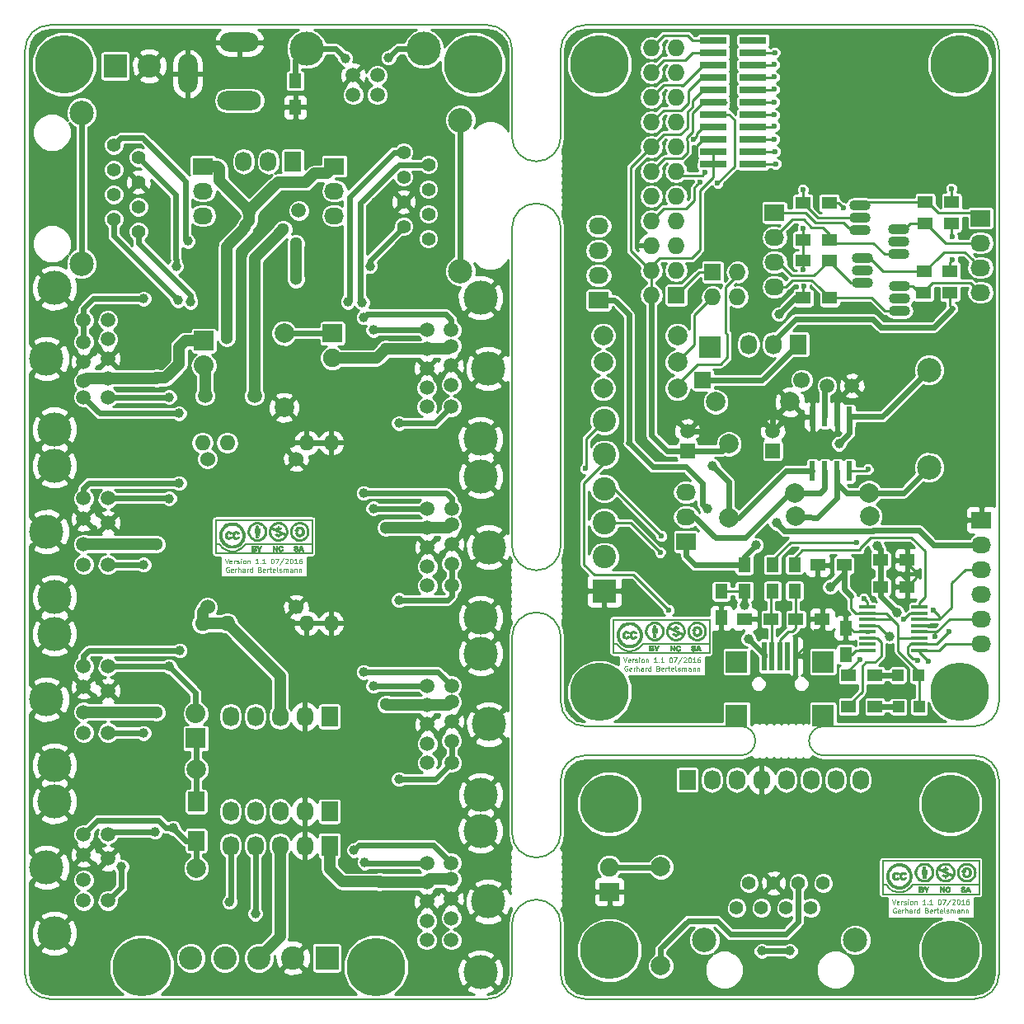
<source format=gtl>
G04 #@! TF.FileFunction,Copper,L1,Top,Signal*
%FSLAX46Y46*%
G04 Gerber Fmt 4.6, Leading zero omitted, Abs format (unit mm)*
G04 Created by KiCad (PCBNEW 4.0.7-e2-6376~58~ubuntu16.04.1) date Sun Nov 19 12:47:47 2017*
%MOMM*%
%LPD*%
G01*
G04 APERTURE LIST*
%ADD10C,0.100000*%
%ADD11C,0.150000*%
%ADD12C,0.125000*%
%ADD13C,0.002540*%
%ADD14R,1.727200X1.727200*%
%ADD15O,1.727200X1.727200*%
%ADD16C,6.000000*%
%ADD17C,1.500000*%
%ADD18C,3.500000*%
%ADD19C,1.400000*%
%ADD20C,2.500000*%
%ADD21R,2.032000X1.727200*%
%ADD22O,2.032000X1.727200*%
%ADD23R,1.727200X2.032000*%
%ADD24O,1.727200X2.032000*%
%ADD25C,2.400000*%
%ADD26R,2.400000X2.400000*%
%ADD27O,1.998980X4.000500*%
%ADD28O,4.000500X1.998980*%
%ADD29O,4.500880X1.998980*%
%ADD30R,1.300000X1.500000*%
%ADD31R,0.599440X1.998980*%
%ADD32C,1.501140*%
%ADD33R,2.790000X0.740000*%
%ADD34R,1.500000X1.500000*%
%ADD35C,1.699260*%
%ADD36R,1.699260X1.699260*%
%ADD37C,2.499360*%
%ADD38R,1.500000X1.300000*%
%ADD39R,1.198880X1.198880*%
%ADD40R,2.197100X2.197100*%
%ADD41R,0.497840X3.000000*%
%ADD42R,1.651000X0.406400*%
%ADD43R,2.032000X2.032000*%
%ADD44O,2.032000X2.032000*%
%ADD45R,1.700000X2.000000*%
%ADD46C,1.998980*%
%ADD47C,3.500120*%
%ADD48R,2.000000X1.900000*%
%ADD49C,1.900000*%
%ADD50O,2.200000X1.100000*%
%ADD51R,2.235200X2.235200*%
%ADD52O,1.600000X1.600000*%
%ADD53C,1.524000*%
%ADD54C,1.000000*%
%ADD55C,1.300000*%
%ADD56C,0.600000*%
%ADD57C,0.600000*%
%ADD58C,1.200000*%
%ADD59C,0.250000*%
%ADD60C,0.254000*%
G04 APERTURE END LIST*
D10*
D11*
X167000000Y-126500000D02*
X167000000Y-146500000D01*
X167000000Y-118500000D02*
X167000000Y-51500000D01*
X122000000Y-112500000D02*
X122000000Y-118500000D01*
X122000000Y-126500000D02*
X122000000Y-132000000D01*
D12*
X87523812Y-103788690D02*
X87690479Y-104288690D01*
X87857145Y-103788690D01*
X88214288Y-104264881D02*
X88166669Y-104288690D01*
X88071431Y-104288690D01*
X88023812Y-104264881D01*
X88000002Y-104217262D01*
X88000002Y-104026786D01*
X88023812Y-103979167D01*
X88071431Y-103955357D01*
X88166669Y-103955357D01*
X88214288Y-103979167D01*
X88238097Y-104026786D01*
X88238097Y-104074405D01*
X88000002Y-104122024D01*
X88452383Y-104288690D02*
X88452383Y-103955357D01*
X88452383Y-104050595D02*
X88476192Y-104002976D01*
X88500002Y-103979167D01*
X88547621Y-103955357D01*
X88595240Y-103955357D01*
X88738097Y-104264881D02*
X88785716Y-104288690D01*
X88880954Y-104288690D01*
X88928573Y-104264881D01*
X88952383Y-104217262D01*
X88952383Y-104193452D01*
X88928573Y-104145833D01*
X88880954Y-104122024D01*
X88809526Y-104122024D01*
X88761907Y-104098214D01*
X88738097Y-104050595D01*
X88738097Y-104026786D01*
X88761907Y-103979167D01*
X88809526Y-103955357D01*
X88880954Y-103955357D01*
X88928573Y-103979167D01*
X89166669Y-104288690D02*
X89166669Y-103955357D01*
X89166669Y-103788690D02*
X89142859Y-103812500D01*
X89166669Y-103836310D01*
X89190478Y-103812500D01*
X89166669Y-103788690D01*
X89166669Y-103836310D01*
X89476192Y-104288690D02*
X89428573Y-104264881D01*
X89404764Y-104241071D01*
X89380954Y-104193452D01*
X89380954Y-104050595D01*
X89404764Y-104002976D01*
X89428573Y-103979167D01*
X89476192Y-103955357D01*
X89547621Y-103955357D01*
X89595240Y-103979167D01*
X89619049Y-104002976D01*
X89642859Y-104050595D01*
X89642859Y-104193452D01*
X89619049Y-104241071D01*
X89595240Y-104264881D01*
X89547621Y-104288690D01*
X89476192Y-104288690D01*
X89857145Y-103955357D02*
X89857145Y-104288690D01*
X89857145Y-104002976D02*
X89880954Y-103979167D01*
X89928573Y-103955357D01*
X90000002Y-103955357D01*
X90047621Y-103979167D01*
X90071430Y-104026786D01*
X90071430Y-104288690D01*
X90952382Y-104288690D02*
X90666668Y-104288690D01*
X90809525Y-104288690D02*
X90809525Y-103788690D01*
X90761906Y-103860119D01*
X90714287Y-103907738D01*
X90666668Y-103931548D01*
X91166668Y-104241071D02*
X91190477Y-104264881D01*
X91166668Y-104288690D01*
X91142858Y-104264881D01*
X91166668Y-104241071D01*
X91166668Y-104288690D01*
X91666667Y-104288690D02*
X91380953Y-104288690D01*
X91523810Y-104288690D02*
X91523810Y-103788690D01*
X91476191Y-103860119D01*
X91428572Y-103907738D01*
X91380953Y-103931548D01*
X92357143Y-103788690D02*
X92404762Y-103788690D01*
X92452381Y-103812500D01*
X92476190Y-103836310D01*
X92500000Y-103883929D01*
X92523809Y-103979167D01*
X92523809Y-104098214D01*
X92500000Y-104193452D01*
X92476190Y-104241071D01*
X92452381Y-104264881D01*
X92404762Y-104288690D01*
X92357143Y-104288690D01*
X92309524Y-104264881D01*
X92285714Y-104241071D01*
X92261905Y-104193452D01*
X92238095Y-104098214D01*
X92238095Y-103979167D01*
X92261905Y-103883929D01*
X92285714Y-103836310D01*
X92309524Y-103812500D01*
X92357143Y-103788690D01*
X92690476Y-103788690D02*
X93023809Y-103788690D01*
X92809523Y-104288690D01*
X93571427Y-103764881D02*
X93142856Y-104407738D01*
X93714285Y-103836310D02*
X93738095Y-103812500D01*
X93785714Y-103788690D01*
X93904761Y-103788690D01*
X93952380Y-103812500D01*
X93976190Y-103836310D01*
X93999999Y-103883929D01*
X93999999Y-103931548D01*
X93976190Y-104002976D01*
X93690476Y-104288690D01*
X93999999Y-104288690D01*
X94309523Y-103788690D02*
X94357142Y-103788690D01*
X94404761Y-103812500D01*
X94428570Y-103836310D01*
X94452380Y-103883929D01*
X94476189Y-103979167D01*
X94476189Y-104098214D01*
X94452380Y-104193452D01*
X94428570Y-104241071D01*
X94404761Y-104264881D01*
X94357142Y-104288690D01*
X94309523Y-104288690D01*
X94261904Y-104264881D01*
X94238094Y-104241071D01*
X94214285Y-104193452D01*
X94190475Y-104098214D01*
X94190475Y-103979167D01*
X94214285Y-103883929D01*
X94238094Y-103836310D01*
X94261904Y-103812500D01*
X94309523Y-103788690D01*
X94952379Y-104288690D02*
X94666665Y-104288690D01*
X94809522Y-104288690D02*
X94809522Y-103788690D01*
X94761903Y-103860119D01*
X94714284Y-103907738D01*
X94666665Y-103931548D01*
X95380950Y-103788690D02*
X95285712Y-103788690D01*
X95238093Y-103812500D01*
X95214284Y-103836310D01*
X95166665Y-103907738D01*
X95142855Y-104002976D01*
X95142855Y-104193452D01*
X95166665Y-104241071D01*
X95190474Y-104264881D01*
X95238093Y-104288690D01*
X95333331Y-104288690D01*
X95380950Y-104264881D01*
X95404760Y-104241071D01*
X95428569Y-104193452D01*
X95428569Y-104074405D01*
X95404760Y-104026786D01*
X95380950Y-104002976D01*
X95333331Y-103979167D01*
X95238093Y-103979167D01*
X95190474Y-104002976D01*
X95166665Y-104026786D01*
X95142855Y-104074405D01*
X87916667Y-104687500D02*
X87869048Y-104663690D01*
X87797620Y-104663690D01*
X87726191Y-104687500D01*
X87678572Y-104735119D01*
X87654763Y-104782738D01*
X87630953Y-104877976D01*
X87630953Y-104949405D01*
X87654763Y-105044643D01*
X87678572Y-105092262D01*
X87726191Y-105139881D01*
X87797620Y-105163690D01*
X87845239Y-105163690D01*
X87916667Y-105139881D01*
X87940477Y-105116071D01*
X87940477Y-104949405D01*
X87845239Y-104949405D01*
X88345239Y-105139881D02*
X88297620Y-105163690D01*
X88202382Y-105163690D01*
X88154763Y-105139881D01*
X88130953Y-105092262D01*
X88130953Y-104901786D01*
X88154763Y-104854167D01*
X88202382Y-104830357D01*
X88297620Y-104830357D01*
X88345239Y-104854167D01*
X88369048Y-104901786D01*
X88369048Y-104949405D01*
X88130953Y-104997024D01*
X88583334Y-105163690D02*
X88583334Y-104830357D01*
X88583334Y-104925595D02*
X88607143Y-104877976D01*
X88630953Y-104854167D01*
X88678572Y-104830357D01*
X88726191Y-104830357D01*
X88892858Y-105163690D02*
X88892858Y-104663690D01*
X89107143Y-105163690D02*
X89107143Y-104901786D01*
X89083334Y-104854167D01*
X89035715Y-104830357D01*
X88964286Y-104830357D01*
X88916667Y-104854167D01*
X88892858Y-104877976D01*
X89559524Y-105163690D02*
X89559524Y-104901786D01*
X89535715Y-104854167D01*
X89488096Y-104830357D01*
X89392858Y-104830357D01*
X89345239Y-104854167D01*
X89559524Y-105139881D02*
X89511905Y-105163690D01*
X89392858Y-105163690D01*
X89345239Y-105139881D01*
X89321429Y-105092262D01*
X89321429Y-105044643D01*
X89345239Y-104997024D01*
X89392858Y-104973214D01*
X89511905Y-104973214D01*
X89559524Y-104949405D01*
X89797620Y-105163690D02*
X89797620Y-104830357D01*
X89797620Y-104925595D02*
X89821429Y-104877976D01*
X89845239Y-104854167D01*
X89892858Y-104830357D01*
X89940477Y-104830357D01*
X90321429Y-105163690D02*
X90321429Y-104663690D01*
X90321429Y-105139881D02*
X90273810Y-105163690D01*
X90178572Y-105163690D01*
X90130953Y-105139881D01*
X90107144Y-105116071D01*
X90083334Y-105068452D01*
X90083334Y-104925595D01*
X90107144Y-104877976D01*
X90130953Y-104854167D01*
X90178572Y-104830357D01*
X90273810Y-104830357D01*
X90321429Y-104854167D01*
X91107143Y-104901786D02*
X91178572Y-104925595D01*
X91202381Y-104949405D01*
X91226191Y-104997024D01*
X91226191Y-105068452D01*
X91202381Y-105116071D01*
X91178572Y-105139881D01*
X91130953Y-105163690D01*
X90940477Y-105163690D01*
X90940477Y-104663690D01*
X91107143Y-104663690D01*
X91154762Y-104687500D01*
X91178572Y-104711310D01*
X91202381Y-104758929D01*
X91202381Y-104806548D01*
X91178572Y-104854167D01*
X91154762Y-104877976D01*
X91107143Y-104901786D01*
X90940477Y-104901786D01*
X91630953Y-105139881D02*
X91583334Y-105163690D01*
X91488096Y-105163690D01*
X91440477Y-105139881D01*
X91416667Y-105092262D01*
X91416667Y-104901786D01*
X91440477Y-104854167D01*
X91488096Y-104830357D01*
X91583334Y-104830357D01*
X91630953Y-104854167D01*
X91654762Y-104901786D01*
X91654762Y-104949405D01*
X91416667Y-104997024D01*
X91869048Y-105163690D02*
X91869048Y-104830357D01*
X91869048Y-104925595D02*
X91892857Y-104877976D01*
X91916667Y-104854167D01*
X91964286Y-104830357D01*
X92011905Y-104830357D01*
X92107143Y-104830357D02*
X92297619Y-104830357D01*
X92178572Y-104663690D02*
X92178572Y-105092262D01*
X92202381Y-105139881D01*
X92250000Y-105163690D01*
X92297619Y-105163690D01*
X92654762Y-105139881D02*
X92607143Y-105163690D01*
X92511905Y-105163690D01*
X92464286Y-105139881D01*
X92440476Y-105092262D01*
X92440476Y-104901786D01*
X92464286Y-104854167D01*
X92511905Y-104830357D01*
X92607143Y-104830357D01*
X92654762Y-104854167D01*
X92678571Y-104901786D01*
X92678571Y-104949405D01*
X92440476Y-104997024D01*
X92964285Y-105163690D02*
X92916666Y-105139881D01*
X92892857Y-105092262D01*
X92892857Y-104663690D01*
X93130952Y-105139881D02*
X93178571Y-105163690D01*
X93273809Y-105163690D01*
X93321428Y-105139881D01*
X93345238Y-105092262D01*
X93345238Y-105068452D01*
X93321428Y-105020833D01*
X93273809Y-104997024D01*
X93202381Y-104997024D01*
X93154762Y-104973214D01*
X93130952Y-104925595D01*
X93130952Y-104901786D01*
X93154762Y-104854167D01*
X93202381Y-104830357D01*
X93273809Y-104830357D01*
X93321428Y-104854167D01*
X93559524Y-105163690D02*
X93559524Y-104830357D01*
X93559524Y-104877976D02*
X93583333Y-104854167D01*
X93630952Y-104830357D01*
X93702381Y-104830357D01*
X93750000Y-104854167D01*
X93773809Y-104901786D01*
X93773809Y-105163690D01*
X93773809Y-104901786D02*
X93797619Y-104854167D01*
X93845238Y-104830357D01*
X93916666Y-104830357D01*
X93964286Y-104854167D01*
X93988095Y-104901786D01*
X93988095Y-105163690D01*
X94440476Y-105163690D02*
X94440476Y-104901786D01*
X94416667Y-104854167D01*
X94369048Y-104830357D01*
X94273810Y-104830357D01*
X94226191Y-104854167D01*
X94440476Y-105139881D02*
X94392857Y-105163690D01*
X94273810Y-105163690D01*
X94226191Y-105139881D01*
X94202381Y-105092262D01*
X94202381Y-105044643D01*
X94226191Y-104997024D01*
X94273810Y-104973214D01*
X94392857Y-104973214D01*
X94440476Y-104949405D01*
X94678572Y-104830357D02*
X94678572Y-105163690D01*
X94678572Y-104877976D02*
X94702381Y-104854167D01*
X94750000Y-104830357D01*
X94821429Y-104830357D01*
X94869048Y-104854167D01*
X94892857Y-104901786D01*
X94892857Y-105163690D01*
X95130953Y-104830357D02*
X95130953Y-105163690D01*
X95130953Y-104877976D02*
X95154762Y-104854167D01*
X95202381Y-104830357D01*
X95273810Y-104830357D01*
X95321429Y-104854167D01*
X95345238Y-104901786D01*
X95345238Y-105163690D01*
X128434012Y-113944290D02*
X128600679Y-114444290D01*
X128767345Y-113944290D01*
X129124488Y-114420481D02*
X129076869Y-114444290D01*
X128981631Y-114444290D01*
X128934012Y-114420481D01*
X128910202Y-114372862D01*
X128910202Y-114182386D01*
X128934012Y-114134767D01*
X128981631Y-114110957D01*
X129076869Y-114110957D01*
X129124488Y-114134767D01*
X129148297Y-114182386D01*
X129148297Y-114230005D01*
X128910202Y-114277624D01*
X129362583Y-114444290D02*
X129362583Y-114110957D01*
X129362583Y-114206195D02*
X129386392Y-114158576D01*
X129410202Y-114134767D01*
X129457821Y-114110957D01*
X129505440Y-114110957D01*
X129648297Y-114420481D02*
X129695916Y-114444290D01*
X129791154Y-114444290D01*
X129838773Y-114420481D01*
X129862583Y-114372862D01*
X129862583Y-114349052D01*
X129838773Y-114301433D01*
X129791154Y-114277624D01*
X129719726Y-114277624D01*
X129672107Y-114253814D01*
X129648297Y-114206195D01*
X129648297Y-114182386D01*
X129672107Y-114134767D01*
X129719726Y-114110957D01*
X129791154Y-114110957D01*
X129838773Y-114134767D01*
X130076869Y-114444290D02*
X130076869Y-114110957D01*
X130076869Y-113944290D02*
X130053059Y-113968100D01*
X130076869Y-113991910D01*
X130100678Y-113968100D01*
X130076869Y-113944290D01*
X130076869Y-113991910D01*
X130386392Y-114444290D02*
X130338773Y-114420481D01*
X130314964Y-114396671D01*
X130291154Y-114349052D01*
X130291154Y-114206195D01*
X130314964Y-114158576D01*
X130338773Y-114134767D01*
X130386392Y-114110957D01*
X130457821Y-114110957D01*
X130505440Y-114134767D01*
X130529249Y-114158576D01*
X130553059Y-114206195D01*
X130553059Y-114349052D01*
X130529249Y-114396671D01*
X130505440Y-114420481D01*
X130457821Y-114444290D01*
X130386392Y-114444290D01*
X130767345Y-114110957D02*
X130767345Y-114444290D01*
X130767345Y-114158576D02*
X130791154Y-114134767D01*
X130838773Y-114110957D01*
X130910202Y-114110957D01*
X130957821Y-114134767D01*
X130981630Y-114182386D01*
X130981630Y-114444290D01*
X131862582Y-114444290D02*
X131576868Y-114444290D01*
X131719725Y-114444290D02*
X131719725Y-113944290D01*
X131672106Y-114015719D01*
X131624487Y-114063338D01*
X131576868Y-114087148D01*
X132076868Y-114396671D02*
X132100677Y-114420481D01*
X132076868Y-114444290D01*
X132053058Y-114420481D01*
X132076868Y-114396671D01*
X132076868Y-114444290D01*
X132576867Y-114444290D02*
X132291153Y-114444290D01*
X132434010Y-114444290D02*
X132434010Y-113944290D01*
X132386391Y-114015719D01*
X132338772Y-114063338D01*
X132291153Y-114087148D01*
X133267343Y-113944290D02*
X133314962Y-113944290D01*
X133362581Y-113968100D01*
X133386390Y-113991910D01*
X133410200Y-114039529D01*
X133434009Y-114134767D01*
X133434009Y-114253814D01*
X133410200Y-114349052D01*
X133386390Y-114396671D01*
X133362581Y-114420481D01*
X133314962Y-114444290D01*
X133267343Y-114444290D01*
X133219724Y-114420481D01*
X133195914Y-114396671D01*
X133172105Y-114349052D01*
X133148295Y-114253814D01*
X133148295Y-114134767D01*
X133172105Y-114039529D01*
X133195914Y-113991910D01*
X133219724Y-113968100D01*
X133267343Y-113944290D01*
X133600676Y-113944290D02*
X133934009Y-113944290D01*
X133719723Y-114444290D01*
X134481627Y-113920481D02*
X134053056Y-114563338D01*
X134624485Y-113991910D02*
X134648295Y-113968100D01*
X134695914Y-113944290D01*
X134814961Y-113944290D01*
X134862580Y-113968100D01*
X134886390Y-113991910D01*
X134910199Y-114039529D01*
X134910199Y-114087148D01*
X134886390Y-114158576D01*
X134600676Y-114444290D01*
X134910199Y-114444290D01*
X135219723Y-113944290D02*
X135267342Y-113944290D01*
X135314961Y-113968100D01*
X135338770Y-113991910D01*
X135362580Y-114039529D01*
X135386389Y-114134767D01*
X135386389Y-114253814D01*
X135362580Y-114349052D01*
X135338770Y-114396671D01*
X135314961Y-114420481D01*
X135267342Y-114444290D01*
X135219723Y-114444290D01*
X135172104Y-114420481D01*
X135148294Y-114396671D01*
X135124485Y-114349052D01*
X135100675Y-114253814D01*
X135100675Y-114134767D01*
X135124485Y-114039529D01*
X135148294Y-113991910D01*
X135172104Y-113968100D01*
X135219723Y-113944290D01*
X135862579Y-114444290D02*
X135576865Y-114444290D01*
X135719722Y-114444290D02*
X135719722Y-113944290D01*
X135672103Y-114015719D01*
X135624484Y-114063338D01*
X135576865Y-114087148D01*
X136291150Y-113944290D02*
X136195912Y-113944290D01*
X136148293Y-113968100D01*
X136124484Y-113991910D01*
X136076865Y-114063338D01*
X136053055Y-114158576D01*
X136053055Y-114349052D01*
X136076865Y-114396671D01*
X136100674Y-114420481D01*
X136148293Y-114444290D01*
X136243531Y-114444290D01*
X136291150Y-114420481D01*
X136314960Y-114396671D01*
X136338769Y-114349052D01*
X136338769Y-114230005D01*
X136314960Y-114182386D01*
X136291150Y-114158576D01*
X136243531Y-114134767D01*
X136148293Y-114134767D01*
X136100674Y-114158576D01*
X136076865Y-114182386D01*
X136053055Y-114230005D01*
X128826867Y-114843100D02*
X128779248Y-114819290D01*
X128707820Y-114819290D01*
X128636391Y-114843100D01*
X128588772Y-114890719D01*
X128564963Y-114938338D01*
X128541153Y-115033576D01*
X128541153Y-115105005D01*
X128564963Y-115200243D01*
X128588772Y-115247862D01*
X128636391Y-115295481D01*
X128707820Y-115319290D01*
X128755439Y-115319290D01*
X128826867Y-115295481D01*
X128850677Y-115271671D01*
X128850677Y-115105005D01*
X128755439Y-115105005D01*
X129255439Y-115295481D02*
X129207820Y-115319290D01*
X129112582Y-115319290D01*
X129064963Y-115295481D01*
X129041153Y-115247862D01*
X129041153Y-115057386D01*
X129064963Y-115009767D01*
X129112582Y-114985957D01*
X129207820Y-114985957D01*
X129255439Y-115009767D01*
X129279248Y-115057386D01*
X129279248Y-115105005D01*
X129041153Y-115152624D01*
X129493534Y-115319290D02*
X129493534Y-114985957D01*
X129493534Y-115081195D02*
X129517343Y-115033576D01*
X129541153Y-115009767D01*
X129588772Y-114985957D01*
X129636391Y-114985957D01*
X129803058Y-115319290D02*
X129803058Y-114819290D01*
X130017343Y-115319290D02*
X130017343Y-115057386D01*
X129993534Y-115009767D01*
X129945915Y-114985957D01*
X129874486Y-114985957D01*
X129826867Y-115009767D01*
X129803058Y-115033576D01*
X130469724Y-115319290D02*
X130469724Y-115057386D01*
X130445915Y-115009767D01*
X130398296Y-114985957D01*
X130303058Y-114985957D01*
X130255439Y-115009767D01*
X130469724Y-115295481D02*
X130422105Y-115319290D01*
X130303058Y-115319290D01*
X130255439Y-115295481D01*
X130231629Y-115247862D01*
X130231629Y-115200243D01*
X130255439Y-115152624D01*
X130303058Y-115128814D01*
X130422105Y-115128814D01*
X130469724Y-115105005D01*
X130707820Y-115319290D02*
X130707820Y-114985957D01*
X130707820Y-115081195D02*
X130731629Y-115033576D01*
X130755439Y-115009767D01*
X130803058Y-114985957D01*
X130850677Y-114985957D01*
X131231629Y-115319290D02*
X131231629Y-114819290D01*
X131231629Y-115295481D02*
X131184010Y-115319290D01*
X131088772Y-115319290D01*
X131041153Y-115295481D01*
X131017344Y-115271671D01*
X130993534Y-115224052D01*
X130993534Y-115081195D01*
X131017344Y-115033576D01*
X131041153Y-115009767D01*
X131088772Y-114985957D01*
X131184010Y-114985957D01*
X131231629Y-115009767D01*
X132017343Y-115057386D02*
X132088772Y-115081195D01*
X132112581Y-115105005D01*
X132136391Y-115152624D01*
X132136391Y-115224052D01*
X132112581Y-115271671D01*
X132088772Y-115295481D01*
X132041153Y-115319290D01*
X131850677Y-115319290D01*
X131850677Y-114819290D01*
X132017343Y-114819290D01*
X132064962Y-114843100D01*
X132088772Y-114866910D01*
X132112581Y-114914529D01*
X132112581Y-114962148D01*
X132088772Y-115009767D01*
X132064962Y-115033576D01*
X132017343Y-115057386D01*
X131850677Y-115057386D01*
X132541153Y-115295481D02*
X132493534Y-115319290D01*
X132398296Y-115319290D01*
X132350677Y-115295481D01*
X132326867Y-115247862D01*
X132326867Y-115057386D01*
X132350677Y-115009767D01*
X132398296Y-114985957D01*
X132493534Y-114985957D01*
X132541153Y-115009767D01*
X132564962Y-115057386D01*
X132564962Y-115105005D01*
X132326867Y-115152624D01*
X132779248Y-115319290D02*
X132779248Y-114985957D01*
X132779248Y-115081195D02*
X132803057Y-115033576D01*
X132826867Y-115009767D01*
X132874486Y-114985957D01*
X132922105Y-114985957D01*
X133017343Y-114985957D02*
X133207819Y-114985957D01*
X133088772Y-114819290D02*
X133088772Y-115247862D01*
X133112581Y-115295481D01*
X133160200Y-115319290D01*
X133207819Y-115319290D01*
X133564962Y-115295481D02*
X133517343Y-115319290D01*
X133422105Y-115319290D01*
X133374486Y-115295481D01*
X133350676Y-115247862D01*
X133350676Y-115057386D01*
X133374486Y-115009767D01*
X133422105Y-114985957D01*
X133517343Y-114985957D01*
X133564962Y-115009767D01*
X133588771Y-115057386D01*
X133588771Y-115105005D01*
X133350676Y-115152624D01*
X133874485Y-115319290D02*
X133826866Y-115295481D01*
X133803057Y-115247862D01*
X133803057Y-114819290D01*
X134041152Y-115295481D02*
X134088771Y-115319290D01*
X134184009Y-115319290D01*
X134231628Y-115295481D01*
X134255438Y-115247862D01*
X134255438Y-115224052D01*
X134231628Y-115176433D01*
X134184009Y-115152624D01*
X134112581Y-115152624D01*
X134064962Y-115128814D01*
X134041152Y-115081195D01*
X134041152Y-115057386D01*
X134064962Y-115009767D01*
X134112581Y-114985957D01*
X134184009Y-114985957D01*
X134231628Y-115009767D01*
X134469724Y-115319290D02*
X134469724Y-114985957D01*
X134469724Y-115033576D02*
X134493533Y-115009767D01*
X134541152Y-114985957D01*
X134612581Y-114985957D01*
X134660200Y-115009767D01*
X134684009Y-115057386D01*
X134684009Y-115319290D01*
X134684009Y-115057386D02*
X134707819Y-115009767D01*
X134755438Y-114985957D01*
X134826866Y-114985957D01*
X134874486Y-115009767D01*
X134898295Y-115057386D01*
X134898295Y-115319290D01*
X135350676Y-115319290D02*
X135350676Y-115057386D01*
X135326867Y-115009767D01*
X135279248Y-114985957D01*
X135184010Y-114985957D01*
X135136391Y-115009767D01*
X135350676Y-115295481D02*
X135303057Y-115319290D01*
X135184010Y-115319290D01*
X135136391Y-115295481D01*
X135112581Y-115247862D01*
X135112581Y-115200243D01*
X135136391Y-115152624D01*
X135184010Y-115128814D01*
X135303057Y-115128814D01*
X135350676Y-115105005D01*
X135588772Y-114985957D02*
X135588772Y-115319290D01*
X135588772Y-115033576D02*
X135612581Y-115009767D01*
X135660200Y-114985957D01*
X135731629Y-114985957D01*
X135779248Y-115009767D01*
X135803057Y-115057386D01*
X135803057Y-115319290D01*
X136041153Y-114985957D02*
X136041153Y-115319290D01*
X136041153Y-115033576D02*
X136064962Y-115009767D01*
X136112581Y-114985957D01*
X136184010Y-114985957D01*
X136231629Y-115009767D01*
X136255438Y-115057386D01*
X136255438Y-115319290D01*
X156023812Y-138788690D02*
X156190479Y-139288690D01*
X156357145Y-138788690D01*
X156714288Y-139264881D02*
X156666669Y-139288690D01*
X156571431Y-139288690D01*
X156523812Y-139264881D01*
X156500002Y-139217262D01*
X156500002Y-139026786D01*
X156523812Y-138979167D01*
X156571431Y-138955357D01*
X156666669Y-138955357D01*
X156714288Y-138979167D01*
X156738097Y-139026786D01*
X156738097Y-139074405D01*
X156500002Y-139122024D01*
X156952383Y-139288690D02*
X156952383Y-138955357D01*
X156952383Y-139050595D02*
X156976192Y-139002976D01*
X157000002Y-138979167D01*
X157047621Y-138955357D01*
X157095240Y-138955357D01*
X157238097Y-139264881D02*
X157285716Y-139288690D01*
X157380954Y-139288690D01*
X157428573Y-139264881D01*
X157452383Y-139217262D01*
X157452383Y-139193452D01*
X157428573Y-139145833D01*
X157380954Y-139122024D01*
X157309526Y-139122024D01*
X157261907Y-139098214D01*
X157238097Y-139050595D01*
X157238097Y-139026786D01*
X157261907Y-138979167D01*
X157309526Y-138955357D01*
X157380954Y-138955357D01*
X157428573Y-138979167D01*
X157666669Y-139288690D02*
X157666669Y-138955357D01*
X157666669Y-138788690D02*
X157642859Y-138812500D01*
X157666669Y-138836310D01*
X157690478Y-138812500D01*
X157666669Y-138788690D01*
X157666669Y-138836310D01*
X157976192Y-139288690D02*
X157928573Y-139264881D01*
X157904764Y-139241071D01*
X157880954Y-139193452D01*
X157880954Y-139050595D01*
X157904764Y-139002976D01*
X157928573Y-138979167D01*
X157976192Y-138955357D01*
X158047621Y-138955357D01*
X158095240Y-138979167D01*
X158119049Y-139002976D01*
X158142859Y-139050595D01*
X158142859Y-139193452D01*
X158119049Y-139241071D01*
X158095240Y-139264881D01*
X158047621Y-139288690D01*
X157976192Y-139288690D01*
X158357145Y-138955357D02*
X158357145Y-139288690D01*
X158357145Y-139002976D02*
X158380954Y-138979167D01*
X158428573Y-138955357D01*
X158500002Y-138955357D01*
X158547621Y-138979167D01*
X158571430Y-139026786D01*
X158571430Y-139288690D01*
X159452382Y-139288690D02*
X159166668Y-139288690D01*
X159309525Y-139288690D02*
X159309525Y-138788690D01*
X159261906Y-138860119D01*
X159214287Y-138907738D01*
X159166668Y-138931548D01*
X159666668Y-139241071D02*
X159690477Y-139264881D01*
X159666668Y-139288690D01*
X159642858Y-139264881D01*
X159666668Y-139241071D01*
X159666668Y-139288690D01*
X160166667Y-139288690D02*
X159880953Y-139288690D01*
X160023810Y-139288690D02*
X160023810Y-138788690D01*
X159976191Y-138860119D01*
X159928572Y-138907738D01*
X159880953Y-138931548D01*
X160857143Y-138788690D02*
X160904762Y-138788690D01*
X160952381Y-138812500D01*
X160976190Y-138836310D01*
X161000000Y-138883929D01*
X161023809Y-138979167D01*
X161023809Y-139098214D01*
X161000000Y-139193452D01*
X160976190Y-139241071D01*
X160952381Y-139264881D01*
X160904762Y-139288690D01*
X160857143Y-139288690D01*
X160809524Y-139264881D01*
X160785714Y-139241071D01*
X160761905Y-139193452D01*
X160738095Y-139098214D01*
X160738095Y-138979167D01*
X160761905Y-138883929D01*
X160785714Y-138836310D01*
X160809524Y-138812500D01*
X160857143Y-138788690D01*
X161190476Y-138788690D02*
X161523809Y-138788690D01*
X161309523Y-139288690D01*
X162071427Y-138764881D02*
X161642856Y-139407738D01*
X162214285Y-138836310D02*
X162238095Y-138812500D01*
X162285714Y-138788690D01*
X162404761Y-138788690D01*
X162452380Y-138812500D01*
X162476190Y-138836310D01*
X162499999Y-138883929D01*
X162499999Y-138931548D01*
X162476190Y-139002976D01*
X162190476Y-139288690D01*
X162499999Y-139288690D01*
X162809523Y-138788690D02*
X162857142Y-138788690D01*
X162904761Y-138812500D01*
X162928570Y-138836310D01*
X162952380Y-138883929D01*
X162976189Y-138979167D01*
X162976189Y-139098214D01*
X162952380Y-139193452D01*
X162928570Y-139241071D01*
X162904761Y-139264881D01*
X162857142Y-139288690D01*
X162809523Y-139288690D01*
X162761904Y-139264881D01*
X162738094Y-139241071D01*
X162714285Y-139193452D01*
X162690475Y-139098214D01*
X162690475Y-138979167D01*
X162714285Y-138883929D01*
X162738094Y-138836310D01*
X162761904Y-138812500D01*
X162809523Y-138788690D01*
X163452379Y-139288690D02*
X163166665Y-139288690D01*
X163309522Y-139288690D02*
X163309522Y-138788690D01*
X163261903Y-138860119D01*
X163214284Y-138907738D01*
X163166665Y-138931548D01*
X163880950Y-138788690D02*
X163785712Y-138788690D01*
X163738093Y-138812500D01*
X163714284Y-138836310D01*
X163666665Y-138907738D01*
X163642855Y-139002976D01*
X163642855Y-139193452D01*
X163666665Y-139241071D01*
X163690474Y-139264881D01*
X163738093Y-139288690D01*
X163833331Y-139288690D01*
X163880950Y-139264881D01*
X163904760Y-139241071D01*
X163928569Y-139193452D01*
X163928569Y-139074405D01*
X163904760Y-139026786D01*
X163880950Y-139002976D01*
X163833331Y-138979167D01*
X163738093Y-138979167D01*
X163690474Y-139002976D01*
X163666665Y-139026786D01*
X163642855Y-139074405D01*
X156416667Y-139687500D02*
X156369048Y-139663690D01*
X156297620Y-139663690D01*
X156226191Y-139687500D01*
X156178572Y-139735119D01*
X156154763Y-139782738D01*
X156130953Y-139877976D01*
X156130953Y-139949405D01*
X156154763Y-140044643D01*
X156178572Y-140092262D01*
X156226191Y-140139881D01*
X156297620Y-140163690D01*
X156345239Y-140163690D01*
X156416667Y-140139881D01*
X156440477Y-140116071D01*
X156440477Y-139949405D01*
X156345239Y-139949405D01*
X156845239Y-140139881D02*
X156797620Y-140163690D01*
X156702382Y-140163690D01*
X156654763Y-140139881D01*
X156630953Y-140092262D01*
X156630953Y-139901786D01*
X156654763Y-139854167D01*
X156702382Y-139830357D01*
X156797620Y-139830357D01*
X156845239Y-139854167D01*
X156869048Y-139901786D01*
X156869048Y-139949405D01*
X156630953Y-139997024D01*
X157083334Y-140163690D02*
X157083334Y-139830357D01*
X157083334Y-139925595D02*
X157107143Y-139877976D01*
X157130953Y-139854167D01*
X157178572Y-139830357D01*
X157226191Y-139830357D01*
X157392858Y-140163690D02*
X157392858Y-139663690D01*
X157607143Y-140163690D02*
X157607143Y-139901786D01*
X157583334Y-139854167D01*
X157535715Y-139830357D01*
X157464286Y-139830357D01*
X157416667Y-139854167D01*
X157392858Y-139877976D01*
X158059524Y-140163690D02*
X158059524Y-139901786D01*
X158035715Y-139854167D01*
X157988096Y-139830357D01*
X157892858Y-139830357D01*
X157845239Y-139854167D01*
X158059524Y-140139881D02*
X158011905Y-140163690D01*
X157892858Y-140163690D01*
X157845239Y-140139881D01*
X157821429Y-140092262D01*
X157821429Y-140044643D01*
X157845239Y-139997024D01*
X157892858Y-139973214D01*
X158011905Y-139973214D01*
X158059524Y-139949405D01*
X158297620Y-140163690D02*
X158297620Y-139830357D01*
X158297620Y-139925595D02*
X158321429Y-139877976D01*
X158345239Y-139854167D01*
X158392858Y-139830357D01*
X158440477Y-139830357D01*
X158821429Y-140163690D02*
X158821429Y-139663690D01*
X158821429Y-140139881D02*
X158773810Y-140163690D01*
X158678572Y-140163690D01*
X158630953Y-140139881D01*
X158607144Y-140116071D01*
X158583334Y-140068452D01*
X158583334Y-139925595D01*
X158607144Y-139877976D01*
X158630953Y-139854167D01*
X158678572Y-139830357D01*
X158773810Y-139830357D01*
X158821429Y-139854167D01*
X159607143Y-139901786D02*
X159678572Y-139925595D01*
X159702381Y-139949405D01*
X159726191Y-139997024D01*
X159726191Y-140068452D01*
X159702381Y-140116071D01*
X159678572Y-140139881D01*
X159630953Y-140163690D01*
X159440477Y-140163690D01*
X159440477Y-139663690D01*
X159607143Y-139663690D01*
X159654762Y-139687500D01*
X159678572Y-139711310D01*
X159702381Y-139758929D01*
X159702381Y-139806548D01*
X159678572Y-139854167D01*
X159654762Y-139877976D01*
X159607143Y-139901786D01*
X159440477Y-139901786D01*
X160130953Y-140139881D02*
X160083334Y-140163690D01*
X159988096Y-140163690D01*
X159940477Y-140139881D01*
X159916667Y-140092262D01*
X159916667Y-139901786D01*
X159940477Y-139854167D01*
X159988096Y-139830357D01*
X160083334Y-139830357D01*
X160130953Y-139854167D01*
X160154762Y-139901786D01*
X160154762Y-139949405D01*
X159916667Y-139997024D01*
X160369048Y-140163690D02*
X160369048Y-139830357D01*
X160369048Y-139925595D02*
X160392857Y-139877976D01*
X160416667Y-139854167D01*
X160464286Y-139830357D01*
X160511905Y-139830357D01*
X160607143Y-139830357D02*
X160797619Y-139830357D01*
X160678572Y-139663690D02*
X160678572Y-140092262D01*
X160702381Y-140139881D01*
X160750000Y-140163690D01*
X160797619Y-140163690D01*
X161154762Y-140139881D02*
X161107143Y-140163690D01*
X161011905Y-140163690D01*
X160964286Y-140139881D01*
X160940476Y-140092262D01*
X160940476Y-139901786D01*
X160964286Y-139854167D01*
X161011905Y-139830357D01*
X161107143Y-139830357D01*
X161154762Y-139854167D01*
X161178571Y-139901786D01*
X161178571Y-139949405D01*
X160940476Y-139997024D01*
X161464285Y-140163690D02*
X161416666Y-140139881D01*
X161392857Y-140092262D01*
X161392857Y-139663690D01*
X161630952Y-140139881D02*
X161678571Y-140163690D01*
X161773809Y-140163690D01*
X161821428Y-140139881D01*
X161845238Y-140092262D01*
X161845238Y-140068452D01*
X161821428Y-140020833D01*
X161773809Y-139997024D01*
X161702381Y-139997024D01*
X161654762Y-139973214D01*
X161630952Y-139925595D01*
X161630952Y-139901786D01*
X161654762Y-139854167D01*
X161702381Y-139830357D01*
X161773809Y-139830357D01*
X161821428Y-139854167D01*
X162059524Y-140163690D02*
X162059524Y-139830357D01*
X162059524Y-139877976D02*
X162083333Y-139854167D01*
X162130952Y-139830357D01*
X162202381Y-139830357D01*
X162250000Y-139854167D01*
X162273809Y-139901786D01*
X162273809Y-140163690D01*
X162273809Y-139901786D02*
X162297619Y-139854167D01*
X162345238Y-139830357D01*
X162416666Y-139830357D01*
X162464286Y-139854167D01*
X162488095Y-139901786D01*
X162488095Y-140163690D01*
X162940476Y-140163690D02*
X162940476Y-139901786D01*
X162916667Y-139854167D01*
X162869048Y-139830357D01*
X162773810Y-139830357D01*
X162726191Y-139854167D01*
X162940476Y-140139881D02*
X162892857Y-140163690D01*
X162773810Y-140163690D01*
X162726191Y-140139881D01*
X162702381Y-140092262D01*
X162702381Y-140044643D01*
X162726191Y-139997024D01*
X162773810Y-139973214D01*
X162892857Y-139973214D01*
X162940476Y-139949405D01*
X163178572Y-139830357D02*
X163178572Y-140163690D01*
X163178572Y-139877976D02*
X163202381Y-139854167D01*
X163250000Y-139830357D01*
X163321429Y-139830357D01*
X163369048Y-139854167D01*
X163392857Y-139901786D01*
X163392857Y-140163690D01*
X163630953Y-139830357D02*
X163630953Y-140163690D01*
X163630953Y-139877976D02*
X163654762Y-139854167D01*
X163702381Y-139830357D01*
X163773810Y-139830357D01*
X163821429Y-139854167D01*
X163845238Y-139901786D01*
X163845238Y-140163690D01*
D11*
X117000000Y-69800000D02*
X117000000Y-102500000D01*
X122000000Y-102500000D02*
X122000000Y-69800000D01*
X117000000Y-112500000D02*
X117000000Y-111800000D01*
X122000000Y-112500000D02*
X122000000Y-111800000D01*
X117000000Y-146500000D02*
X117000000Y-141300000D01*
X122000000Y-141300000D02*
X122000000Y-146500000D01*
X117000000Y-129500000D02*
X117000000Y-132000000D01*
X117000000Y-112500000D02*
X117000000Y-129500000D01*
X117000000Y-102500000D02*
G75*
G03X119500000Y-105000000I2500000J0D01*
G01*
X119500000Y-105000000D02*
G75*
G03X122000000Y-102500000I0J2500000D01*
G01*
X119500000Y-109300000D02*
G75*
G03X117000000Y-111800000I0J-2500000D01*
G01*
X122000000Y-111800000D02*
G75*
G03X119500000Y-109300000I-2500000J0D01*
G01*
X149000000Y-124000000D02*
X164500000Y-124000000D01*
X167000000Y-126500000D02*
G75*
G03X164500000Y-124000000I-2500000J0D01*
G01*
X149000000Y-121000000D02*
X164500000Y-121000000D01*
X124500000Y-124000000D02*
X140500000Y-124000000D01*
X124500000Y-121000000D02*
X140500000Y-121000000D01*
X164500000Y-121000000D02*
G75*
G03X167000000Y-118500000I0J2500000D01*
G01*
X147500000Y-122500000D02*
G75*
G03X149000000Y-124000000I1500000J0D01*
G01*
X149000000Y-121000000D02*
G75*
G03X147500000Y-122500000I0J-1500000D01*
G01*
X140500000Y-124000000D02*
G75*
G03X142000000Y-122500000I0J1500000D01*
G01*
X142000000Y-122500000D02*
G75*
G03X140500000Y-121000000I-1500000J0D01*
G01*
X122000000Y-118500000D02*
G75*
G03X124500000Y-121000000I2500000J0D01*
G01*
X124500000Y-124000000D02*
G75*
G03X122000000Y-126500000I0J-2500000D01*
G01*
X119500000Y-67300000D02*
G75*
G03X117000000Y-69800000I0J-2500000D01*
G01*
X122000000Y-69800000D02*
G75*
G03X119500000Y-67300000I-2500000J0D01*
G01*
X117000000Y-132000000D02*
G75*
G03X119500000Y-134500000I2500000J0D01*
G01*
X119500000Y-134500000D02*
G75*
G03X122000000Y-132000000I0J2500000D01*
G01*
X122000000Y-60500000D02*
X122000000Y-51500000D01*
X119500000Y-63000000D02*
G75*
G03X122000000Y-60500000I0J2500000D01*
G01*
X117000000Y-60500000D02*
G75*
G03X119500000Y-63000000I2500000J0D01*
G01*
X124500000Y-49000000D02*
G75*
G03X122000000Y-51500000I0J-2500000D01*
G01*
X119500000Y-138800000D02*
G75*
G03X117000000Y-141300000I0J-2500000D01*
G01*
X122000000Y-141300000D02*
G75*
G03X119500000Y-138800000I-2500000J0D01*
G01*
X117000000Y-51500000D02*
X117000000Y-60500000D01*
X124500000Y-49000000D02*
X164500000Y-49000000D01*
X124500000Y-149000000D02*
X164500000Y-149000000D01*
X122000000Y-146500000D02*
G75*
G03X124500000Y-149000000I2500000J0D01*
G01*
X117000000Y-51500000D02*
G75*
G03X114500000Y-49000000I-2500000J0D01*
G01*
X114500000Y-149000000D02*
G75*
G03X117000000Y-146500000I0J2500000D01*
G01*
X67000000Y-146500000D02*
G75*
G03X69500000Y-149000000I2500000J0D01*
G01*
X164500000Y-149000000D02*
G75*
G03X167000000Y-146500000I0J2500000D01*
G01*
X69500000Y-49000000D02*
G75*
G03X67000000Y-51500000I0J-2500000D01*
G01*
X167000000Y-51500000D02*
G75*
G03X164500000Y-49000000I-2500000J0D01*
G01*
X67000000Y-146500000D02*
X67000000Y-51500000D01*
X69500000Y-149000000D02*
X114500000Y-149000000D01*
X69500000Y-49000000D02*
X114500000Y-49000000D01*
D13*
G36*
X96498720Y-103250060D02*
X96409820Y-103250060D01*
X96409820Y-102198500D01*
X96409820Y-101050420D01*
X96409820Y-99899800D01*
X96379340Y-99869320D01*
X96351400Y-99841380D01*
X91500000Y-99841380D01*
X86648600Y-99841380D01*
X86620660Y-99869320D01*
X86590180Y-99899800D01*
X86590180Y-101050420D01*
X86590180Y-102198500D01*
X86767980Y-102198500D01*
X86945780Y-102198500D01*
X87011820Y-102300100D01*
X87108340Y-102432180D01*
X87220100Y-102551560D01*
X87344560Y-102658240D01*
X87481720Y-102752220D01*
X87626500Y-102830960D01*
X87781440Y-102891920D01*
X87944000Y-102937640D01*
X88073540Y-102957960D01*
X88139580Y-102963040D01*
X88220860Y-102965580D01*
X88307220Y-102963040D01*
X88393580Y-102955420D01*
X88472320Y-102947800D01*
X88518040Y-102940180D01*
X88688220Y-102894460D01*
X88845700Y-102836040D01*
X88995560Y-102757300D01*
X89132720Y-102663320D01*
X89262260Y-102549020D01*
X89315600Y-102495680D01*
X89358780Y-102447420D01*
X89404500Y-102391540D01*
X89445140Y-102338200D01*
X89470540Y-102300100D01*
X89536580Y-102201040D01*
X92970660Y-102198500D01*
X96409820Y-102198500D01*
X96409820Y-103250060D01*
X96399660Y-103250060D01*
X96399660Y-103168780D01*
X96399660Y-102729360D01*
X96399660Y-102289940D01*
X92998600Y-102289940D01*
X89602620Y-102289940D01*
X89539120Y-102381380D01*
X89462920Y-102488060D01*
X89389260Y-102582040D01*
X89310520Y-102660780D01*
X89229240Y-102726820D01*
X89137800Y-102790320D01*
X89069220Y-102830960D01*
X88960000Y-102886840D01*
X88863480Y-102932560D01*
X88772040Y-102968120D01*
X88678060Y-102998600D01*
X88581540Y-103024000D01*
X88576460Y-103024000D01*
X88431680Y-103049400D01*
X88299600Y-103062100D01*
X88170060Y-103062100D01*
X88037980Y-103049400D01*
X87903360Y-103024000D01*
X87750960Y-102978280D01*
X87598560Y-102912240D01*
X87441080Y-102828420D01*
X87283600Y-102724280D01*
X87230260Y-102686180D01*
X87189620Y-102653160D01*
X87143900Y-102607440D01*
X87093100Y-102556640D01*
X87039760Y-102500760D01*
X86991500Y-102444880D01*
X86948320Y-102394080D01*
X86915300Y-102348360D01*
X86900060Y-102320420D01*
X86882280Y-102289940D01*
X86732420Y-102289940D01*
X86580020Y-102289940D01*
X86580020Y-102729360D01*
X86580020Y-103168780D01*
X91492380Y-103168780D01*
X96399660Y-103168780D01*
X96399660Y-103250060D01*
X91505080Y-103250060D01*
X86513980Y-103250060D01*
X86506360Y-103105280D01*
X86506360Y-103077340D01*
X86503820Y-103031620D01*
X86503820Y-102968120D01*
X86503820Y-102889380D01*
X86503820Y-102797940D01*
X86501280Y-102696340D01*
X86501280Y-102579500D01*
X86501280Y-102455040D01*
X86501280Y-102322960D01*
X86501280Y-102180720D01*
X86501280Y-102033400D01*
X86501280Y-101881000D01*
X86501280Y-101726060D01*
X86501280Y-101568580D01*
X86503820Y-101413640D01*
X86503820Y-101253620D01*
X86503820Y-101096140D01*
X86503820Y-100943740D01*
X86503820Y-100791340D01*
X86506360Y-100646560D01*
X86506360Y-100509400D01*
X86506360Y-100379860D01*
X86506360Y-100257940D01*
X86508900Y-100146180D01*
X86508900Y-100047120D01*
X86508900Y-99960760D01*
X86511440Y-99887100D01*
X86511440Y-99831220D01*
X86511440Y-99790580D01*
X86513980Y-99767720D01*
X86513980Y-99765180D01*
X86524140Y-99762640D01*
X86554620Y-99762640D01*
X86602880Y-99762640D01*
X86668920Y-99762640D01*
X86750200Y-99762640D01*
X86851800Y-99762640D01*
X86966100Y-99760100D01*
X87095640Y-99760100D01*
X87240420Y-99760100D01*
X87397900Y-99760100D01*
X87568080Y-99760100D01*
X87748420Y-99760100D01*
X87941460Y-99757560D01*
X88144660Y-99757560D01*
X88358020Y-99757560D01*
X88581540Y-99757560D01*
X88812680Y-99757560D01*
X89048900Y-99757560D01*
X89295280Y-99757560D01*
X89546740Y-99757560D01*
X89803280Y-99755020D01*
X90062360Y-99755020D01*
X90329060Y-99755020D01*
X90595760Y-99755020D01*
X90867540Y-99755020D01*
X91139320Y-99755020D01*
X91411100Y-99755020D01*
X91682880Y-99755020D01*
X91954660Y-99755020D01*
X92226440Y-99755020D01*
X92495680Y-99755020D01*
X92762380Y-99755020D01*
X93024000Y-99755020D01*
X93283080Y-99755020D01*
X93537080Y-99755020D01*
X93786000Y-99755020D01*
X94027300Y-99755020D01*
X94263520Y-99755020D01*
X94489580Y-99755020D01*
X94708020Y-99755020D01*
X94916300Y-99755020D01*
X95114420Y-99755020D01*
X95304920Y-99755020D01*
X95480180Y-99755020D01*
X95645280Y-99755020D01*
X95795140Y-99755020D01*
X95932300Y-99755020D01*
X96056760Y-99755020D01*
X96163440Y-99755020D01*
X96254880Y-99757560D01*
X96331080Y-99757560D01*
X96389500Y-99757560D01*
X96427600Y-99757560D01*
X96450460Y-99757560D01*
X96453000Y-99757560D01*
X96498720Y-99762640D01*
X96498720Y-101505080D01*
X96498720Y-103250060D01*
X96498720Y-103250060D01*
X96498720Y-103250060D01*
G37*
X96498720Y-103250060D02*
X96409820Y-103250060D01*
X96409820Y-102198500D01*
X96409820Y-101050420D01*
X96409820Y-99899800D01*
X96379340Y-99869320D01*
X96351400Y-99841380D01*
X91500000Y-99841380D01*
X86648600Y-99841380D01*
X86620660Y-99869320D01*
X86590180Y-99899800D01*
X86590180Y-101050420D01*
X86590180Y-102198500D01*
X86767980Y-102198500D01*
X86945780Y-102198500D01*
X87011820Y-102300100D01*
X87108340Y-102432180D01*
X87220100Y-102551560D01*
X87344560Y-102658240D01*
X87481720Y-102752220D01*
X87626500Y-102830960D01*
X87781440Y-102891920D01*
X87944000Y-102937640D01*
X88073540Y-102957960D01*
X88139580Y-102963040D01*
X88220860Y-102965580D01*
X88307220Y-102963040D01*
X88393580Y-102955420D01*
X88472320Y-102947800D01*
X88518040Y-102940180D01*
X88688220Y-102894460D01*
X88845700Y-102836040D01*
X88995560Y-102757300D01*
X89132720Y-102663320D01*
X89262260Y-102549020D01*
X89315600Y-102495680D01*
X89358780Y-102447420D01*
X89404500Y-102391540D01*
X89445140Y-102338200D01*
X89470540Y-102300100D01*
X89536580Y-102201040D01*
X92970660Y-102198500D01*
X96409820Y-102198500D01*
X96409820Y-103250060D01*
X96399660Y-103250060D01*
X96399660Y-103168780D01*
X96399660Y-102729360D01*
X96399660Y-102289940D01*
X92998600Y-102289940D01*
X89602620Y-102289940D01*
X89539120Y-102381380D01*
X89462920Y-102488060D01*
X89389260Y-102582040D01*
X89310520Y-102660780D01*
X89229240Y-102726820D01*
X89137800Y-102790320D01*
X89069220Y-102830960D01*
X88960000Y-102886840D01*
X88863480Y-102932560D01*
X88772040Y-102968120D01*
X88678060Y-102998600D01*
X88581540Y-103024000D01*
X88576460Y-103024000D01*
X88431680Y-103049400D01*
X88299600Y-103062100D01*
X88170060Y-103062100D01*
X88037980Y-103049400D01*
X87903360Y-103024000D01*
X87750960Y-102978280D01*
X87598560Y-102912240D01*
X87441080Y-102828420D01*
X87283600Y-102724280D01*
X87230260Y-102686180D01*
X87189620Y-102653160D01*
X87143900Y-102607440D01*
X87093100Y-102556640D01*
X87039760Y-102500760D01*
X86991500Y-102444880D01*
X86948320Y-102394080D01*
X86915300Y-102348360D01*
X86900060Y-102320420D01*
X86882280Y-102289940D01*
X86732420Y-102289940D01*
X86580020Y-102289940D01*
X86580020Y-102729360D01*
X86580020Y-103168780D01*
X91492380Y-103168780D01*
X96399660Y-103168780D01*
X96399660Y-103250060D01*
X91505080Y-103250060D01*
X86513980Y-103250060D01*
X86506360Y-103105280D01*
X86506360Y-103077340D01*
X86503820Y-103031620D01*
X86503820Y-102968120D01*
X86503820Y-102889380D01*
X86503820Y-102797940D01*
X86501280Y-102696340D01*
X86501280Y-102579500D01*
X86501280Y-102455040D01*
X86501280Y-102322960D01*
X86501280Y-102180720D01*
X86501280Y-102033400D01*
X86501280Y-101881000D01*
X86501280Y-101726060D01*
X86501280Y-101568580D01*
X86503820Y-101413640D01*
X86503820Y-101253620D01*
X86503820Y-101096140D01*
X86503820Y-100943740D01*
X86503820Y-100791340D01*
X86506360Y-100646560D01*
X86506360Y-100509400D01*
X86506360Y-100379860D01*
X86506360Y-100257940D01*
X86508900Y-100146180D01*
X86508900Y-100047120D01*
X86508900Y-99960760D01*
X86511440Y-99887100D01*
X86511440Y-99831220D01*
X86511440Y-99790580D01*
X86513980Y-99767720D01*
X86513980Y-99765180D01*
X86524140Y-99762640D01*
X86554620Y-99762640D01*
X86602880Y-99762640D01*
X86668920Y-99762640D01*
X86750200Y-99762640D01*
X86851800Y-99762640D01*
X86966100Y-99760100D01*
X87095640Y-99760100D01*
X87240420Y-99760100D01*
X87397900Y-99760100D01*
X87568080Y-99760100D01*
X87748420Y-99760100D01*
X87941460Y-99757560D01*
X88144660Y-99757560D01*
X88358020Y-99757560D01*
X88581540Y-99757560D01*
X88812680Y-99757560D01*
X89048900Y-99757560D01*
X89295280Y-99757560D01*
X89546740Y-99757560D01*
X89803280Y-99755020D01*
X90062360Y-99755020D01*
X90329060Y-99755020D01*
X90595760Y-99755020D01*
X90867540Y-99755020D01*
X91139320Y-99755020D01*
X91411100Y-99755020D01*
X91682880Y-99755020D01*
X91954660Y-99755020D01*
X92226440Y-99755020D01*
X92495680Y-99755020D01*
X92762380Y-99755020D01*
X93024000Y-99755020D01*
X93283080Y-99755020D01*
X93537080Y-99755020D01*
X93786000Y-99755020D01*
X94027300Y-99755020D01*
X94263520Y-99755020D01*
X94489580Y-99755020D01*
X94708020Y-99755020D01*
X94916300Y-99755020D01*
X95114420Y-99755020D01*
X95304920Y-99755020D01*
X95480180Y-99755020D01*
X95645280Y-99755020D01*
X95795140Y-99755020D01*
X95932300Y-99755020D01*
X96056760Y-99755020D01*
X96163440Y-99755020D01*
X96254880Y-99757560D01*
X96331080Y-99757560D01*
X96389500Y-99757560D01*
X96427600Y-99757560D01*
X96450460Y-99757560D01*
X96453000Y-99757560D01*
X96498720Y-99762640D01*
X96498720Y-101505080D01*
X96498720Y-103250060D01*
X96498720Y-103250060D01*
G36*
X93488820Y-102818260D02*
X93483740Y-102846200D01*
X93458340Y-102917320D01*
X93420240Y-102970660D01*
X93369440Y-103011300D01*
X93308480Y-103034160D01*
X93237360Y-103041780D01*
X93194180Y-103036700D01*
X93140840Y-103026540D01*
X93100200Y-103006220D01*
X93059560Y-102973200D01*
X93041780Y-102955420D01*
X93003680Y-102899540D01*
X92978280Y-102833500D01*
X92970660Y-102764920D01*
X92975740Y-102693800D01*
X92993520Y-102625220D01*
X93029080Y-102564260D01*
X93049400Y-102538860D01*
X93102740Y-102498220D01*
X93163700Y-102472820D01*
X93227200Y-102462660D01*
X93290700Y-102467740D01*
X93349120Y-102485520D01*
X93402460Y-102518540D01*
X93445640Y-102564260D01*
X93458340Y-102589660D01*
X93471040Y-102617600D01*
X93478660Y-102643000D01*
X93478660Y-102648080D01*
X93476120Y-102660780D01*
X93465960Y-102665860D01*
X93443100Y-102668400D01*
X93425320Y-102668400D01*
X93392300Y-102668400D01*
X93374520Y-102663320D01*
X93361820Y-102653160D01*
X93354200Y-102637920D01*
X93323720Y-102599820D01*
X93285620Y-102579500D01*
X93242440Y-102569340D01*
X93199260Y-102576960D01*
X93158620Y-102597280D01*
X93125600Y-102632840D01*
X93115440Y-102653160D01*
X93102740Y-102693800D01*
X93097660Y-102747140D01*
X93100200Y-102800480D01*
X93110360Y-102846200D01*
X93115440Y-102856360D01*
X93145920Y-102899540D01*
X93186560Y-102924940D01*
X93232280Y-102937640D01*
X93278000Y-102932560D01*
X93298320Y-102922400D01*
X93326260Y-102902080D01*
X93346580Y-102871600D01*
X93359280Y-102841120D01*
X93359280Y-102833500D01*
X93361820Y-102825880D01*
X93377060Y-102820800D01*
X93405000Y-102818260D01*
X93422780Y-102818260D01*
X93488820Y-102818260D01*
X93488820Y-102818260D01*
X93488820Y-102818260D01*
G37*
X93488820Y-102818260D02*
X93483740Y-102846200D01*
X93458340Y-102917320D01*
X93420240Y-102970660D01*
X93369440Y-103011300D01*
X93308480Y-103034160D01*
X93237360Y-103041780D01*
X93194180Y-103036700D01*
X93140840Y-103026540D01*
X93100200Y-103006220D01*
X93059560Y-102973200D01*
X93041780Y-102955420D01*
X93003680Y-102899540D01*
X92978280Y-102833500D01*
X92970660Y-102764920D01*
X92975740Y-102693800D01*
X92993520Y-102625220D01*
X93029080Y-102564260D01*
X93049400Y-102538860D01*
X93102740Y-102498220D01*
X93163700Y-102472820D01*
X93227200Y-102462660D01*
X93290700Y-102467740D01*
X93349120Y-102485520D01*
X93402460Y-102518540D01*
X93445640Y-102564260D01*
X93458340Y-102589660D01*
X93471040Y-102617600D01*
X93478660Y-102643000D01*
X93478660Y-102648080D01*
X93476120Y-102660780D01*
X93465960Y-102665860D01*
X93443100Y-102668400D01*
X93425320Y-102668400D01*
X93392300Y-102668400D01*
X93374520Y-102663320D01*
X93361820Y-102653160D01*
X93354200Y-102637920D01*
X93323720Y-102599820D01*
X93285620Y-102579500D01*
X93242440Y-102569340D01*
X93199260Y-102576960D01*
X93158620Y-102597280D01*
X93125600Y-102632840D01*
X93115440Y-102653160D01*
X93102740Y-102693800D01*
X93097660Y-102747140D01*
X93100200Y-102800480D01*
X93110360Y-102846200D01*
X93115440Y-102856360D01*
X93145920Y-102899540D01*
X93186560Y-102924940D01*
X93232280Y-102937640D01*
X93278000Y-102932560D01*
X93298320Y-102922400D01*
X93326260Y-102902080D01*
X93346580Y-102871600D01*
X93359280Y-102841120D01*
X93359280Y-102833500D01*
X93361820Y-102825880D01*
X93377060Y-102820800D01*
X93405000Y-102818260D01*
X93422780Y-102818260D01*
X93488820Y-102818260D01*
X93488820Y-102818260D01*
G36*
X95038220Y-102889380D02*
X95028060Y-102927480D01*
X95005200Y-102963040D01*
X94997580Y-102973200D01*
X94959480Y-103006220D01*
X94906140Y-103029080D01*
X94845180Y-103041780D01*
X94781680Y-103041780D01*
X94774060Y-103041780D01*
X94702940Y-103026540D01*
X94647060Y-102996060D01*
X94606420Y-102955420D01*
X94581020Y-102902080D01*
X94578480Y-102897000D01*
X94573400Y-102866520D01*
X94578480Y-102848740D01*
X94596260Y-102841120D01*
X94629280Y-102841120D01*
X94639440Y-102841120D01*
X94669920Y-102843660D01*
X94687700Y-102848740D01*
X94697860Y-102861440D01*
X94702940Y-102879220D01*
X94723260Y-102912240D01*
X94756280Y-102937640D01*
X94799460Y-102947800D01*
X94847720Y-102942720D01*
X94875660Y-102935100D01*
X94906140Y-102917320D01*
X94918840Y-102894460D01*
X94916300Y-102866520D01*
X94908680Y-102851280D01*
X94893440Y-102838580D01*
X94868040Y-102825880D01*
X94829940Y-102810640D01*
X94776600Y-102792860D01*
X94748660Y-102785240D01*
X94700400Y-102770000D01*
X94667380Y-102754760D01*
X94644520Y-102739520D01*
X94631820Y-102724280D01*
X94601340Y-102678560D01*
X94591180Y-102635380D01*
X94596260Y-102589660D01*
X94616580Y-102549020D01*
X94649600Y-102513460D01*
X94692780Y-102485520D01*
X94743580Y-102467740D01*
X94802000Y-102462660D01*
X94857880Y-102467740D01*
X94921380Y-102488060D01*
X94969640Y-102516000D01*
X95000120Y-102556640D01*
X95015360Y-102607440D01*
X95015360Y-102607440D01*
X95020440Y-102648080D01*
X94964560Y-102648080D01*
X94931540Y-102648080D01*
X94913760Y-102643000D01*
X94903600Y-102635380D01*
X94895980Y-102617600D01*
X94878200Y-102587120D01*
X94845180Y-102569340D01*
X94807080Y-102559180D01*
X94768980Y-102564260D01*
X94735960Y-102579500D01*
X94733420Y-102584580D01*
X94715640Y-102604900D01*
X94710560Y-102622680D01*
X94720720Y-102640460D01*
X94725800Y-102648080D01*
X94748660Y-102660780D01*
X94789300Y-102678560D01*
X94847720Y-102696340D01*
X94852800Y-102696340D01*
X94918840Y-102719200D01*
X94969640Y-102739520D01*
X95002660Y-102764920D01*
X95025520Y-102795400D01*
X95035680Y-102833500D01*
X95035680Y-102841120D01*
X95038220Y-102889380D01*
X95038220Y-102889380D01*
X95038220Y-102889380D01*
G37*
X95038220Y-102889380D02*
X95028060Y-102927480D01*
X95005200Y-102963040D01*
X94997580Y-102973200D01*
X94959480Y-103006220D01*
X94906140Y-103029080D01*
X94845180Y-103041780D01*
X94781680Y-103041780D01*
X94774060Y-103041780D01*
X94702940Y-103026540D01*
X94647060Y-102996060D01*
X94606420Y-102955420D01*
X94581020Y-102902080D01*
X94578480Y-102897000D01*
X94573400Y-102866520D01*
X94578480Y-102848740D01*
X94596260Y-102841120D01*
X94629280Y-102841120D01*
X94639440Y-102841120D01*
X94669920Y-102843660D01*
X94687700Y-102848740D01*
X94697860Y-102861440D01*
X94702940Y-102879220D01*
X94723260Y-102912240D01*
X94756280Y-102937640D01*
X94799460Y-102947800D01*
X94847720Y-102942720D01*
X94875660Y-102935100D01*
X94906140Y-102917320D01*
X94918840Y-102894460D01*
X94916300Y-102866520D01*
X94908680Y-102851280D01*
X94893440Y-102838580D01*
X94868040Y-102825880D01*
X94829940Y-102810640D01*
X94776600Y-102792860D01*
X94748660Y-102785240D01*
X94700400Y-102770000D01*
X94667380Y-102754760D01*
X94644520Y-102739520D01*
X94631820Y-102724280D01*
X94601340Y-102678560D01*
X94591180Y-102635380D01*
X94596260Y-102589660D01*
X94616580Y-102549020D01*
X94649600Y-102513460D01*
X94692780Y-102485520D01*
X94743580Y-102467740D01*
X94802000Y-102462660D01*
X94857880Y-102467740D01*
X94921380Y-102488060D01*
X94969640Y-102516000D01*
X95000120Y-102556640D01*
X95015360Y-102607440D01*
X95015360Y-102607440D01*
X95020440Y-102648080D01*
X94964560Y-102648080D01*
X94931540Y-102648080D01*
X94913760Y-102643000D01*
X94903600Y-102635380D01*
X94895980Y-102617600D01*
X94878200Y-102587120D01*
X94845180Y-102569340D01*
X94807080Y-102559180D01*
X94768980Y-102564260D01*
X94735960Y-102579500D01*
X94733420Y-102584580D01*
X94715640Y-102604900D01*
X94710560Y-102622680D01*
X94720720Y-102640460D01*
X94725800Y-102648080D01*
X94748660Y-102660780D01*
X94789300Y-102678560D01*
X94847720Y-102696340D01*
X94852800Y-102696340D01*
X94918840Y-102719200D01*
X94969640Y-102739520D01*
X95002660Y-102764920D01*
X95025520Y-102795400D01*
X95035680Y-102833500D01*
X95035680Y-102841120D01*
X95038220Y-102889380D01*
X95038220Y-102889380D01*
G36*
X90738000Y-102889380D02*
X90722760Y-102940180D01*
X90689740Y-102983360D01*
X90646560Y-103008760D01*
X90628780Y-103016380D01*
X90611000Y-103021460D01*
X90611000Y-102858900D01*
X90608460Y-102828420D01*
X90595760Y-102808100D01*
X90590680Y-102805560D01*
X90590680Y-102630300D01*
X90580520Y-102602360D01*
X90575440Y-102594740D01*
X90560200Y-102584580D01*
X90532260Y-102579500D01*
X90491620Y-102579500D01*
X90481460Y-102579500D01*
X90402720Y-102579500D01*
X90400180Y-102609980D01*
X90397640Y-102643000D01*
X90400180Y-102670940D01*
X90402720Y-102686180D01*
X90407800Y-102693800D01*
X90423040Y-102698880D01*
X90450980Y-102698880D01*
X90473840Y-102698880D01*
X90524640Y-102696340D01*
X90560200Y-102688720D01*
X90567820Y-102683640D01*
X90585600Y-102660780D01*
X90590680Y-102630300D01*
X90590680Y-102805560D01*
X90570360Y-102795400D01*
X90532260Y-102790320D01*
X90484000Y-102787780D01*
X90400180Y-102787780D01*
X90400180Y-102858900D01*
X90400180Y-102930020D01*
X90489080Y-102930020D01*
X90534800Y-102927480D01*
X90565280Y-102924940D01*
X90585600Y-102917320D01*
X90593220Y-102912240D01*
X90608460Y-102886840D01*
X90611000Y-102858900D01*
X90611000Y-103021460D01*
X90605920Y-103021460D01*
X90577980Y-103026540D01*
X90539880Y-103026540D01*
X90486540Y-103029080D01*
X90438280Y-103029080D01*
X90270640Y-103029080D01*
X90270640Y-102754760D01*
X90270640Y-102477900D01*
X90435740Y-102477900D01*
X90509400Y-102480440D01*
X90562740Y-102480440D01*
X90605920Y-102485520D01*
X90636400Y-102493140D01*
X90659260Y-102503300D01*
X90677040Y-102518540D01*
X90684660Y-102526160D01*
X90699900Y-102554100D01*
X90707520Y-102592200D01*
X90710060Y-102632840D01*
X90707520Y-102653160D01*
X90694820Y-102678560D01*
X90674500Y-102703960D01*
X90671960Y-102706500D01*
X90656720Y-102724280D01*
X90654180Y-102734440D01*
X90661800Y-102736980D01*
X90687200Y-102754760D01*
X90715140Y-102782700D01*
X90732920Y-102818260D01*
X90735460Y-102833500D01*
X90738000Y-102889380D01*
X90738000Y-102889380D01*
X90738000Y-102889380D01*
G37*
X90738000Y-102889380D02*
X90722760Y-102940180D01*
X90689740Y-102983360D01*
X90646560Y-103008760D01*
X90628780Y-103016380D01*
X90611000Y-103021460D01*
X90611000Y-102858900D01*
X90608460Y-102828420D01*
X90595760Y-102808100D01*
X90590680Y-102805560D01*
X90590680Y-102630300D01*
X90580520Y-102602360D01*
X90575440Y-102594740D01*
X90560200Y-102584580D01*
X90532260Y-102579500D01*
X90491620Y-102579500D01*
X90481460Y-102579500D01*
X90402720Y-102579500D01*
X90400180Y-102609980D01*
X90397640Y-102643000D01*
X90400180Y-102670940D01*
X90402720Y-102686180D01*
X90407800Y-102693800D01*
X90423040Y-102698880D01*
X90450980Y-102698880D01*
X90473840Y-102698880D01*
X90524640Y-102696340D01*
X90560200Y-102688720D01*
X90567820Y-102683640D01*
X90585600Y-102660780D01*
X90590680Y-102630300D01*
X90590680Y-102805560D01*
X90570360Y-102795400D01*
X90532260Y-102790320D01*
X90484000Y-102787780D01*
X90400180Y-102787780D01*
X90400180Y-102858900D01*
X90400180Y-102930020D01*
X90489080Y-102930020D01*
X90534800Y-102927480D01*
X90565280Y-102924940D01*
X90585600Y-102917320D01*
X90593220Y-102912240D01*
X90608460Y-102886840D01*
X90611000Y-102858900D01*
X90611000Y-103021460D01*
X90605920Y-103021460D01*
X90577980Y-103026540D01*
X90539880Y-103026540D01*
X90486540Y-103029080D01*
X90438280Y-103029080D01*
X90270640Y-103029080D01*
X90270640Y-102754760D01*
X90270640Y-102477900D01*
X90435740Y-102477900D01*
X90509400Y-102480440D01*
X90562740Y-102480440D01*
X90605920Y-102485520D01*
X90636400Y-102493140D01*
X90659260Y-102503300D01*
X90677040Y-102518540D01*
X90684660Y-102526160D01*
X90699900Y-102554100D01*
X90707520Y-102592200D01*
X90710060Y-102632840D01*
X90707520Y-102653160D01*
X90694820Y-102678560D01*
X90674500Y-102703960D01*
X90671960Y-102706500D01*
X90656720Y-102724280D01*
X90654180Y-102734440D01*
X90661800Y-102736980D01*
X90687200Y-102754760D01*
X90715140Y-102782700D01*
X90732920Y-102818260D01*
X90735460Y-102833500D01*
X90738000Y-102889380D01*
X90738000Y-102889380D01*
G36*
X91289180Y-102477900D02*
X91185040Y-102653160D01*
X91080900Y-102828420D01*
X91080900Y-102927480D01*
X91080900Y-103029080D01*
X91022480Y-103029080D01*
X90961520Y-103029080D01*
X90961520Y-102922400D01*
X90961520Y-102815720D01*
X90865000Y-102655700D01*
X90834520Y-102604900D01*
X90806580Y-102559180D01*
X90786260Y-102521080D01*
X90771020Y-102498220D01*
X90763400Y-102485520D01*
X90771020Y-102482980D01*
X90793880Y-102480440D01*
X90826900Y-102477900D01*
X90829440Y-102477900D01*
X90900560Y-102477900D01*
X90961520Y-102584580D01*
X90989460Y-102632840D01*
X91009780Y-102663320D01*
X91025020Y-102678560D01*
X91032640Y-102678560D01*
X91040260Y-102663320D01*
X91055500Y-102637920D01*
X91078360Y-102599820D01*
X91093600Y-102574420D01*
X91146940Y-102482980D01*
X91218060Y-102480440D01*
X91289180Y-102477900D01*
X91289180Y-102477900D01*
X91289180Y-102477900D01*
G37*
X91289180Y-102477900D02*
X91185040Y-102653160D01*
X91080900Y-102828420D01*
X91080900Y-102927480D01*
X91080900Y-103029080D01*
X91022480Y-103029080D01*
X90961520Y-103029080D01*
X90961520Y-102922400D01*
X90961520Y-102815720D01*
X90865000Y-102655700D01*
X90834520Y-102604900D01*
X90806580Y-102559180D01*
X90786260Y-102521080D01*
X90771020Y-102498220D01*
X90763400Y-102485520D01*
X90771020Y-102482980D01*
X90793880Y-102480440D01*
X90826900Y-102477900D01*
X90829440Y-102477900D01*
X90900560Y-102477900D01*
X90961520Y-102584580D01*
X90989460Y-102632840D01*
X91009780Y-102663320D01*
X91025020Y-102678560D01*
X91032640Y-102678560D01*
X91040260Y-102663320D01*
X91055500Y-102637920D01*
X91078360Y-102599820D01*
X91093600Y-102574420D01*
X91146940Y-102482980D01*
X91218060Y-102480440D01*
X91289180Y-102477900D01*
X91289180Y-102477900D01*
G36*
X92889380Y-103029080D02*
X92825880Y-103029080D01*
X92764920Y-103029080D01*
X92653160Y-102851280D01*
X92543940Y-102676020D01*
X92541400Y-102853820D01*
X92538860Y-103029080D01*
X92477900Y-103029080D01*
X92419480Y-103029080D01*
X92419480Y-102754760D01*
X92419480Y-102477900D01*
X92482980Y-102477900D01*
X92546480Y-102477900D01*
X92653160Y-102653160D01*
X92686180Y-102706500D01*
X92716660Y-102752220D01*
X92739520Y-102787780D01*
X92757300Y-102813180D01*
X92764920Y-102823340D01*
X92767460Y-102823340D01*
X92767460Y-102813180D01*
X92770000Y-102785240D01*
X92770000Y-102744600D01*
X92770000Y-102693800D01*
X92770000Y-102650620D01*
X92767460Y-102477900D01*
X92828420Y-102477900D01*
X92889380Y-102477900D01*
X92889380Y-102754760D01*
X92889380Y-103029080D01*
X92889380Y-103029080D01*
X92889380Y-103029080D01*
G37*
X92889380Y-103029080D02*
X92825880Y-103029080D01*
X92764920Y-103029080D01*
X92653160Y-102851280D01*
X92543940Y-102676020D01*
X92541400Y-102853820D01*
X92538860Y-103029080D01*
X92477900Y-103029080D01*
X92419480Y-103029080D01*
X92419480Y-102754760D01*
X92419480Y-102477900D01*
X92482980Y-102477900D01*
X92546480Y-102477900D01*
X92653160Y-102653160D01*
X92686180Y-102706500D01*
X92716660Y-102752220D01*
X92739520Y-102787780D01*
X92757300Y-102813180D01*
X92764920Y-102823340D01*
X92767460Y-102823340D01*
X92767460Y-102813180D01*
X92770000Y-102785240D01*
X92770000Y-102744600D01*
X92770000Y-102693800D01*
X92770000Y-102650620D01*
X92767460Y-102477900D01*
X92828420Y-102477900D01*
X92889380Y-102477900D01*
X92889380Y-102754760D01*
X92889380Y-103029080D01*
X92889380Y-103029080D01*
G36*
X95589400Y-103021460D02*
X95579240Y-103026540D01*
X95556380Y-103029080D01*
X95525900Y-103029080D01*
X95462400Y-103029080D01*
X95444620Y-102968120D01*
X95426840Y-102909700D01*
X95388740Y-102909700D01*
X95388740Y-102808100D01*
X95358260Y-102719200D01*
X95343020Y-102681100D01*
X95332860Y-102650620D01*
X95322700Y-102637920D01*
X95320160Y-102635380D01*
X95312540Y-102648080D01*
X95302380Y-102673480D01*
X95289680Y-102706500D01*
X95276980Y-102742060D01*
X95266820Y-102772540D01*
X95261740Y-102795400D01*
X95259200Y-102803020D01*
X95269360Y-102805560D01*
X95292220Y-102808100D01*
X95322700Y-102808100D01*
X95388740Y-102808100D01*
X95388740Y-102909700D01*
X95322700Y-102909700D01*
X95221100Y-102909700D01*
X95198240Y-102968120D01*
X95175380Y-103029080D01*
X95114420Y-103029080D01*
X95050920Y-103029080D01*
X95155060Y-102757300D01*
X95256660Y-102482980D01*
X95325240Y-102482980D01*
X95391280Y-102482980D01*
X95490340Y-102749680D01*
X95515740Y-102818260D01*
X95538600Y-102879220D01*
X95558920Y-102935100D01*
X95574160Y-102978280D01*
X95584320Y-103006220D01*
X95589400Y-103021460D01*
X95589400Y-103021460D01*
X95589400Y-103021460D01*
X95589400Y-103021460D01*
G37*
X95589400Y-103021460D02*
X95579240Y-103026540D01*
X95556380Y-103029080D01*
X95525900Y-103029080D01*
X95462400Y-103029080D01*
X95444620Y-102968120D01*
X95426840Y-102909700D01*
X95388740Y-102909700D01*
X95388740Y-102808100D01*
X95358260Y-102719200D01*
X95343020Y-102681100D01*
X95332860Y-102650620D01*
X95322700Y-102637920D01*
X95320160Y-102635380D01*
X95312540Y-102648080D01*
X95302380Y-102673480D01*
X95289680Y-102706500D01*
X95276980Y-102742060D01*
X95266820Y-102772540D01*
X95261740Y-102795400D01*
X95259200Y-102803020D01*
X95269360Y-102805560D01*
X95292220Y-102808100D01*
X95322700Y-102808100D01*
X95388740Y-102808100D01*
X95388740Y-102909700D01*
X95322700Y-102909700D01*
X95221100Y-102909700D01*
X95198240Y-102968120D01*
X95175380Y-103029080D01*
X95114420Y-103029080D01*
X95050920Y-103029080D01*
X95155060Y-102757300D01*
X95256660Y-102482980D01*
X95325240Y-102482980D01*
X95391280Y-102482980D01*
X95490340Y-102749680D01*
X95515740Y-102818260D01*
X95538600Y-102879220D01*
X95558920Y-102935100D01*
X95574160Y-102978280D01*
X95584320Y-103006220D01*
X95589400Y-103021460D01*
X95589400Y-103021460D01*
X95589400Y-103021460D01*
G36*
X89539120Y-101362840D02*
X89539120Y-101433960D01*
X89534040Y-101527940D01*
X89526420Y-101611760D01*
X89513720Y-101687960D01*
X89495940Y-101759080D01*
X89470540Y-101832740D01*
X89452760Y-101883540D01*
X89389260Y-102013080D01*
X89310520Y-102135000D01*
X89307980Y-102137540D01*
X89307980Y-101362840D01*
X89297820Y-101223140D01*
X89269880Y-101088520D01*
X89224160Y-100958980D01*
X89160660Y-100834520D01*
X89081920Y-100720220D01*
X88987940Y-100616080D01*
X88878720Y-100522100D01*
X88756800Y-100440820D01*
X88749180Y-100438280D01*
X88629800Y-100382400D01*
X88502800Y-100341760D01*
X88368180Y-100318900D01*
X88231020Y-100313820D01*
X88093860Y-100323980D01*
X87961780Y-100349380D01*
X87834780Y-100392560D01*
X87753500Y-100430660D01*
X87639200Y-100501780D01*
X87532520Y-100590680D01*
X87438540Y-100689740D01*
X87354720Y-100798960D01*
X87286140Y-100915800D01*
X87232800Y-101037720D01*
X87212480Y-101106300D01*
X87182000Y-101251080D01*
X87174380Y-101393320D01*
X87184540Y-101530480D01*
X87215020Y-101667640D01*
X87263280Y-101797180D01*
X87331860Y-101921640D01*
X87415680Y-102041020D01*
X87514740Y-102147700D01*
X87631580Y-102244220D01*
X87750960Y-102320420D01*
X87877960Y-102378840D01*
X88010040Y-102419480D01*
X88147200Y-102439800D01*
X88294520Y-102439800D01*
X88426600Y-102427100D01*
X88548520Y-102399160D01*
X88667900Y-102353440D01*
X88784740Y-102292480D01*
X88893960Y-102216280D01*
X88995560Y-102129920D01*
X89084460Y-102033400D01*
X89158120Y-101929260D01*
X89216540Y-101820040D01*
X89231780Y-101787020D01*
X89277500Y-101644780D01*
X89302900Y-101502540D01*
X89307980Y-101362840D01*
X89307980Y-102137540D01*
X89216540Y-102249300D01*
X89112400Y-102353440D01*
X88995560Y-102444880D01*
X88868560Y-102523620D01*
X88736480Y-102587120D01*
X88601860Y-102635380D01*
X88462160Y-102665860D01*
X88396120Y-102673480D01*
X88332620Y-102678560D01*
X88281820Y-102681100D01*
X88238640Y-102683640D01*
X88200540Y-102683640D01*
X88159900Y-102681100D01*
X88124340Y-102678560D01*
X87971940Y-102658240D01*
X87827160Y-102620140D01*
X87690000Y-102561720D01*
X87557920Y-102488060D01*
X87430920Y-102394080D01*
X87309000Y-102279780D01*
X87306460Y-102277240D01*
X87199780Y-102155320D01*
X87110880Y-102030860D01*
X87042300Y-101898780D01*
X86991500Y-101761620D01*
X86958480Y-101614300D01*
X86943240Y-101461900D01*
X86940700Y-101380620D01*
X86945780Y-101238380D01*
X86966100Y-101103760D01*
X86999120Y-100979300D01*
X87044840Y-100854840D01*
X87082940Y-100778640D01*
X87164220Y-100644020D01*
X87260740Y-100519560D01*
X87369960Y-100407800D01*
X87489340Y-100311280D01*
X87621420Y-100227460D01*
X87758580Y-100161420D01*
X87903360Y-100113160D01*
X87994800Y-100092840D01*
X88060840Y-100085220D01*
X88142120Y-100080140D01*
X88228480Y-100077600D01*
X88314840Y-100080140D01*
X88398660Y-100082680D01*
X88469780Y-100090300D01*
X88485020Y-100095380D01*
X88637420Y-100130940D01*
X88782200Y-100186820D01*
X88916820Y-100257940D01*
X89043820Y-100344300D01*
X89160660Y-100445900D01*
X89262260Y-100560200D01*
X89353700Y-100684660D01*
X89427360Y-100821820D01*
X89483240Y-100964060D01*
X89493400Y-101002160D01*
X89513720Y-101070740D01*
X89526420Y-101136780D01*
X89534040Y-101205360D01*
X89539120Y-101279020D01*
X89539120Y-101362840D01*
X89539120Y-101362840D01*
X89539120Y-101362840D01*
G37*
X89539120Y-101362840D02*
X89539120Y-101433960D01*
X89534040Y-101527940D01*
X89526420Y-101611760D01*
X89513720Y-101687960D01*
X89495940Y-101759080D01*
X89470540Y-101832740D01*
X89452760Y-101883540D01*
X89389260Y-102013080D01*
X89310520Y-102135000D01*
X89307980Y-102137540D01*
X89307980Y-101362840D01*
X89297820Y-101223140D01*
X89269880Y-101088520D01*
X89224160Y-100958980D01*
X89160660Y-100834520D01*
X89081920Y-100720220D01*
X88987940Y-100616080D01*
X88878720Y-100522100D01*
X88756800Y-100440820D01*
X88749180Y-100438280D01*
X88629800Y-100382400D01*
X88502800Y-100341760D01*
X88368180Y-100318900D01*
X88231020Y-100313820D01*
X88093860Y-100323980D01*
X87961780Y-100349380D01*
X87834780Y-100392560D01*
X87753500Y-100430660D01*
X87639200Y-100501780D01*
X87532520Y-100590680D01*
X87438540Y-100689740D01*
X87354720Y-100798960D01*
X87286140Y-100915800D01*
X87232800Y-101037720D01*
X87212480Y-101106300D01*
X87182000Y-101251080D01*
X87174380Y-101393320D01*
X87184540Y-101530480D01*
X87215020Y-101667640D01*
X87263280Y-101797180D01*
X87331860Y-101921640D01*
X87415680Y-102041020D01*
X87514740Y-102147700D01*
X87631580Y-102244220D01*
X87750960Y-102320420D01*
X87877960Y-102378840D01*
X88010040Y-102419480D01*
X88147200Y-102439800D01*
X88294520Y-102439800D01*
X88426600Y-102427100D01*
X88548520Y-102399160D01*
X88667900Y-102353440D01*
X88784740Y-102292480D01*
X88893960Y-102216280D01*
X88995560Y-102129920D01*
X89084460Y-102033400D01*
X89158120Y-101929260D01*
X89216540Y-101820040D01*
X89231780Y-101787020D01*
X89277500Y-101644780D01*
X89302900Y-101502540D01*
X89307980Y-101362840D01*
X89307980Y-102137540D01*
X89216540Y-102249300D01*
X89112400Y-102353440D01*
X88995560Y-102444880D01*
X88868560Y-102523620D01*
X88736480Y-102587120D01*
X88601860Y-102635380D01*
X88462160Y-102665860D01*
X88396120Y-102673480D01*
X88332620Y-102678560D01*
X88281820Y-102681100D01*
X88238640Y-102683640D01*
X88200540Y-102683640D01*
X88159900Y-102681100D01*
X88124340Y-102678560D01*
X87971940Y-102658240D01*
X87827160Y-102620140D01*
X87690000Y-102561720D01*
X87557920Y-102488060D01*
X87430920Y-102394080D01*
X87309000Y-102279780D01*
X87306460Y-102277240D01*
X87199780Y-102155320D01*
X87110880Y-102030860D01*
X87042300Y-101898780D01*
X86991500Y-101761620D01*
X86958480Y-101614300D01*
X86943240Y-101461900D01*
X86940700Y-101380620D01*
X86945780Y-101238380D01*
X86966100Y-101103760D01*
X86999120Y-100979300D01*
X87044840Y-100854840D01*
X87082940Y-100778640D01*
X87164220Y-100644020D01*
X87260740Y-100519560D01*
X87369960Y-100407800D01*
X87489340Y-100311280D01*
X87621420Y-100227460D01*
X87758580Y-100161420D01*
X87903360Y-100113160D01*
X87994800Y-100092840D01*
X88060840Y-100085220D01*
X88142120Y-100080140D01*
X88228480Y-100077600D01*
X88314840Y-100080140D01*
X88398660Y-100082680D01*
X88469780Y-100090300D01*
X88485020Y-100095380D01*
X88637420Y-100130940D01*
X88782200Y-100186820D01*
X88916820Y-100257940D01*
X89043820Y-100344300D01*
X89160660Y-100445900D01*
X89262260Y-100560200D01*
X89353700Y-100684660D01*
X89427360Y-100821820D01*
X89483240Y-100964060D01*
X89493400Y-101002160D01*
X89513720Y-101070740D01*
X89526420Y-101136780D01*
X89534040Y-101205360D01*
X89539120Y-101279020D01*
X89539120Y-101362840D01*
X89539120Y-101362840D01*
G36*
X91776860Y-100976760D02*
X91774320Y-101068200D01*
X91766700Y-101154560D01*
X91754000Y-101233300D01*
X91748920Y-101256160D01*
X91726060Y-101332360D01*
X91690500Y-101413640D01*
X91649860Y-101492380D01*
X91606680Y-101558420D01*
X91599060Y-101568580D01*
X91599060Y-101002160D01*
X91593980Y-100892940D01*
X91576200Y-100798960D01*
X91548260Y-100704980D01*
X91525400Y-100656720D01*
X91469520Y-100557660D01*
X91395860Y-100466220D01*
X91306960Y-100384940D01*
X91210440Y-100316360D01*
X91103760Y-100263020D01*
X91040260Y-100240160D01*
X91007240Y-100230000D01*
X90976760Y-100222380D01*
X90941200Y-100219840D01*
X90898020Y-100217300D01*
X90844680Y-100217300D01*
X90816740Y-100217300D01*
X90753240Y-100217300D01*
X90707520Y-100217300D01*
X90669420Y-100222380D01*
X90638940Y-100227460D01*
X90605920Y-100235080D01*
X90590680Y-100240160D01*
X90476380Y-100285880D01*
X90369700Y-100349380D01*
X90273180Y-100428120D01*
X90191900Y-100519560D01*
X90123320Y-100621160D01*
X90069980Y-100735460D01*
X90049660Y-100798960D01*
X90036960Y-100862460D01*
X90029340Y-100938660D01*
X90026800Y-101017400D01*
X90029340Y-101096140D01*
X90039500Y-101164720D01*
X90044580Y-101190120D01*
X90087760Y-101306960D01*
X90148720Y-101416180D01*
X90222380Y-101515240D01*
X90313820Y-101601600D01*
X90367160Y-101644780D01*
X90473840Y-101708280D01*
X90585600Y-101754000D01*
X90704980Y-101779400D01*
X90826900Y-101787020D01*
X90928500Y-101779400D01*
X91019940Y-101759080D01*
X91113920Y-101726060D01*
X91200280Y-101685420D01*
X91223140Y-101672720D01*
X91256160Y-101649860D01*
X91296800Y-101619380D01*
X91339980Y-101578740D01*
X91380620Y-101540640D01*
X91380620Y-101538100D01*
X91426340Y-101494920D01*
X91459360Y-101456820D01*
X91484760Y-101421260D01*
X91505080Y-101383160D01*
X91517780Y-101360300D01*
X91555880Y-101271400D01*
X91581280Y-101187580D01*
X91593980Y-101096140D01*
X91599060Y-101002160D01*
X91599060Y-101568580D01*
X91596520Y-101576200D01*
X91510160Y-101670180D01*
X91416180Y-101756540D01*
X91306960Y-101830200D01*
X91192660Y-101891160D01*
X91075820Y-101931800D01*
X91050420Y-101939420D01*
X90992000Y-101949580D01*
X90920880Y-101957200D01*
X90847220Y-101962280D01*
X90773560Y-101964820D01*
X90707520Y-101962280D01*
X90666880Y-101957200D01*
X90534800Y-101926720D01*
X90410340Y-101878460D01*
X90290960Y-101809880D01*
X90179200Y-101726060D01*
X90130940Y-101680340D01*
X90039500Y-101573660D01*
X89963300Y-101461900D01*
X89904880Y-101339980D01*
X89874400Y-101240920D01*
X89861700Y-101197740D01*
X89856620Y-101157100D01*
X89851540Y-101113920D01*
X89849000Y-101065660D01*
X89849000Y-101007240D01*
X89851540Y-100913260D01*
X89856620Y-100839600D01*
X89864240Y-100793880D01*
X89902340Y-100664340D01*
X89958220Y-100544960D01*
X90029340Y-100430660D01*
X90115700Y-100329060D01*
X90212220Y-100240160D01*
X90321440Y-100163960D01*
X90438280Y-100103000D01*
X90562740Y-100059820D01*
X90588140Y-100054740D01*
X90649100Y-100044580D01*
X90722760Y-100036960D01*
X90804040Y-100034420D01*
X90887860Y-100036960D01*
X90966600Y-100042040D01*
X91032640Y-100052200D01*
X91065660Y-100059820D01*
X91195200Y-100105540D01*
X91317120Y-100166500D01*
X91426340Y-100245240D01*
X91520320Y-100336680D01*
X91604140Y-100440820D01*
X91675260Y-100555120D01*
X91728600Y-100679580D01*
X91764160Y-100811660D01*
X91764160Y-100816740D01*
X91774320Y-100892940D01*
X91776860Y-100976760D01*
X91776860Y-100976760D01*
X91776860Y-100976760D01*
G37*
X91776860Y-100976760D02*
X91774320Y-101068200D01*
X91766700Y-101154560D01*
X91754000Y-101233300D01*
X91748920Y-101256160D01*
X91726060Y-101332360D01*
X91690500Y-101413640D01*
X91649860Y-101492380D01*
X91606680Y-101558420D01*
X91599060Y-101568580D01*
X91599060Y-101002160D01*
X91593980Y-100892940D01*
X91576200Y-100798960D01*
X91548260Y-100704980D01*
X91525400Y-100656720D01*
X91469520Y-100557660D01*
X91395860Y-100466220D01*
X91306960Y-100384940D01*
X91210440Y-100316360D01*
X91103760Y-100263020D01*
X91040260Y-100240160D01*
X91007240Y-100230000D01*
X90976760Y-100222380D01*
X90941200Y-100219840D01*
X90898020Y-100217300D01*
X90844680Y-100217300D01*
X90816740Y-100217300D01*
X90753240Y-100217300D01*
X90707520Y-100217300D01*
X90669420Y-100222380D01*
X90638940Y-100227460D01*
X90605920Y-100235080D01*
X90590680Y-100240160D01*
X90476380Y-100285880D01*
X90369700Y-100349380D01*
X90273180Y-100428120D01*
X90191900Y-100519560D01*
X90123320Y-100621160D01*
X90069980Y-100735460D01*
X90049660Y-100798960D01*
X90036960Y-100862460D01*
X90029340Y-100938660D01*
X90026800Y-101017400D01*
X90029340Y-101096140D01*
X90039500Y-101164720D01*
X90044580Y-101190120D01*
X90087760Y-101306960D01*
X90148720Y-101416180D01*
X90222380Y-101515240D01*
X90313820Y-101601600D01*
X90367160Y-101644780D01*
X90473840Y-101708280D01*
X90585600Y-101754000D01*
X90704980Y-101779400D01*
X90826900Y-101787020D01*
X90928500Y-101779400D01*
X91019940Y-101759080D01*
X91113920Y-101726060D01*
X91200280Y-101685420D01*
X91223140Y-101672720D01*
X91256160Y-101649860D01*
X91296800Y-101619380D01*
X91339980Y-101578740D01*
X91380620Y-101540640D01*
X91380620Y-101538100D01*
X91426340Y-101494920D01*
X91459360Y-101456820D01*
X91484760Y-101421260D01*
X91505080Y-101383160D01*
X91517780Y-101360300D01*
X91555880Y-101271400D01*
X91581280Y-101187580D01*
X91593980Y-101096140D01*
X91599060Y-101002160D01*
X91599060Y-101568580D01*
X91596520Y-101576200D01*
X91510160Y-101670180D01*
X91416180Y-101756540D01*
X91306960Y-101830200D01*
X91192660Y-101891160D01*
X91075820Y-101931800D01*
X91050420Y-101939420D01*
X90992000Y-101949580D01*
X90920880Y-101957200D01*
X90847220Y-101962280D01*
X90773560Y-101964820D01*
X90707520Y-101962280D01*
X90666880Y-101957200D01*
X90534800Y-101926720D01*
X90410340Y-101878460D01*
X90290960Y-101809880D01*
X90179200Y-101726060D01*
X90130940Y-101680340D01*
X90039500Y-101573660D01*
X89963300Y-101461900D01*
X89904880Y-101339980D01*
X89874400Y-101240920D01*
X89861700Y-101197740D01*
X89856620Y-101157100D01*
X89851540Y-101113920D01*
X89849000Y-101065660D01*
X89849000Y-101007240D01*
X89851540Y-100913260D01*
X89856620Y-100839600D01*
X89864240Y-100793880D01*
X89902340Y-100664340D01*
X89958220Y-100544960D01*
X90029340Y-100430660D01*
X90115700Y-100329060D01*
X90212220Y-100240160D01*
X90321440Y-100163960D01*
X90438280Y-100103000D01*
X90562740Y-100059820D01*
X90588140Y-100054740D01*
X90649100Y-100044580D01*
X90722760Y-100036960D01*
X90804040Y-100034420D01*
X90887860Y-100036960D01*
X90966600Y-100042040D01*
X91032640Y-100052200D01*
X91065660Y-100059820D01*
X91195200Y-100105540D01*
X91317120Y-100166500D01*
X91426340Y-100245240D01*
X91520320Y-100336680D01*
X91604140Y-100440820D01*
X91675260Y-100555120D01*
X91728600Y-100679580D01*
X91764160Y-100811660D01*
X91764160Y-100816740D01*
X91774320Y-100892940D01*
X91776860Y-100976760D01*
X91776860Y-100976760D01*
G36*
X93953640Y-101025020D02*
X93948560Y-101103760D01*
X93938400Y-101187580D01*
X93923160Y-101261240D01*
X93902840Y-101329820D01*
X93872360Y-101400940D01*
X93867280Y-101408560D01*
X93824100Y-101492380D01*
X93778380Y-101560960D01*
X93778380Y-100989460D01*
X93765680Y-100867540D01*
X93737740Y-100750700D01*
X93689480Y-100641480D01*
X93628520Y-100537340D01*
X93549780Y-100445900D01*
X93458340Y-100364620D01*
X93351660Y-100296040D01*
X93331340Y-100285880D01*
X93244980Y-100250320D01*
X93156080Y-100224920D01*
X93062100Y-100214760D01*
X92952880Y-100214760D01*
X92894460Y-100214760D01*
X92848740Y-100219840D01*
X92813180Y-100224920D01*
X92775080Y-100235080D01*
X92736980Y-100247780D01*
X92688720Y-100265560D01*
X92640460Y-100288420D01*
X92599820Y-100308740D01*
X92592200Y-100313820D01*
X92561720Y-100331600D01*
X92526160Y-100362080D01*
X92485520Y-100397640D01*
X92442340Y-100435740D01*
X92404240Y-100473840D01*
X92371220Y-100509400D01*
X92348360Y-100537340D01*
X92340740Y-100550040D01*
X92333120Y-100565280D01*
X92340740Y-100575440D01*
X92361060Y-100585600D01*
X92381380Y-100595760D01*
X92416940Y-100608460D01*
X92460120Y-100628780D01*
X92513460Y-100651640D01*
X92541400Y-100664340D01*
X92688720Y-100730380D01*
X92714120Y-100687200D01*
X92749680Y-100641480D01*
X92800480Y-100603380D01*
X92858900Y-100577980D01*
X92884300Y-100570360D01*
X92937640Y-100557660D01*
X92937640Y-100484000D01*
X92937640Y-100410340D01*
X92993520Y-100410340D01*
X93049400Y-100410340D01*
X93049400Y-100484000D01*
X93049400Y-100557660D01*
X93110360Y-100567820D01*
X93148460Y-100577980D01*
X93189100Y-100593220D01*
X93227200Y-100608460D01*
X93260220Y-100626240D01*
X93280540Y-100638940D01*
X93285620Y-100646560D01*
X93280540Y-100656720D01*
X93265300Y-100679580D01*
X93242440Y-100707520D01*
X93232280Y-100720220D01*
X93173860Y-100783720D01*
X93115440Y-100755780D01*
X93064640Y-100738000D01*
X93013840Y-100727840D01*
X92968120Y-100730380D01*
X92930020Y-100743080D01*
X92904620Y-100763400D01*
X92894460Y-100791340D01*
X92894460Y-100793880D01*
X92894460Y-100801500D01*
X92897000Y-100809120D01*
X92904620Y-100816740D01*
X92917320Y-100824360D01*
X92937640Y-100837060D01*
X92965580Y-100849760D01*
X93003680Y-100870080D01*
X93054480Y-100892940D01*
X93115440Y-100920880D01*
X93194180Y-100956440D01*
X93288160Y-100999620D01*
X93313560Y-101009780D01*
X93399920Y-101047880D01*
X93481200Y-101085980D01*
X93554860Y-101116460D01*
X93618360Y-101146940D01*
X93671700Y-101169800D01*
X93712340Y-101185040D01*
X93737740Y-101197740D01*
X93745360Y-101200280D01*
X93752980Y-101190120D01*
X93760600Y-101164720D01*
X93768220Y-101124080D01*
X93768220Y-101113920D01*
X93778380Y-100989460D01*
X93778380Y-101560960D01*
X93773300Y-101566040D01*
X93712340Y-101639700D01*
X93664080Y-101687960D01*
X93664080Y-101393320D01*
X93653920Y-101378080D01*
X93628520Y-101362840D01*
X93587880Y-101342520D01*
X93532000Y-101317120D01*
X93501520Y-101304420D01*
X93323720Y-101225680D01*
X93293240Y-101286640D01*
X93255140Y-101345060D01*
X93201800Y-101388240D01*
X93135760Y-101418720D01*
X93125600Y-101421260D01*
X93090040Y-101431420D01*
X93067180Y-101444120D01*
X93057020Y-101461900D01*
X93051940Y-101489840D01*
X93051940Y-101512700D01*
X93046860Y-101578740D01*
X92993520Y-101578740D01*
X92937640Y-101578740D01*
X92937640Y-101510160D01*
X92937640Y-101477140D01*
X92937640Y-101454280D01*
X92927480Y-101441580D01*
X92909700Y-101436500D01*
X92876680Y-101428880D01*
X92853820Y-101426340D01*
X92818260Y-101416180D01*
X92772540Y-101398400D01*
X92724280Y-101375540D01*
X92686180Y-101352680D01*
X92668400Y-101339980D01*
X92645540Y-101319660D01*
X92711580Y-101253620D01*
X92747140Y-101220600D01*
X92770000Y-101200280D01*
X92785240Y-101195200D01*
X92792860Y-101195200D01*
X92843660Y-101230760D01*
X92889380Y-101253620D01*
X92930020Y-101266320D01*
X92978280Y-101271400D01*
X92985900Y-101271400D01*
X93041780Y-101263780D01*
X93082420Y-101246000D01*
X93107820Y-101215520D01*
X93107820Y-101212980D01*
X93115440Y-101182500D01*
X93110360Y-101154560D01*
X93110360Y-101152020D01*
X93105280Y-101144400D01*
X93097660Y-101136780D01*
X93084960Y-101126620D01*
X93064640Y-101116460D01*
X93036700Y-101101220D01*
X92998600Y-101080900D01*
X92947800Y-101058040D01*
X92884300Y-101030100D01*
X92808100Y-100994540D01*
X92714120Y-100953900D01*
X92670940Y-100933580D01*
X92584580Y-100895480D01*
X92503300Y-100859920D01*
X92429640Y-100829440D01*
X92366140Y-100801500D01*
X92312800Y-100778640D01*
X92272160Y-100763400D01*
X92246760Y-100753240D01*
X92236600Y-100750700D01*
X92228980Y-100765940D01*
X92218820Y-100798960D01*
X92211200Y-100842140D01*
X92203580Y-100892940D01*
X92201040Y-100943740D01*
X92198500Y-100994540D01*
X92198500Y-101007240D01*
X92208660Y-101124080D01*
X92234060Y-101238380D01*
X92279780Y-101345060D01*
X92338200Y-101444120D01*
X92409320Y-101530480D01*
X92493140Y-101609220D01*
X92584580Y-101675260D01*
X92686180Y-101726060D01*
X92795400Y-101764160D01*
X92909700Y-101784480D01*
X93026540Y-101787020D01*
X93100200Y-101779400D01*
X93222120Y-101748920D01*
X93338960Y-101700660D01*
X93445640Y-101637160D01*
X93542160Y-101555880D01*
X93603120Y-101492380D01*
X93631060Y-101456820D01*
X93653920Y-101428880D01*
X93664080Y-101408560D01*
X93664080Y-101393320D01*
X93664080Y-101687960D01*
X93659000Y-101693040D01*
X93549780Y-101784480D01*
X93435480Y-101855600D01*
X93313560Y-101911480D01*
X93196720Y-101944500D01*
X93138300Y-101954660D01*
X93067180Y-101959740D01*
X92993520Y-101964820D01*
X92922400Y-101964820D01*
X92863980Y-101959740D01*
X92851280Y-101959740D01*
X92721740Y-101931800D01*
X92597280Y-101886080D01*
X92480440Y-101822580D01*
X92371220Y-101741300D01*
X92282320Y-101654940D01*
X92195960Y-101553340D01*
X92129920Y-101454280D01*
X92079120Y-101347600D01*
X92046100Y-101233300D01*
X92025780Y-101108840D01*
X92023240Y-101035180D01*
X92020700Y-100971680D01*
X92020700Y-100920880D01*
X92023240Y-100877700D01*
X92030860Y-100834520D01*
X92035940Y-100801500D01*
X92074040Y-100671960D01*
X92127380Y-100547500D01*
X92198500Y-100433200D01*
X92284860Y-100329060D01*
X92383920Y-100237620D01*
X92495680Y-100161420D01*
X92569340Y-100120780D01*
X92658240Y-100082680D01*
X92747140Y-100057280D01*
X92843660Y-100042040D01*
X92937640Y-100034420D01*
X93082420Y-100036960D01*
X93217040Y-100057280D01*
X93341500Y-100092840D01*
X93460880Y-100148720D01*
X93572640Y-100222380D01*
X93653920Y-100293500D01*
X93747900Y-100392560D01*
X93824100Y-100504320D01*
X93882520Y-100623700D01*
X93925700Y-100750700D01*
X93948560Y-100885320D01*
X93953640Y-101025020D01*
X93953640Y-101025020D01*
X93953640Y-101025020D01*
G37*
X93953640Y-101025020D02*
X93948560Y-101103760D01*
X93938400Y-101187580D01*
X93923160Y-101261240D01*
X93902840Y-101329820D01*
X93872360Y-101400940D01*
X93867280Y-101408560D01*
X93824100Y-101492380D01*
X93778380Y-101560960D01*
X93778380Y-100989460D01*
X93765680Y-100867540D01*
X93737740Y-100750700D01*
X93689480Y-100641480D01*
X93628520Y-100537340D01*
X93549780Y-100445900D01*
X93458340Y-100364620D01*
X93351660Y-100296040D01*
X93331340Y-100285880D01*
X93244980Y-100250320D01*
X93156080Y-100224920D01*
X93062100Y-100214760D01*
X92952880Y-100214760D01*
X92894460Y-100214760D01*
X92848740Y-100219840D01*
X92813180Y-100224920D01*
X92775080Y-100235080D01*
X92736980Y-100247780D01*
X92688720Y-100265560D01*
X92640460Y-100288420D01*
X92599820Y-100308740D01*
X92592200Y-100313820D01*
X92561720Y-100331600D01*
X92526160Y-100362080D01*
X92485520Y-100397640D01*
X92442340Y-100435740D01*
X92404240Y-100473840D01*
X92371220Y-100509400D01*
X92348360Y-100537340D01*
X92340740Y-100550040D01*
X92333120Y-100565280D01*
X92340740Y-100575440D01*
X92361060Y-100585600D01*
X92381380Y-100595760D01*
X92416940Y-100608460D01*
X92460120Y-100628780D01*
X92513460Y-100651640D01*
X92541400Y-100664340D01*
X92688720Y-100730380D01*
X92714120Y-100687200D01*
X92749680Y-100641480D01*
X92800480Y-100603380D01*
X92858900Y-100577980D01*
X92884300Y-100570360D01*
X92937640Y-100557660D01*
X92937640Y-100484000D01*
X92937640Y-100410340D01*
X92993520Y-100410340D01*
X93049400Y-100410340D01*
X93049400Y-100484000D01*
X93049400Y-100557660D01*
X93110360Y-100567820D01*
X93148460Y-100577980D01*
X93189100Y-100593220D01*
X93227200Y-100608460D01*
X93260220Y-100626240D01*
X93280540Y-100638940D01*
X93285620Y-100646560D01*
X93280540Y-100656720D01*
X93265300Y-100679580D01*
X93242440Y-100707520D01*
X93232280Y-100720220D01*
X93173860Y-100783720D01*
X93115440Y-100755780D01*
X93064640Y-100738000D01*
X93013840Y-100727840D01*
X92968120Y-100730380D01*
X92930020Y-100743080D01*
X92904620Y-100763400D01*
X92894460Y-100791340D01*
X92894460Y-100793880D01*
X92894460Y-100801500D01*
X92897000Y-100809120D01*
X92904620Y-100816740D01*
X92917320Y-100824360D01*
X92937640Y-100837060D01*
X92965580Y-100849760D01*
X93003680Y-100870080D01*
X93054480Y-100892940D01*
X93115440Y-100920880D01*
X93194180Y-100956440D01*
X93288160Y-100999620D01*
X93313560Y-101009780D01*
X93399920Y-101047880D01*
X93481200Y-101085980D01*
X93554860Y-101116460D01*
X93618360Y-101146940D01*
X93671700Y-101169800D01*
X93712340Y-101185040D01*
X93737740Y-101197740D01*
X93745360Y-101200280D01*
X93752980Y-101190120D01*
X93760600Y-101164720D01*
X93768220Y-101124080D01*
X93768220Y-101113920D01*
X93778380Y-100989460D01*
X93778380Y-101560960D01*
X93773300Y-101566040D01*
X93712340Y-101639700D01*
X93664080Y-101687960D01*
X93664080Y-101393320D01*
X93653920Y-101378080D01*
X93628520Y-101362840D01*
X93587880Y-101342520D01*
X93532000Y-101317120D01*
X93501520Y-101304420D01*
X93323720Y-101225680D01*
X93293240Y-101286640D01*
X93255140Y-101345060D01*
X93201800Y-101388240D01*
X93135760Y-101418720D01*
X93125600Y-101421260D01*
X93090040Y-101431420D01*
X93067180Y-101444120D01*
X93057020Y-101461900D01*
X93051940Y-101489840D01*
X93051940Y-101512700D01*
X93046860Y-101578740D01*
X92993520Y-101578740D01*
X92937640Y-101578740D01*
X92937640Y-101510160D01*
X92937640Y-101477140D01*
X92937640Y-101454280D01*
X92927480Y-101441580D01*
X92909700Y-101436500D01*
X92876680Y-101428880D01*
X92853820Y-101426340D01*
X92818260Y-101416180D01*
X92772540Y-101398400D01*
X92724280Y-101375540D01*
X92686180Y-101352680D01*
X92668400Y-101339980D01*
X92645540Y-101319660D01*
X92711580Y-101253620D01*
X92747140Y-101220600D01*
X92770000Y-101200280D01*
X92785240Y-101195200D01*
X92792860Y-101195200D01*
X92843660Y-101230760D01*
X92889380Y-101253620D01*
X92930020Y-101266320D01*
X92978280Y-101271400D01*
X92985900Y-101271400D01*
X93041780Y-101263780D01*
X93082420Y-101246000D01*
X93107820Y-101215520D01*
X93107820Y-101212980D01*
X93115440Y-101182500D01*
X93110360Y-101154560D01*
X93110360Y-101152020D01*
X93105280Y-101144400D01*
X93097660Y-101136780D01*
X93084960Y-101126620D01*
X93064640Y-101116460D01*
X93036700Y-101101220D01*
X92998600Y-101080900D01*
X92947800Y-101058040D01*
X92884300Y-101030100D01*
X92808100Y-100994540D01*
X92714120Y-100953900D01*
X92670940Y-100933580D01*
X92584580Y-100895480D01*
X92503300Y-100859920D01*
X92429640Y-100829440D01*
X92366140Y-100801500D01*
X92312800Y-100778640D01*
X92272160Y-100763400D01*
X92246760Y-100753240D01*
X92236600Y-100750700D01*
X92228980Y-100765940D01*
X92218820Y-100798960D01*
X92211200Y-100842140D01*
X92203580Y-100892940D01*
X92201040Y-100943740D01*
X92198500Y-100994540D01*
X92198500Y-101007240D01*
X92208660Y-101124080D01*
X92234060Y-101238380D01*
X92279780Y-101345060D01*
X92338200Y-101444120D01*
X92409320Y-101530480D01*
X92493140Y-101609220D01*
X92584580Y-101675260D01*
X92686180Y-101726060D01*
X92795400Y-101764160D01*
X92909700Y-101784480D01*
X93026540Y-101787020D01*
X93100200Y-101779400D01*
X93222120Y-101748920D01*
X93338960Y-101700660D01*
X93445640Y-101637160D01*
X93542160Y-101555880D01*
X93603120Y-101492380D01*
X93631060Y-101456820D01*
X93653920Y-101428880D01*
X93664080Y-101408560D01*
X93664080Y-101393320D01*
X93664080Y-101687960D01*
X93659000Y-101693040D01*
X93549780Y-101784480D01*
X93435480Y-101855600D01*
X93313560Y-101911480D01*
X93196720Y-101944500D01*
X93138300Y-101954660D01*
X93067180Y-101959740D01*
X92993520Y-101964820D01*
X92922400Y-101964820D01*
X92863980Y-101959740D01*
X92851280Y-101959740D01*
X92721740Y-101931800D01*
X92597280Y-101886080D01*
X92480440Y-101822580D01*
X92371220Y-101741300D01*
X92282320Y-101654940D01*
X92195960Y-101553340D01*
X92129920Y-101454280D01*
X92079120Y-101347600D01*
X92046100Y-101233300D01*
X92025780Y-101108840D01*
X92023240Y-101035180D01*
X92020700Y-100971680D01*
X92020700Y-100920880D01*
X92023240Y-100877700D01*
X92030860Y-100834520D01*
X92035940Y-100801500D01*
X92074040Y-100671960D01*
X92127380Y-100547500D01*
X92198500Y-100433200D01*
X92284860Y-100329060D01*
X92383920Y-100237620D01*
X92495680Y-100161420D01*
X92569340Y-100120780D01*
X92658240Y-100082680D01*
X92747140Y-100057280D01*
X92843660Y-100042040D01*
X92937640Y-100034420D01*
X93082420Y-100036960D01*
X93217040Y-100057280D01*
X93341500Y-100092840D01*
X93460880Y-100148720D01*
X93572640Y-100222380D01*
X93653920Y-100293500D01*
X93747900Y-100392560D01*
X93824100Y-100504320D01*
X93882520Y-100623700D01*
X93925700Y-100750700D01*
X93948560Y-100885320D01*
X93953640Y-101025020D01*
X93953640Y-101025020D01*
G36*
X96125340Y-101022480D02*
X96122800Y-101101220D01*
X96117720Y-101169800D01*
X96107560Y-101225680D01*
X96107560Y-101233300D01*
X96064380Y-101365380D01*
X96003420Y-101487300D01*
X95947540Y-101563500D01*
X95947540Y-101030100D01*
X95947540Y-100971680D01*
X95942460Y-100890400D01*
X95932300Y-100821820D01*
X95917060Y-100760860D01*
X95894200Y-100699900D01*
X95868800Y-100646560D01*
X95807840Y-100544960D01*
X95731640Y-100453520D01*
X95640200Y-100372240D01*
X95541140Y-100306200D01*
X95434460Y-100255400D01*
X95401440Y-100242700D01*
X95330320Y-100227460D01*
X95249040Y-100214760D01*
X95160140Y-100212220D01*
X95076320Y-100214760D01*
X95000120Y-100224920D01*
X94992500Y-100224920D01*
X94878200Y-100260480D01*
X94768980Y-100313820D01*
X94669920Y-100382400D01*
X94581020Y-100466220D01*
X94507360Y-100562740D01*
X94443860Y-100671960D01*
X94408300Y-100760860D01*
X94393060Y-100801500D01*
X94385440Y-100831980D01*
X94380360Y-100862460D01*
X94375280Y-100898020D01*
X94375280Y-100941200D01*
X94375280Y-100997080D01*
X94377820Y-101083440D01*
X94385440Y-101154560D01*
X94400680Y-101220600D01*
X94423540Y-101284100D01*
X94446400Y-101334900D01*
X94492120Y-101413640D01*
X94553080Y-101494920D01*
X94621660Y-101566040D01*
X94695320Y-101629540D01*
X94763900Y-101677800D01*
X94865500Y-101728600D01*
X94979800Y-101764160D01*
X95096640Y-101781940D01*
X95213480Y-101784480D01*
X95330320Y-101766700D01*
X95368420Y-101759080D01*
X95475100Y-101718440D01*
X95576700Y-101665100D01*
X95670680Y-101596520D01*
X95754500Y-101515240D01*
X95825620Y-101431420D01*
X95878960Y-101337440D01*
X95884040Y-101324740D01*
X95919600Y-101233300D01*
X95939920Y-101136780D01*
X95947540Y-101030100D01*
X95947540Y-101563500D01*
X95924680Y-101596520D01*
X95830700Y-101698120D01*
X95746880Y-101769240D01*
X95630040Y-101845440D01*
X95505580Y-101903860D01*
X95376040Y-101941960D01*
X95238880Y-101962280D01*
X95099180Y-101964820D01*
X95000120Y-101954660D01*
X94873120Y-101924180D01*
X94748660Y-101875920D01*
X94634360Y-101809880D01*
X94525140Y-101726060D01*
X94426080Y-101627000D01*
X94413380Y-101609220D01*
X94332100Y-101500000D01*
X94271140Y-101383160D01*
X94225420Y-101258700D01*
X94197480Y-101129160D01*
X94189860Y-100997080D01*
X94200020Y-100862460D01*
X94227960Y-100732920D01*
X94276220Y-100603380D01*
X94288920Y-100575440D01*
X94357500Y-100458600D01*
X94438780Y-100354460D01*
X94535300Y-100260480D01*
X94641980Y-100179200D01*
X94758820Y-100115700D01*
X94880740Y-100067440D01*
X94908680Y-100059820D01*
X94944240Y-100049660D01*
X94977260Y-100044580D01*
X95015360Y-100039500D01*
X95058540Y-100039500D01*
X95114420Y-100036960D01*
X95165220Y-100036960D01*
X95231260Y-100036960D01*
X95284600Y-100039500D01*
X95327780Y-100042040D01*
X95363340Y-100047120D01*
X95396360Y-100054740D01*
X95414140Y-100059820D01*
X95495420Y-100087760D01*
X95581780Y-100123320D01*
X95663060Y-100166500D01*
X95724020Y-100204600D01*
X95767200Y-100240160D01*
X95815460Y-100285880D01*
X95866260Y-100334140D01*
X95914520Y-100387480D01*
X95952620Y-100433200D01*
X95967860Y-100453520D01*
X96003420Y-100514480D01*
X96038980Y-100585600D01*
X96072000Y-100659260D01*
X96097400Y-100730380D01*
X96099940Y-100745620D01*
X96112640Y-100798960D01*
X96117720Y-100867540D01*
X96122800Y-100943740D01*
X96125340Y-101022480D01*
X96125340Y-101022480D01*
X96125340Y-101022480D01*
G37*
X96125340Y-101022480D02*
X96122800Y-101101220D01*
X96117720Y-101169800D01*
X96107560Y-101225680D01*
X96107560Y-101233300D01*
X96064380Y-101365380D01*
X96003420Y-101487300D01*
X95947540Y-101563500D01*
X95947540Y-101030100D01*
X95947540Y-100971680D01*
X95942460Y-100890400D01*
X95932300Y-100821820D01*
X95917060Y-100760860D01*
X95894200Y-100699900D01*
X95868800Y-100646560D01*
X95807840Y-100544960D01*
X95731640Y-100453520D01*
X95640200Y-100372240D01*
X95541140Y-100306200D01*
X95434460Y-100255400D01*
X95401440Y-100242700D01*
X95330320Y-100227460D01*
X95249040Y-100214760D01*
X95160140Y-100212220D01*
X95076320Y-100214760D01*
X95000120Y-100224920D01*
X94992500Y-100224920D01*
X94878200Y-100260480D01*
X94768980Y-100313820D01*
X94669920Y-100382400D01*
X94581020Y-100466220D01*
X94507360Y-100562740D01*
X94443860Y-100671960D01*
X94408300Y-100760860D01*
X94393060Y-100801500D01*
X94385440Y-100831980D01*
X94380360Y-100862460D01*
X94375280Y-100898020D01*
X94375280Y-100941200D01*
X94375280Y-100997080D01*
X94377820Y-101083440D01*
X94385440Y-101154560D01*
X94400680Y-101220600D01*
X94423540Y-101284100D01*
X94446400Y-101334900D01*
X94492120Y-101413640D01*
X94553080Y-101494920D01*
X94621660Y-101566040D01*
X94695320Y-101629540D01*
X94763900Y-101677800D01*
X94865500Y-101728600D01*
X94979800Y-101764160D01*
X95096640Y-101781940D01*
X95213480Y-101784480D01*
X95330320Y-101766700D01*
X95368420Y-101759080D01*
X95475100Y-101718440D01*
X95576700Y-101665100D01*
X95670680Y-101596520D01*
X95754500Y-101515240D01*
X95825620Y-101431420D01*
X95878960Y-101337440D01*
X95884040Y-101324740D01*
X95919600Y-101233300D01*
X95939920Y-101136780D01*
X95947540Y-101030100D01*
X95947540Y-101563500D01*
X95924680Y-101596520D01*
X95830700Y-101698120D01*
X95746880Y-101769240D01*
X95630040Y-101845440D01*
X95505580Y-101903860D01*
X95376040Y-101941960D01*
X95238880Y-101962280D01*
X95099180Y-101964820D01*
X95000120Y-101954660D01*
X94873120Y-101924180D01*
X94748660Y-101875920D01*
X94634360Y-101809880D01*
X94525140Y-101726060D01*
X94426080Y-101627000D01*
X94413380Y-101609220D01*
X94332100Y-101500000D01*
X94271140Y-101383160D01*
X94225420Y-101258700D01*
X94197480Y-101129160D01*
X94189860Y-100997080D01*
X94200020Y-100862460D01*
X94227960Y-100732920D01*
X94276220Y-100603380D01*
X94288920Y-100575440D01*
X94357500Y-100458600D01*
X94438780Y-100354460D01*
X94535300Y-100260480D01*
X94641980Y-100179200D01*
X94758820Y-100115700D01*
X94880740Y-100067440D01*
X94908680Y-100059820D01*
X94944240Y-100049660D01*
X94977260Y-100044580D01*
X95015360Y-100039500D01*
X95058540Y-100039500D01*
X95114420Y-100036960D01*
X95165220Y-100036960D01*
X95231260Y-100036960D01*
X95284600Y-100039500D01*
X95327780Y-100042040D01*
X95363340Y-100047120D01*
X95396360Y-100054740D01*
X95414140Y-100059820D01*
X95495420Y-100087760D01*
X95581780Y-100123320D01*
X95663060Y-100166500D01*
X95724020Y-100204600D01*
X95767200Y-100240160D01*
X95815460Y-100285880D01*
X95866260Y-100334140D01*
X95914520Y-100387480D01*
X95952620Y-100433200D01*
X95967860Y-100453520D01*
X96003420Y-100514480D01*
X96038980Y-100585600D01*
X96072000Y-100659260D01*
X96097400Y-100730380D01*
X96099940Y-100745620D01*
X96112640Y-100798960D01*
X96117720Y-100867540D01*
X96122800Y-100943740D01*
X96125340Y-101022480D01*
X96125340Y-101022480D01*
G36*
X88231020Y-101581280D02*
X88213240Y-101609220D01*
X88185300Y-101647320D01*
X88147200Y-101685420D01*
X88104020Y-101720980D01*
X88063380Y-101746380D01*
X88053220Y-101751460D01*
X87982100Y-101771780D01*
X87898280Y-101779400D01*
X87834780Y-101776860D01*
X87750960Y-101761620D01*
X87674760Y-101728600D01*
X87613800Y-101680340D01*
X87563000Y-101619380D01*
X87527440Y-101545720D01*
X87507120Y-101464440D01*
X87502040Y-101367920D01*
X87504580Y-101342520D01*
X87517280Y-101256160D01*
X87542680Y-101182500D01*
X87585860Y-101116460D01*
X87603640Y-101096140D01*
X87667140Y-101040260D01*
X87740800Y-101002160D01*
X87822080Y-100979300D01*
X87913520Y-100976760D01*
X87951620Y-100981840D01*
X87997340Y-100989460D01*
X88045600Y-101004700D01*
X88078620Y-101017400D01*
X88109100Y-101035180D01*
X88142120Y-101060580D01*
X88172600Y-101091060D01*
X88200540Y-101119000D01*
X88215780Y-101144400D01*
X88220860Y-101157100D01*
X88213240Y-101167260D01*
X88190380Y-101182500D01*
X88157360Y-101202820D01*
X88142120Y-101210440D01*
X88060840Y-101251080D01*
X88012580Y-101200280D01*
X87987180Y-101174880D01*
X87966860Y-101159640D01*
X87946540Y-101152020D01*
X87921140Y-101152020D01*
X87908440Y-101152020D01*
X87852560Y-101159640D01*
X87806840Y-101185040D01*
X87768740Y-101225680D01*
X87766200Y-101230760D01*
X87753500Y-101266320D01*
X87745880Y-101314580D01*
X87740800Y-101370460D01*
X87743340Y-101426340D01*
X87748420Y-101477140D01*
X87756040Y-101500000D01*
X87778900Y-101548260D01*
X87811920Y-101581280D01*
X87857640Y-101599060D01*
X87905900Y-101604140D01*
X87959240Y-101599060D01*
X87999880Y-101581280D01*
X88030360Y-101550800D01*
X88045600Y-101530480D01*
X88060840Y-101510160D01*
X88073540Y-101500000D01*
X88073540Y-101500000D01*
X88086240Y-101502540D01*
X88111640Y-101515240D01*
X88144660Y-101533020D01*
X88157360Y-101540640D01*
X88231020Y-101581280D01*
X88231020Y-101581280D01*
X88231020Y-101581280D01*
G37*
X88231020Y-101581280D02*
X88213240Y-101609220D01*
X88185300Y-101647320D01*
X88147200Y-101685420D01*
X88104020Y-101720980D01*
X88063380Y-101746380D01*
X88053220Y-101751460D01*
X87982100Y-101771780D01*
X87898280Y-101779400D01*
X87834780Y-101776860D01*
X87750960Y-101761620D01*
X87674760Y-101728600D01*
X87613800Y-101680340D01*
X87563000Y-101619380D01*
X87527440Y-101545720D01*
X87507120Y-101464440D01*
X87502040Y-101367920D01*
X87504580Y-101342520D01*
X87517280Y-101256160D01*
X87542680Y-101182500D01*
X87585860Y-101116460D01*
X87603640Y-101096140D01*
X87667140Y-101040260D01*
X87740800Y-101002160D01*
X87822080Y-100979300D01*
X87913520Y-100976760D01*
X87951620Y-100981840D01*
X87997340Y-100989460D01*
X88045600Y-101004700D01*
X88078620Y-101017400D01*
X88109100Y-101035180D01*
X88142120Y-101060580D01*
X88172600Y-101091060D01*
X88200540Y-101119000D01*
X88215780Y-101144400D01*
X88220860Y-101157100D01*
X88213240Y-101167260D01*
X88190380Y-101182500D01*
X88157360Y-101202820D01*
X88142120Y-101210440D01*
X88060840Y-101251080D01*
X88012580Y-101200280D01*
X87987180Y-101174880D01*
X87966860Y-101159640D01*
X87946540Y-101152020D01*
X87921140Y-101152020D01*
X87908440Y-101152020D01*
X87852560Y-101159640D01*
X87806840Y-101185040D01*
X87768740Y-101225680D01*
X87766200Y-101230760D01*
X87753500Y-101266320D01*
X87745880Y-101314580D01*
X87740800Y-101370460D01*
X87743340Y-101426340D01*
X87748420Y-101477140D01*
X87756040Y-101500000D01*
X87778900Y-101548260D01*
X87811920Y-101581280D01*
X87857640Y-101599060D01*
X87905900Y-101604140D01*
X87959240Y-101599060D01*
X87999880Y-101581280D01*
X88030360Y-101550800D01*
X88045600Y-101530480D01*
X88060840Y-101510160D01*
X88073540Y-101500000D01*
X88073540Y-101500000D01*
X88086240Y-101502540D01*
X88111640Y-101515240D01*
X88144660Y-101533020D01*
X88157360Y-101540640D01*
X88231020Y-101581280D01*
X88231020Y-101581280D01*
G36*
X88975240Y-101578740D02*
X88975240Y-101591440D01*
X88962540Y-101614300D01*
X88949840Y-101632080D01*
X88891420Y-101695580D01*
X88827920Y-101738760D01*
X88756800Y-101766700D01*
X88675520Y-101779400D01*
X88584080Y-101776860D01*
X88507880Y-101764160D01*
X88444380Y-101736220D01*
X88383420Y-101695580D01*
X88373260Y-101685420D01*
X88322460Y-101624460D01*
X88284360Y-101550800D01*
X88261500Y-101469520D01*
X88258960Y-101451740D01*
X88256420Y-101360300D01*
X88266580Y-101273940D01*
X88291980Y-101192660D01*
X88332620Y-101121540D01*
X88383420Y-101063120D01*
X88446920Y-101019940D01*
X88485020Y-101002160D01*
X88561220Y-100981840D01*
X88645040Y-100976760D01*
X88731400Y-100984380D01*
X88807600Y-101007240D01*
X88817760Y-101009780D01*
X88853320Y-101032640D01*
X88891420Y-101060580D01*
X88929520Y-101093600D01*
X88957460Y-101126620D01*
X88965080Y-101141860D01*
X88972700Y-101154560D01*
X88972700Y-101162180D01*
X88962540Y-101172340D01*
X88944760Y-101185040D01*
X88909200Y-101202820D01*
X88893960Y-101210440D01*
X88810140Y-101251080D01*
X88761880Y-101200280D01*
X88736480Y-101174880D01*
X88716160Y-101159640D01*
X88698380Y-101152020D01*
X88670440Y-101152020D01*
X88660280Y-101152020D01*
X88604400Y-101157100D01*
X88561220Y-101179960D01*
X88525660Y-101220600D01*
X88510420Y-101246000D01*
X88495180Y-101296800D01*
X88485020Y-101360300D01*
X88487560Y-101423800D01*
X88497720Y-101484760D01*
X88507880Y-101510160D01*
X88538360Y-101555880D01*
X88579000Y-101588900D01*
X88627260Y-101604140D01*
X88678060Y-101606680D01*
X88726320Y-101591440D01*
X88772040Y-101560960D01*
X88792360Y-101535560D01*
X88810140Y-101515240D01*
X88812680Y-101507620D01*
X88817760Y-101502540D01*
X88833000Y-101505080D01*
X88855860Y-101515240D01*
X88891420Y-101533020D01*
X88926980Y-101550800D01*
X88954920Y-101568580D01*
X88972700Y-101578740D01*
X88975240Y-101578740D01*
X88975240Y-101578740D01*
X88975240Y-101578740D01*
G37*
X88975240Y-101578740D02*
X88975240Y-101591440D01*
X88962540Y-101614300D01*
X88949840Y-101632080D01*
X88891420Y-101695580D01*
X88827920Y-101738760D01*
X88756800Y-101766700D01*
X88675520Y-101779400D01*
X88584080Y-101776860D01*
X88507880Y-101764160D01*
X88444380Y-101736220D01*
X88383420Y-101695580D01*
X88373260Y-101685420D01*
X88322460Y-101624460D01*
X88284360Y-101550800D01*
X88261500Y-101469520D01*
X88258960Y-101451740D01*
X88256420Y-101360300D01*
X88266580Y-101273940D01*
X88291980Y-101192660D01*
X88332620Y-101121540D01*
X88383420Y-101063120D01*
X88446920Y-101019940D01*
X88485020Y-101002160D01*
X88561220Y-100981840D01*
X88645040Y-100976760D01*
X88731400Y-100984380D01*
X88807600Y-101007240D01*
X88817760Y-101009780D01*
X88853320Y-101032640D01*
X88891420Y-101060580D01*
X88929520Y-101093600D01*
X88957460Y-101126620D01*
X88965080Y-101141860D01*
X88972700Y-101154560D01*
X88972700Y-101162180D01*
X88962540Y-101172340D01*
X88944760Y-101185040D01*
X88909200Y-101202820D01*
X88893960Y-101210440D01*
X88810140Y-101251080D01*
X88761880Y-101200280D01*
X88736480Y-101174880D01*
X88716160Y-101159640D01*
X88698380Y-101152020D01*
X88670440Y-101152020D01*
X88660280Y-101152020D01*
X88604400Y-101157100D01*
X88561220Y-101179960D01*
X88525660Y-101220600D01*
X88510420Y-101246000D01*
X88495180Y-101296800D01*
X88485020Y-101360300D01*
X88487560Y-101423800D01*
X88497720Y-101484760D01*
X88507880Y-101510160D01*
X88538360Y-101555880D01*
X88579000Y-101588900D01*
X88627260Y-101604140D01*
X88678060Y-101606680D01*
X88726320Y-101591440D01*
X88772040Y-101560960D01*
X88792360Y-101535560D01*
X88810140Y-101515240D01*
X88812680Y-101507620D01*
X88817760Y-101502540D01*
X88833000Y-101505080D01*
X88855860Y-101515240D01*
X88891420Y-101533020D01*
X88926980Y-101550800D01*
X88954920Y-101568580D01*
X88972700Y-101578740D01*
X88975240Y-101578740D01*
X88975240Y-101578740D01*
G36*
X91073280Y-100791340D02*
X91073280Y-100821820D01*
X91073280Y-100865000D01*
X91073280Y-100918340D01*
X91073280Y-100971680D01*
X91070740Y-101149480D01*
X91019940Y-101152020D01*
X90966600Y-101157100D01*
X90964060Y-101388240D01*
X90961520Y-101619380D01*
X90811660Y-101619380D01*
X90661800Y-101619380D01*
X90661800Y-101385700D01*
X90661800Y-101149480D01*
X90618620Y-101152020D01*
X90588140Y-101152020D01*
X90567820Y-101152020D01*
X90562740Y-101152020D01*
X90560200Y-101146940D01*
X90555120Y-101131700D01*
X90552580Y-101103760D01*
X90552580Y-101058040D01*
X90552580Y-100999620D01*
X90552580Y-100948820D01*
X90552580Y-100877700D01*
X90552580Y-100821820D01*
X90555120Y-100783720D01*
X90557660Y-100755780D01*
X90560200Y-100738000D01*
X90565280Y-100725300D01*
X90567820Y-100722760D01*
X90572900Y-100715140D01*
X90580520Y-100710060D01*
X90590680Y-100707520D01*
X90608460Y-100704980D01*
X90636400Y-100702440D01*
X90674500Y-100702440D01*
X90727840Y-100699900D01*
X90798960Y-100699900D01*
X90811660Y-100699900D01*
X90890400Y-100702440D01*
X90951360Y-100702440D01*
X90997080Y-100704980D01*
X91030100Y-100707520D01*
X91052960Y-100715140D01*
X91065660Y-100725300D01*
X91070740Y-100738000D01*
X91073280Y-100755780D01*
X91073280Y-100776100D01*
X91073280Y-100791340D01*
X91073280Y-100791340D01*
X91073280Y-100791340D01*
G37*
X91073280Y-100791340D02*
X91073280Y-100821820D01*
X91073280Y-100865000D01*
X91073280Y-100918340D01*
X91073280Y-100971680D01*
X91070740Y-101149480D01*
X91019940Y-101152020D01*
X90966600Y-101157100D01*
X90964060Y-101388240D01*
X90961520Y-101619380D01*
X90811660Y-101619380D01*
X90661800Y-101619380D01*
X90661800Y-101385700D01*
X90661800Y-101149480D01*
X90618620Y-101152020D01*
X90588140Y-101152020D01*
X90567820Y-101152020D01*
X90562740Y-101152020D01*
X90560200Y-101146940D01*
X90555120Y-101131700D01*
X90552580Y-101103760D01*
X90552580Y-101058040D01*
X90552580Y-100999620D01*
X90552580Y-100948820D01*
X90552580Y-100877700D01*
X90552580Y-100821820D01*
X90555120Y-100783720D01*
X90557660Y-100755780D01*
X90560200Y-100738000D01*
X90565280Y-100725300D01*
X90567820Y-100722760D01*
X90572900Y-100715140D01*
X90580520Y-100710060D01*
X90590680Y-100707520D01*
X90608460Y-100704980D01*
X90636400Y-100702440D01*
X90674500Y-100702440D01*
X90727840Y-100699900D01*
X90798960Y-100699900D01*
X90811660Y-100699900D01*
X90890400Y-100702440D01*
X90951360Y-100702440D01*
X90997080Y-100704980D01*
X91030100Y-100707520D01*
X91052960Y-100715140D01*
X91065660Y-100725300D01*
X91070740Y-100738000D01*
X91073280Y-100755780D01*
X91073280Y-100776100D01*
X91073280Y-100791340D01*
X91073280Y-100791340D01*
G36*
X90946280Y-100522100D02*
X90938660Y-100562740D01*
X90918340Y-100598300D01*
X90885320Y-100626240D01*
X90839600Y-100644020D01*
X90837060Y-100644020D01*
X90806580Y-100644020D01*
X90773560Y-100638940D01*
X90765940Y-100636400D01*
X90740540Y-100626240D01*
X90725300Y-100621160D01*
X90725300Y-100621160D01*
X90717680Y-100613540D01*
X90707520Y-100595760D01*
X90702440Y-100588140D01*
X90682120Y-100539880D01*
X90682120Y-100491620D01*
X90694820Y-100448440D01*
X90722760Y-100412880D01*
X90760860Y-100390020D01*
X90811660Y-100379860D01*
X90819280Y-100377320D01*
X90865000Y-100387480D01*
X90903100Y-100410340D01*
X90928500Y-100440820D01*
X90943740Y-100478920D01*
X90946280Y-100522100D01*
X90946280Y-100522100D01*
X90946280Y-100522100D01*
G37*
X90946280Y-100522100D02*
X90938660Y-100562740D01*
X90918340Y-100598300D01*
X90885320Y-100626240D01*
X90839600Y-100644020D01*
X90837060Y-100644020D01*
X90806580Y-100644020D01*
X90773560Y-100638940D01*
X90765940Y-100636400D01*
X90740540Y-100626240D01*
X90725300Y-100621160D01*
X90725300Y-100621160D01*
X90717680Y-100613540D01*
X90707520Y-100595760D01*
X90702440Y-100588140D01*
X90682120Y-100539880D01*
X90682120Y-100491620D01*
X90694820Y-100448440D01*
X90722760Y-100412880D01*
X90760860Y-100390020D01*
X90811660Y-100379860D01*
X90819280Y-100377320D01*
X90865000Y-100387480D01*
X90903100Y-100410340D01*
X90928500Y-100440820D01*
X90943740Y-100478920D01*
X90946280Y-100522100D01*
X90946280Y-100522100D01*
G36*
X95650360Y-100994540D02*
X95645280Y-101091060D01*
X95624960Y-101185040D01*
X95591940Y-101271400D01*
X95571620Y-101304420D01*
X95541140Y-101345060D01*
X95510660Y-101383160D01*
X95505580Y-101385700D01*
X95429380Y-101449200D01*
X95345560Y-101492380D01*
X95251580Y-101517780D01*
X95155060Y-101527940D01*
X95056000Y-101517780D01*
X95050920Y-101517780D01*
X94967100Y-101494920D01*
X94890900Y-101451740D01*
X94829940Y-101393320D01*
X94776600Y-101319660D01*
X94741040Y-101230760D01*
X94725800Y-101179960D01*
X94718180Y-101152020D01*
X94842640Y-101152020D01*
X94967100Y-101152020D01*
X94974720Y-101192660D01*
X94987420Y-101233300D01*
X95015360Y-101271400D01*
X95045840Y-101299340D01*
X95050920Y-101301880D01*
X95071240Y-101309500D01*
X95104260Y-101317120D01*
X95127120Y-101322200D01*
X95195700Y-101324740D01*
X95256660Y-101309500D01*
X95307460Y-101276480D01*
X95348100Y-101228220D01*
X95378580Y-101162180D01*
X95398900Y-101080900D01*
X95398900Y-101080900D01*
X95403980Y-101009780D01*
X95401440Y-100936120D01*
X95386200Y-100865000D01*
X95365880Y-100806580D01*
X95363340Y-100801500D01*
X95330320Y-100753240D01*
X95284600Y-100720220D01*
X95238880Y-100699900D01*
X95175380Y-100694820D01*
X95114420Y-100702440D01*
X95061080Y-100722760D01*
X95015360Y-100755780D01*
X94989960Y-100793880D01*
X94974720Y-100826900D01*
X94972180Y-100847220D01*
X94977260Y-100857380D01*
X95000120Y-100859920D01*
X95007740Y-100862460D01*
X95043300Y-100862460D01*
X94946780Y-100958980D01*
X94850260Y-101055500D01*
X94751200Y-100958980D01*
X94654680Y-100862460D01*
X94690240Y-100862460D01*
X94720720Y-100857380D01*
X94735960Y-100839600D01*
X94738500Y-100811660D01*
X94743580Y-100788800D01*
X94758820Y-100753240D01*
X94781680Y-100710060D01*
X94804540Y-100669420D01*
X94829940Y-100631320D01*
X94852800Y-100605920D01*
X94918840Y-100555120D01*
X94995040Y-100519560D01*
X95078860Y-100496700D01*
X95167760Y-100489080D01*
X95256660Y-100499240D01*
X95348100Y-100524640D01*
X95401440Y-100547500D01*
X95472560Y-100593220D01*
X95533520Y-100654180D01*
X95581780Y-100727840D01*
X95617340Y-100811660D01*
X95640200Y-100900560D01*
X95650360Y-100994540D01*
X95650360Y-100994540D01*
X95650360Y-100994540D01*
G37*
X95650360Y-100994540D02*
X95645280Y-101091060D01*
X95624960Y-101185040D01*
X95591940Y-101271400D01*
X95571620Y-101304420D01*
X95541140Y-101345060D01*
X95510660Y-101383160D01*
X95505580Y-101385700D01*
X95429380Y-101449200D01*
X95345560Y-101492380D01*
X95251580Y-101517780D01*
X95155060Y-101527940D01*
X95056000Y-101517780D01*
X95050920Y-101517780D01*
X94967100Y-101494920D01*
X94890900Y-101451740D01*
X94829940Y-101393320D01*
X94776600Y-101319660D01*
X94741040Y-101230760D01*
X94725800Y-101179960D01*
X94718180Y-101152020D01*
X94842640Y-101152020D01*
X94967100Y-101152020D01*
X94974720Y-101192660D01*
X94987420Y-101233300D01*
X95015360Y-101271400D01*
X95045840Y-101299340D01*
X95050920Y-101301880D01*
X95071240Y-101309500D01*
X95104260Y-101317120D01*
X95127120Y-101322200D01*
X95195700Y-101324740D01*
X95256660Y-101309500D01*
X95307460Y-101276480D01*
X95348100Y-101228220D01*
X95378580Y-101162180D01*
X95398900Y-101080900D01*
X95398900Y-101080900D01*
X95403980Y-101009780D01*
X95401440Y-100936120D01*
X95386200Y-100865000D01*
X95365880Y-100806580D01*
X95363340Y-100801500D01*
X95330320Y-100753240D01*
X95284600Y-100720220D01*
X95238880Y-100699900D01*
X95175380Y-100694820D01*
X95114420Y-100702440D01*
X95061080Y-100722760D01*
X95015360Y-100755780D01*
X94989960Y-100793880D01*
X94974720Y-100826900D01*
X94972180Y-100847220D01*
X94977260Y-100857380D01*
X95000120Y-100859920D01*
X95007740Y-100862460D01*
X95043300Y-100862460D01*
X94946780Y-100958980D01*
X94850260Y-101055500D01*
X94751200Y-100958980D01*
X94654680Y-100862460D01*
X94690240Y-100862460D01*
X94720720Y-100857380D01*
X94735960Y-100839600D01*
X94738500Y-100811660D01*
X94743580Y-100788800D01*
X94758820Y-100753240D01*
X94781680Y-100710060D01*
X94804540Y-100669420D01*
X94829940Y-100631320D01*
X94852800Y-100605920D01*
X94918840Y-100555120D01*
X94995040Y-100519560D01*
X95078860Y-100496700D01*
X95167760Y-100489080D01*
X95256660Y-100499240D01*
X95348100Y-100524640D01*
X95401440Y-100547500D01*
X95472560Y-100593220D01*
X95533520Y-100654180D01*
X95581780Y-100727840D01*
X95617340Y-100811660D01*
X95640200Y-100900560D01*
X95650360Y-100994540D01*
X95650360Y-100994540D01*
G36*
X137307320Y-113484660D02*
X137218420Y-113484660D01*
X137218420Y-112433100D01*
X137218420Y-111285020D01*
X137218420Y-110134400D01*
X137187940Y-110103920D01*
X137160000Y-110075980D01*
X132308600Y-110075980D01*
X127457200Y-110075980D01*
X127429260Y-110103920D01*
X127398780Y-110134400D01*
X127398780Y-111285020D01*
X127398780Y-112433100D01*
X127576580Y-112433100D01*
X127754380Y-112433100D01*
X127820420Y-112534700D01*
X127916940Y-112666780D01*
X128028700Y-112786160D01*
X128153160Y-112892840D01*
X128290320Y-112986820D01*
X128435100Y-113065560D01*
X128590040Y-113126520D01*
X128752600Y-113172240D01*
X128882140Y-113192560D01*
X128948180Y-113197640D01*
X129029460Y-113200180D01*
X129115820Y-113197640D01*
X129202180Y-113190020D01*
X129280920Y-113182400D01*
X129326640Y-113174780D01*
X129496820Y-113129060D01*
X129654300Y-113070640D01*
X129804160Y-112991900D01*
X129941320Y-112897920D01*
X130070860Y-112783620D01*
X130124200Y-112730280D01*
X130167380Y-112682020D01*
X130213100Y-112626140D01*
X130253740Y-112572800D01*
X130279140Y-112534700D01*
X130345180Y-112435640D01*
X133779260Y-112433100D01*
X137218420Y-112433100D01*
X137218420Y-113484660D01*
X137208260Y-113484660D01*
X137208260Y-113403380D01*
X137208260Y-112963960D01*
X137208260Y-112524540D01*
X133807200Y-112524540D01*
X130411220Y-112524540D01*
X130347720Y-112615980D01*
X130271520Y-112722660D01*
X130197860Y-112816640D01*
X130119120Y-112895380D01*
X130037840Y-112961420D01*
X129946400Y-113024920D01*
X129877820Y-113065560D01*
X129768600Y-113121440D01*
X129672080Y-113167160D01*
X129580640Y-113202720D01*
X129486660Y-113233200D01*
X129390140Y-113258600D01*
X129385060Y-113258600D01*
X129240280Y-113284000D01*
X129108200Y-113296700D01*
X128978660Y-113296700D01*
X128846580Y-113284000D01*
X128711960Y-113258600D01*
X128559560Y-113212880D01*
X128407160Y-113146840D01*
X128249680Y-113063020D01*
X128092200Y-112958880D01*
X128038860Y-112920780D01*
X127998220Y-112887760D01*
X127952500Y-112842040D01*
X127901700Y-112791240D01*
X127848360Y-112735360D01*
X127800100Y-112679480D01*
X127756920Y-112628680D01*
X127723900Y-112582960D01*
X127708660Y-112555020D01*
X127690880Y-112524540D01*
X127541020Y-112524540D01*
X127388620Y-112524540D01*
X127388620Y-112963960D01*
X127388620Y-113403380D01*
X132300980Y-113403380D01*
X137208260Y-113403380D01*
X137208260Y-113484660D01*
X132313680Y-113484660D01*
X127322580Y-113484660D01*
X127314960Y-113339880D01*
X127314960Y-113311940D01*
X127312420Y-113266220D01*
X127312420Y-113202720D01*
X127312420Y-113123980D01*
X127312420Y-113032540D01*
X127309880Y-112930940D01*
X127309880Y-112814100D01*
X127309880Y-112689640D01*
X127309880Y-112557560D01*
X127309880Y-112415320D01*
X127309880Y-112268000D01*
X127309880Y-112115600D01*
X127309880Y-111960660D01*
X127309880Y-111803180D01*
X127312420Y-111648240D01*
X127312420Y-111488220D01*
X127312420Y-111330740D01*
X127312420Y-111178340D01*
X127312420Y-111025940D01*
X127314960Y-110881160D01*
X127314960Y-110744000D01*
X127314960Y-110614460D01*
X127314960Y-110492540D01*
X127317500Y-110380780D01*
X127317500Y-110281720D01*
X127317500Y-110195360D01*
X127320040Y-110121700D01*
X127320040Y-110065820D01*
X127320040Y-110025180D01*
X127322580Y-110002320D01*
X127322580Y-109999780D01*
X127332740Y-109997240D01*
X127363220Y-109997240D01*
X127411480Y-109997240D01*
X127477520Y-109997240D01*
X127558800Y-109997240D01*
X127660400Y-109997240D01*
X127774700Y-109994700D01*
X127904240Y-109994700D01*
X128049020Y-109994700D01*
X128206500Y-109994700D01*
X128376680Y-109994700D01*
X128557020Y-109994700D01*
X128750060Y-109992160D01*
X128953260Y-109992160D01*
X129166620Y-109992160D01*
X129390140Y-109992160D01*
X129621280Y-109992160D01*
X129857500Y-109992160D01*
X130103880Y-109992160D01*
X130355340Y-109992160D01*
X130611880Y-109989620D01*
X130870960Y-109989620D01*
X131137660Y-109989620D01*
X131404360Y-109989620D01*
X131676140Y-109989620D01*
X131947920Y-109989620D01*
X132219700Y-109989620D01*
X132491480Y-109989620D01*
X132763260Y-109989620D01*
X133035040Y-109989620D01*
X133304280Y-109989620D01*
X133570980Y-109989620D01*
X133832600Y-109989620D01*
X134091680Y-109989620D01*
X134345680Y-109989620D01*
X134594600Y-109989620D01*
X134835900Y-109989620D01*
X135072120Y-109989620D01*
X135298180Y-109989620D01*
X135516620Y-109989620D01*
X135724900Y-109989620D01*
X135923020Y-109989620D01*
X136113520Y-109989620D01*
X136288780Y-109989620D01*
X136453880Y-109989620D01*
X136603740Y-109989620D01*
X136740900Y-109989620D01*
X136865360Y-109989620D01*
X136972040Y-109989620D01*
X137063480Y-109992160D01*
X137139680Y-109992160D01*
X137198100Y-109992160D01*
X137236200Y-109992160D01*
X137259060Y-109992160D01*
X137261600Y-109992160D01*
X137307320Y-109997240D01*
X137307320Y-111739680D01*
X137307320Y-113484660D01*
X137307320Y-113484660D01*
X137307320Y-113484660D01*
G37*
X137307320Y-113484660D02*
X137218420Y-113484660D01*
X137218420Y-112433100D01*
X137218420Y-111285020D01*
X137218420Y-110134400D01*
X137187940Y-110103920D01*
X137160000Y-110075980D01*
X132308600Y-110075980D01*
X127457200Y-110075980D01*
X127429260Y-110103920D01*
X127398780Y-110134400D01*
X127398780Y-111285020D01*
X127398780Y-112433100D01*
X127576580Y-112433100D01*
X127754380Y-112433100D01*
X127820420Y-112534700D01*
X127916940Y-112666780D01*
X128028700Y-112786160D01*
X128153160Y-112892840D01*
X128290320Y-112986820D01*
X128435100Y-113065560D01*
X128590040Y-113126520D01*
X128752600Y-113172240D01*
X128882140Y-113192560D01*
X128948180Y-113197640D01*
X129029460Y-113200180D01*
X129115820Y-113197640D01*
X129202180Y-113190020D01*
X129280920Y-113182400D01*
X129326640Y-113174780D01*
X129496820Y-113129060D01*
X129654300Y-113070640D01*
X129804160Y-112991900D01*
X129941320Y-112897920D01*
X130070860Y-112783620D01*
X130124200Y-112730280D01*
X130167380Y-112682020D01*
X130213100Y-112626140D01*
X130253740Y-112572800D01*
X130279140Y-112534700D01*
X130345180Y-112435640D01*
X133779260Y-112433100D01*
X137218420Y-112433100D01*
X137218420Y-113484660D01*
X137208260Y-113484660D01*
X137208260Y-113403380D01*
X137208260Y-112963960D01*
X137208260Y-112524540D01*
X133807200Y-112524540D01*
X130411220Y-112524540D01*
X130347720Y-112615980D01*
X130271520Y-112722660D01*
X130197860Y-112816640D01*
X130119120Y-112895380D01*
X130037840Y-112961420D01*
X129946400Y-113024920D01*
X129877820Y-113065560D01*
X129768600Y-113121440D01*
X129672080Y-113167160D01*
X129580640Y-113202720D01*
X129486660Y-113233200D01*
X129390140Y-113258600D01*
X129385060Y-113258600D01*
X129240280Y-113284000D01*
X129108200Y-113296700D01*
X128978660Y-113296700D01*
X128846580Y-113284000D01*
X128711960Y-113258600D01*
X128559560Y-113212880D01*
X128407160Y-113146840D01*
X128249680Y-113063020D01*
X128092200Y-112958880D01*
X128038860Y-112920780D01*
X127998220Y-112887760D01*
X127952500Y-112842040D01*
X127901700Y-112791240D01*
X127848360Y-112735360D01*
X127800100Y-112679480D01*
X127756920Y-112628680D01*
X127723900Y-112582960D01*
X127708660Y-112555020D01*
X127690880Y-112524540D01*
X127541020Y-112524540D01*
X127388620Y-112524540D01*
X127388620Y-112963960D01*
X127388620Y-113403380D01*
X132300980Y-113403380D01*
X137208260Y-113403380D01*
X137208260Y-113484660D01*
X132313680Y-113484660D01*
X127322580Y-113484660D01*
X127314960Y-113339880D01*
X127314960Y-113311940D01*
X127312420Y-113266220D01*
X127312420Y-113202720D01*
X127312420Y-113123980D01*
X127312420Y-113032540D01*
X127309880Y-112930940D01*
X127309880Y-112814100D01*
X127309880Y-112689640D01*
X127309880Y-112557560D01*
X127309880Y-112415320D01*
X127309880Y-112268000D01*
X127309880Y-112115600D01*
X127309880Y-111960660D01*
X127309880Y-111803180D01*
X127312420Y-111648240D01*
X127312420Y-111488220D01*
X127312420Y-111330740D01*
X127312420Y-111178340D01*
X127312420Y-111025940D01*
X127314960Y-110881160D01*
X127314960Y-110744000D01*
X127314960Y-110614460D01*
X127314960Y-110492540D01*
X127317500Y-110380780D01*
X127317500Y-110281720D01*
X127317500Y-110195360D01*
X127320040Y-110121700D01*
X127320040Y-110065820D01*
X127320040Y-110025180D01*
X127322580Y-110002320D01*
X127322580Y-109999780D01*
X127332740Y-109997240D01*
X127363220Y-109997240D01*
X127411480Y-109997240D01*
X127477520Y-109997240D01*
X127558800Y-109997240D01*
X127660400Y-109997240D01*
X127774700Y-109994700D01*
X127904240Y-109994700D01*
X128049020Y-109994700D01*
X128206500Y-109994700D01*
X128376680Y-109994700D01*
X128557020Y-109994700D01*
X128750060Y-109992160D01*
X128953260Y-109992160D01*
X129166620Y-109992160D01*
X129390140Y-109992160D01*
X129621280Y-109992160D01*
X129857500Y-109992160D01*
X130103880Y-109992160D01*
X130355340Y-109992160D01*
X130611880Y-109989620D01*
X130870960Y-109989620D01*
X131137660Y-109989620D01*
X131404360Y-109989620D01*
X131676140Y-109989620D01*
X131947920Y-109989620D01*
X132219700Y-109989620D01*
X132491480Y-109989620D01*
X132763260Y-109989620D01*
X133035040Y-109989620D01*
X133304280Y-109989620D01*
X133570980Y-109989620D01*
X133832600Y-109989620D01*
X134091680Y-109989620D01*
X134345680Y-109989620D01*
X134594600Y-109989620D01*
X134835900Y-109989620D01*
X135072120Y-109989620D01*
X135298180Y-109989620D01*
X135516620Y-109989620D01*
X135724900Y-109989620D01*
X135923020Y-109989620D01*
X136113520Y-109989620D01*
X136288780Y-109989620D01*
X136453880Y-109989620D01*
X136603740Y-109989620D01*
X136740900Y-109989620D01*
X136865360Y-109989620D01*
X136972040Y-109989620D01*
X137063480Y-109992160D01*
X137139680Y-109992160D01*
X137198100Y-109992160D01*
X137236200Y-109992160D01*
X137259060Y-109992160D01*
X137261600Y-109992160D01*
X137307320Y-109997240D01*
X137307320Y-111739680D01*
X137307320Y-113484660D01*
X137307320Y-113484660D01*
G36*
X134297420Y-113052860D02*
X134292340Y-113080800D01*
X134266940Y-113151920D01*
X134228840Y-113205260D01*
X134178040Y-113245900D01*
X134117080Y-113268760D01*
X134045960Y-113276380D01*
X134002780Y-113271300D01*
X133949440Y-113261140D01*
X133908800Y-113240820D01*
X133868160Y-113207800D01*
X133850380Y-113190020D01*
X133812280Y-113134140D01*
X133786880Y-113068100D01*
X133779260Y-112999520D01*
X133784340Y-112928400D01*
X133802120Y-112859820D01*
X133837680Y-112798860D01*
X133858000Y-112773460D01*
X133911340Y-112732820D01*
X133972300Y-112707420D01*
X134035800Y-112697260D01*
X134099300Y-112702340D01*
X134157720Y-112720120D01*
X134211060Y-112753140D01*
X134254240Y-112798860D01*
X134266940Y-112824260D01*
X134279640Y-112852200D01*
X134287260Y-112877600D01*
X134287260Y-112882680D01*
X134284720Y-112895380D01*
X134274560Y-112900460D01*
X134251700Y-112903000D01*
X134233920Y-112903000D01*
X134200900Y-112903000D01*
X134183120Y-112897920D01*
X134170420Y-112887760D01*
X134162800Y-112872520D01*
X134132320Y-112834420D01*
X134094220Y-112814100D01*
X134051040Y-112803940D01*
X134007860Y-112811560D01*
X133967220Y-112831880D01*
X133934200Y-112867440D01*
X133924040Y-112887760D01*
X133911340Y-112928400D01*
X133906260Y-112981740D01*
X133908800Y-113035080D01*
X133918960Y-113080800D01*
X133924040Y-113090960D01*
X133954520Y-113134140D01*
X133995160Y-113159540D01*
X134040880Y-113172240D01*
X134086600Y-113167160D01*
X134106920Y-113157000D01*
X134134860Y-113136680D01*
X134155180Y-113106200D01*
X134167880Y-113075720D01*
X134167880Y-113068100D01*
X134170420Y-113060480D01*
X134185660Y-113055400D01*
X134213600Y-113052860D01*
X134231380Y-113052860D01*
X134297420Y-113052860D01*
X134297420Y-113052860D01*
X134297420Y-113052860D01*
G37*
X134297420Y-113052860D02*
X134292340Y-113080800D01*
X134266940Y-113151920D01*
X134228840Y-113205260D01*
X134178040Y-113245900D01*
X134117080Y-113268760D01*
X134045960Y-113276380D01*
X134002780Y-113271300D01*
X133949440Y-113261140D01*
X133908800Y-113240820D01*
X133868160Y-113207800D01*
X133850380Y-113190020D01*
X133812280Y-113134140D01*
X133786880Y-113068100D01*
X133779260Y-112999520D01*
X133784340Y-112928400D01*
X133802120Y-112859820D01*
X133837680Y-112798860D01*
X133858000Y-112773460D01*
X133911340Y-112732820D01*
X133972300Y-112707420D01*
X134035800Y-112697260D01*
X134099300Y-112702340D01*
X134157720Y-112720120D01*
X134211060Y-112753140D01*
X134254240Y-112798860D01*
X134266940Y-112824260D01*
X134279640Y-112852200D01*
X134287260Y-112877600D01*
X134287260Y-112882680D01*
X134284720Y-112895380D01*
X134274560Y-112900460D01*
X134251700Y-112903000D01*
X134233920Y-112903000D01*
X134200900Y-112903000D01*
X134183120Y-112897920D01*
X134170420Y-112887760D01*
X134162800Y-112872520D01*
X134132320Y-112834420D01*
X134094220Y-112814100D01*
X134051040Y-112803940D01*
X134007860Y-112811560D01*
X133967220Y-112831880D01*
X133934200Y-112867440D01*
X133924040Y-112887760D01*
X133911340Y-112928400D01*
X133906260Y-112981740D01*
X133908800Y-113035080D01*
X133918960Y-113080800D01*
X133924040Y-113090960D01*
X133954520Y-113134140D01*
X133995160Y-113159540D01*
X134040880Y-113172240D01*
X134086600Y-113167160D01*
X134106920Y-113157000D01*
X134134860Y-113136680D01*
X134155180Y-113106200D01*
X134167880Y-113075720D01*
X134167880Y-113068100D01*
X134170420Y-113060480D01*
X134185660Y-113055400D01*
X134213600Y-113052860D01*
X134231380Y-113052860D01*
X134297420Y-113052860D01*
X134297420Y-113052860D01*
G36*
X135846820Y-113123980D02*
X135836660Y-113162080D01*
X135813800Y-113197640D01*
X135806180Y-113207800D01*
X135768080Y-113240820D01*
X135714740Y-113263680D01*
X135653780Y-113276380D01*
X135590280Y-113276380D01*
X135582660Y-113276380D01*
X135511540Y-113261140D01*
X135455660Y-113230660D01*
X135415020Y-113190020D01*
X135389620Y-113136680D01*
X135387080Y-113131600D01*
X135382000Y-113101120D01*
X135387080Y-113083340D01*
X135404860Y-113075720D01*
X135437880Y-113075720D01*
X135448040Y-113075720D01*
X135478520Y-113078260D01*
X135496300Y-113083340D01*
X135506460Y-113096040D01*
X135511540Y-113113820D01*
X135531860Y-113146840D01*
X135564880Y-113172240D01*
X135608060Y-113182400D01*
X135656320Y-113177320D01*
X135684260Y-113169700D01*
X135714740Y-113151920D01*
X135727440Y-113129060D01*
X135724900Y-113101120D01*
X135717280Y-113085880D01*
X135702040Y-113073180D01*
X135676640Y-113060480D01*
X135638540Y-113045240D01*
X135585200Y-113027460D01*
X135557260Y-113019840D01*
X135509000Y-113004600D01*
X135475980Y-112989360D01*
X135453120Y-112974120D01*
X135440420Y-112958880D01*
X135409940Y-112913160D01*
X135399780Y-112869980D01*
X135404860Y-112824260D01*
X135425180Y-112783620D01*
X135458200Y-112748060D01*
X135501380Y-112720120D01*
X135552180Y-112702340D01*
X135610600Y-112697260D01*
X135666480Y-112702340D01*
X135729980Y-112722660D01*
X135778240Y-112750600D01*
X135808720Y-112791240D01*
X135823960Y-112842040D01*
X135823960Y-112842040D01*
X135829040Y-112882680D01*
X135773160Y-112882680D01*
X135740140Y-112882680D01*
X135722360Y-112877600D01*
X135712200Y-112869980D01*
X135704580Y-112852200D01*
X135686800Y-112821720D01*
X135653780Y-112803940D01*
X135615680Y-112793780D01*
X135577580Y-112798860D01*
X135544560Y-112814100D01*
X135542020Y-112819180D01*
X135524240Y-112839500D01*
X135519160Y-112857280D01*
X135529320Y-112875060D01*
X135534400Y-112882680D01*
X135557260Y-112895380D01*
X135597900Y-112913160D01*
X135656320Y-112930940D01*
X135661400Y-112930940D01*
X135727440Y-112953800D01*
X135778240Y-112974120D01*
X135811260Y-112999520D01*
X135834120Y-113030000D01*
X135844280Y-113068100D01*
X135844280Y-113075720D01*
X135846820Y-113123980D01*
X135846820Y-113123980D01*
X135846820Y-113123980D01*
G37*
X135846820Y-113123980D02*
X135836660Y-113162080D01*
X135813800Y-113197640D01*
X135806180Y-113207800D01*
X135768080Y-113240820D01*
X135714740Y-113263680D01*
X135653780Y-113276380D01*
X135590280Y-113276380D01*
X135582660Y-113276380D01*
X135511540Y-113261140D01*
X135455660Y-113230660D01*
X135415020Y-113190020D01*
X135389620Y-113136680D01*
X135387080Y-113131600D01*
X135382000Y-113101120D01*
X135387080Y-113083340D01*
X135404860Y-113075720D01*
X135437880Y-113075720D01*
X135448040Y-113075720D01*
X135478520Y-113078260D01*
X135496300Y-113083340D01*
X135506460Y-113096040D01*
X135511540Y-113113820D01*
X135531860Y-113146840D01*
X135564880Y-113172240D01*
X135608060Y-113182400D01*
X135656320Y-113177320D01*
X135684260Y-113169700D01*
X135714740Y-113151920D01*
X135727440Y-113129060D01*
X135724900Y-113101120D01*
X135717280Y-113085880D01*
X135702040Y-113073180D01*
X135676640Y-113060480D01*
X135638540Y-113045240D01*
X135585200Y-113027460D01*
X135557260Y-113019840D01*
X135509000Y-113004600D01*
X135475980Y-112989360D01*
X135453120Y-112974120D01*
X135440420Y-112958880D01*
X135409940Y-112913160D01*
X135399780Y-112869980D01*
X135404860Y-112824260D01*
X135425180Y-112783620D01*
X135458200Y-112748060D01*
X135501380Y-112720120D01*
X135552180Y-112702340D01*
X135610600Y-112697260D01*
X135666480Y-112702340D01*
X135729980Y-112722660D01*
X135778240Y-112750600D01*
X135808720Y-112791240D01*
X135823960Y-112842040D01*
X135823960Y-112842040D01*
X135829040Y-112882680D01*
X135773160Y-112882680D01*
X135740140Y-112882680D01*
X135722360Y-112877600D01*
X135712200Y-112869980D01*
X135704580Y-112852200D01*
X135686800Y-112821720D01*
X135653780Y-112803940D01*
X135615680Y-112793780D01*
X135577580Y-112798860D01*
X135544560Y-112814100D01*
X135542020Y-112819180D01*
X135524240Y-112839500D01*
X135519160Y-112857280D01*
X135529320Y-112875060D01*
X135534400Y-112882680D01*
X135557260Y-112895380D01*
X135597900Y-112913160D01*
X135656320Y-112930940D01*
X135661400Y-112930940D01*
X135727440Y-112953800D01*
X135778240Y-112974120D01*
X135811260Y-112999520D01*
X135834120Y-113030000D01*
X135844280Y-113068100D01*
X135844280Y-113075720D01*
X135846820Y-113123980D01*
X135846820Y-113123980D01*
G36*
X131546600Y-113123980D02*
X131531360Y-113174780D01*
X131498340Y-113217960D01*
X131455160Y-113243360D01*
X131437380Y-113250980D01*
X131419600Y-113256060D01*
X131419600Y-113093500D01*
X131417060Y-113063020D01*
X131404360Y-113042700D01*
X131399280Y-113040160D01*
X131399280Y-112864900D01*
X131389120Y-112836960D01*
X131384040Y-112829340D01*
X131368800Y-112819180D01*
X131340860Y-112814100D01*
X131300220Y-112814100D01*
X131290060Y-112814100D01*
X131211320Y-112814100D01*
X131208780Y-112844580D01*
X131206240Y-112877600D01*
X131208780Y-112905540D01*
X131211320Y-112920780D01*
X131216400Y-112928400D01*
X131231640Y-112933480D01*
X131259580Y-112933480D01*
X131282440Y-112933480D01*
X131333240Y-112930940D01*
X131368800Y-112923320D01*
X131376420Y-112918240D01*
X131394200Y-112895380D01*
X131399280Y-112864900D01*
X131399280Y-113040160D01*
X131378960Y-113030000D01*
X131340860Y-113024920D01*
X131292600Y-113022380D01*
X131208780Y-113022380D01*
X131208780Y-113093500D01*
X131208780Y-113164620D01*
X131297680Y-113164620D01*
X131343400Y-113162080D01*
X131373880Y-113159540D01*
X131394200Y-113151920D01*
X131401820Y-113146840D01*
X131417060Y-113121440D01*
X131419600Y-113093500D01*
X131419600Y-113256060D01*
X131414520Y-113256060D01*
X131386580Y-113261140D01*
X131348480Y-113261140D01*
X131295140Y-113263680D01*
X131246880Y-113263680D01*
X131079240Y-113263680D01*
X131079240Y-112989360D01*
X131079240Y-112712500D01*
X131244340Y-112712500D01*
X131318000Y-112715040D01*
X131371340Y-112715040D01*
X131414520Y-112720120D01*
X131445000Y-112727740D01*
X131467860Y-112737900D01*
X131485640Y-112753140D01*
X131493260Y-112760760D01*
X131508500Y-112788700D01*
X131516120Y-112826800D01*
X131518660Y-112867440D01*
X131516120Y-112887760D01*
X131503420Y-112913160D01*
X131483100Y-112938560D01*
X131480560Y-112941100D01*
X131465320Y-112958880D01*
X131462780Y-112969040D01*
X131470400Y-112971580D01*
X131495800Y-112989360D01*
X131523740Y-113017300D01*
X131541520Y-113052860D01*
X131544060Y-113068100D01*
X131546600Y-113123980D01*
X131546600Y-113123980D01*
X131546600Y-113123980D01*
G37*
X131546600Y-113123980D02*
X131531360Y-113174780D01*
X131498340Y-113217960D01*
X131455160Y-113243360D01*
X131437380Y-113250980D01*
X131419600Y-113256060D01*
X131419600Y-113093500D01*
X131417060Y-113063020D01*
X131404360Y-113042700D01*
X131399280Y-113040160D01*
X131399280Y-112864900D01*
X131389120Y-112836960D01*
X131384040Y-112829340D01*
X131368800Y-112819180D01*
X131340860Y-112814100D01*
X131300220Y-112814100D01*
X131290060Y-112814100D01*
X131211320Y-112814100D01*
X131208780Y-112844580D01*
X131206240Y-112877600D01*
X131208780Y-112905540D01*
X131211320Y-112920780D01*
X131216400Y-112928400D01*
X131231640Y-112933480D01*
X131259580Y-112933480D01*
X131282440Y-112933480D01*
X131333240Y-112930940D01*
X131368800Y-112923320D01*
X131376420Y-112918240D01*
X131394200Y-112895380D01*
X131399280Y-112864900D01*
X131399280Y-113040160D01*
X131378960Y-113030000D01*
X131340860Y-113024920D01*
X131292600Y-113022380D01*
X131208780Y-113022380D01*
X131208780Y-113093500D01*
X131208780Y-113164620D01*
X131297680Y-113164620D01*
X131343400Y-113162080D01*
X131373880Y-113159540D01*
X131394200Y-113151920D01*
X131401820Y-113146840D01*
X131417060Y-113121440D01*
X131419600Y-113093500D01*
X131419600Y-113256060D01*
X131414520Y-113256060D01*
X131386580Y-113261140D01*
X131348480Y-113261140D01*
X131295140Y-113263680D01*
X131246880Y-113263680D01*
X131079240Y-113263680D01*
X131079240Y-112989360D01*
X131079240Y-112712500D01*
X131244340Y-112712500D01*
X131318000Y-112715040D01*
X131371340Y-112715040D01*
X131414520Y-112720120D01*
X131445000Y-112727740D01*
X131467860Y-112737900D01*
X131485640Y-112753140D01*
X131493260Y-112760760D01*
X131508500Y-112788700D01*
X131516120Y-112826800D01*
X131518660Y-112867440D01*
X131516120Y-112887760D01*
X131503420Y-112913160D01*
X131483100Y-112938560D01*
X131480560Y-112941100D01*
X131465320Y-112958880D01*
X131462780Y-112969040D01*
X131470400Y-112971580D01*
X131495800Y-112989360D01*
X131523740Y-113017300D01*
X131541520Y-113052860D01*
X131544060Y-113068100D01*
X131546600Y-113123980D01*
X131546600Y-113123980D01*
G36*
X132097780Y-112712500D02*
X131993640Y-112887760D01*
X131889500Y-113063020D01*
X131889500Y-113162080D01*
X131889500Y-113263680D01*
X131831080Y-113263680D01*
X131770120Y-113263680D01*
X131770120Y-113157000D01*
X131770120Y-113050320D01*
X131673600Y-112890300D01*
X131643120Y-112839500D01*
X131615180Y-112793780D01*
X131594860Y-112755680D01*
X131579620Y-112732820D01*
X131572000Y-112720120D01*
X131579620Y-112717580D01*
X131602480Y-112715040D01*
X131635500Y-112712500D01*
X131638040Y-112712500D01*
X131709160Y-112712500D01*
X131770120Y-112819180D01*
X131798060Y-112867440D01*
X131818380Y-112897920D01*
X131833620Y-112913160D01*
X131841240Y-112913160D01*
X131848860Y-112897920D01*
X131864100Y-112872520D01*
X131886960Y-112834420D01*
X131902200Y-112809020D01*
X131955540Y-112717580D01*
X132026660Y-112715040D01*
X132097780Y-112712500D01*
X132097780Y-112712500D01*
X132097780Y-112712500D01*
G37*
X132097780Y-112712500D02*
X131993640Y-112887760D01*
X131889500Y-113063020D01*
X131889500Y-113162080D01*
X131889500Y-113263680D01*
X131831080Y-113263680D01*
X131770120Y-113263680D01*
X131770120Y-113157000D01*
X131770120Y-113050320D01*
X131673600Y-112890300D01*
X131643120Y-112839500D01*
X131615180Y-112793780D01*
X131594860Y-112755680D01*
X131579620Y-112732820D01*
X131572000Y-112720120D01*
X131579620Y-112717580D01*
X131602480Y-112715040D01*
X131635500Y-112712500D01*
X131638040Y-112712500D01*
X131709160Y-112712500D01*
X131770120Y-112819180D01*
X131798060Y-112867440D01*
X131818380Y-112897920D01*
X131833620Y-112913160D01*
X131841240Y-112913160D01*
X131848860Y-112897920D01*
X131864100Y-112872520D01*
X131886960Y-112834420D01*
X131902200Y-112809020D01*
X131955540Y-112717580D01*
X132026660Y-112715040D01*
X132097780Y-112712500D01*
X132097780Y-112712500D01*
G36*
X133697980Y-113263680D02*
X133634480Y-113263680D01*
X133573520Y-113263680D01*
X133461760Y-113085880D01*
X133352540Y-112910620D01*
X133350000Y-113088420D01*
X133347460Y-113263680D01*
X133286500Y-113263680D01*
X133228080Y-113263680D01*
X133228080Y-112989360D01*
X133228080Y-112712500D01*
X133291580Y-112712500D01*
X133355080Y-112712500D01*
X133461760Y-112887760D01*
X133494780Y-112941100D01*
X133525260Y-112986820D01*
X133548120Y-113022380D01*
X133565900Y-113047780D01*
X133573520Y-113057940D01*
X133576060Y-113057940D01*
X133576060Y-113047780D01*
X133578600Y-113019840D01*
X133578600Y-112979200D01*
X133578600Y-112928400D01*
X133578600Y-112885220D01*
X133576060Y-112712500D01*
X133637020Y-112712500D01*
X133697980Y-112712500D01*
X133697980Y-112989360D01*
X133697980Y-113263680D01*
X133697980Y-113263680D01*
X133697980Y-113263680D01*
G37*
X133697980Y-113263680D02*
X133634480Y-113263680D01*
X133573520Y-113263680D01*
X133461760Y-113085880D01*
X133352540Y-112910620D01*
X133350000Y-113088420D01*
X133347460Y-113263680D01*
X133286500Y-113263680D01*
X133228080Y-113263680D01*
X133228080Y-112989360D01*
X133228080Y-112712500D01*
X133291580Y-112712500D01*
X133355080Y-112712500D01*
X133461760Y-112887760D01*
X133494780Y-112941100D01*
X133525260Y-112986820D01*
X133548120Y-113022380D01*
X133565900Y-113047780D01*
X133573520Y-113057940D01*
X133576060Y-113057940D01*
X133576060Y-113047780D01*
X133578600Y-113019840D01*
X133578600Y-112979200D01*
X133578600Y-112928400D01*
X133578600Y-112885220D01*
X133576060Y-112712500D01*
X133637020Y-112712500D01*
X133697980Y-112712500D01*
X133697980Y-112989360D01*
X133697980Y-113263680D01*
X133697980Y-113263680D01*
G36*
X136398000Y-113256060D02*
X136387840Y-113261140D01*
X136364980Y-113263680D01*
X136334500Y-113263680D01*
X136271000Y-113263680D01*
X136253220Y-113202720D01*
X136235440Y-113144300D01*
X136197340Y-113144300D01*
X136197340Y-113042700D01*
X136166860Y-112953800D01*
X136151620Y-112915700D01*
X136141460Y-112885220D01*
X136131300Y-112872520D01*
X136128760Y-112869980D01*
X136121140Y-112882680D01*
X136110980Y-112908080D01*
X136098280Y-112941100D01*
X136085580Y-112976660D01*
X136075420Y-113007140D01*
X136070340Y-113030000D01*
X136067800Y-113037620D01*
X136077960Y-113040160D01*
X136100820Y-113042700D01*
X136131300Y-113042700D01*
X136197340Y-113042700D01*
X136197340Y-113144300D01*
X136131300Y-113144300D01*
X136029700Y-113144300D01*
X136006840Y-113202720D01*
X135983980Y-113263680D01*
X135923020Y-113263680D01*
X135859520Y-113263680D01*
X135963660Y-112991900D01*
X136065260Y-112717580D01*
X136133840Y-112717580D01*
X136199880Y-112717580D01*
X136298940Y-112984280D01*
X136324340Y-113052860D01*
X136347200Y-113113820D01*
X136367520Y-113169700D01*
X136382760Y-113212880D01*
X136392920Y-113240820D01*
X136398000Y-113256060D01*
X136398000Y-113256060D01*
X136398000Y-113256060D01*
X136398000Y-113256060D01*
G37*
X136398000Y-113256060D02*
X136387840Y-113261140D01*
X136364980Y-113263680D01*
X136334500Y-113263680D01*
X136271000Y-113263680D01*
X136253220Y-113202720D01*
X136235440Y-113144300D01*
X136197340Y-113144300D01*
X136197340Y-113042700D01*
X136166860Y-112953800D01*
X136151620Y-112915700D01*
X136141460Y-112885220D01*
X136131300Y-112872520D01*
X136128760Y-112869980D01*
X136121140Y-112882680D01*
X136110980Y-112908080D01*
X136098280Y-112941100D01*
X136085580Y-112976660D01*
X136075420Y-113007140D01*
X136070340Y-113030000D01*
X136067800Y-113037620D01*
X136077960Y-113040160D01*
X136100820Y-113042700D01*
X136131300Y-113042700D01*
X136197340Y-113042700D01*
X136197340Y-113144300D01*
X136131300Y-113144300D01*
X136029700Y-113144300D01*
X136006840Y-113202720D01*
X135983980Y-113263680D01*
X135923020Y-113263680D01*
X135859520Y-113263680D01*
X135963660Y-112991900D01*
X136065260Y-112717580D01*
X136133840Y-112717580D01*
X136199880Y-112717580D01*
X136298940Y-112984280D01*
X136324340Y-113052860D01*
X136347200Y-113113820D01*
X136367520Y-113169700D01*
X136382760Y-113212880D01*
X136392920Y-113240820D01*
X136398000Y-113256060D01*
X136398000Y-113256060D01*
X136398000Y-113256060D01*
G36*
X130347720Y-111597440D02*
X130347720Y-111668560D01*
X130342640Y-111762540D01*
X130335020Y-111846360D01*
X130322320Y-111922560D01*
X130304540Y-111993680D01*
X130279140Y-112067340D01*
X130261360Y-112118140D01*
X130197860Y-112247680D01*
X130119120Y-112369600D01*
X130116580Y-112372140D01*
X130116580Y-111597440D01*
X130106420Y-111457740D01*
X130078480Y-111323120D01*
X130032760Y-111193580D01*
X129969260Y-111069120D01*
X129890520Y-110954820D01*
X129796540Y-110850680D01*
X129687320Y-110756700D01*
X129565400Y-110675420D01*
X129557780Y-110672880D01*
X129438400Y-110617000D01*
X129311400Y-110576360D01*
X129176780Y-110553500D01*
X129039620Y-110548420D01*
X128902460Y-110558580D01*
X128770380Y-110583980D01*
X128643380Y-110627160D01*
X128562100Y-110665260D01*
X128447800Y-110736380D01*
X128341120Y-110825280D01*
X128247140Y-110924340D01*
X128163320Y-111033560D01*
X128094740Y-111150400D01*
X128041400Y-111272320D01*
X128021080Y-111340900D01*
X127990600Y-111485680D01*
X127982980Y-111627920D01*
X127993140Y-111765080D01*
X128023620Y-111902240D01*
X128071880Y-112031780D01*
X128140460Y-112156240D01*
X128224280Y-112275620D01*
X128323340Y-112382300D01*
X128440180Y-112478820D01*
X128559560Y-112555020D01*
X128686560Y-112613440D01*
X128818640Y-112654080D01*
X128955800Y-112674400D01*
X129103120Y-112674400D01*
X129235200Y-112661700D01*
X129357120Y-112633760D01*
X129476500Y-112588040D01*
X129593340Y-112527080D01*
X129702560Y-112450880D01*
X129804160Y-112364520D01*
X129893060Y-112268000D01*
X129966720Y-112163860D01*
X130025140Y-112054640D01*
X130040380Y-112021620D01*
X130086100Y-111879380D01*
X130111500Y-111737140D01*
X130116580Y-111597440D01*
X130116580Y-112372140D01*
X130025140Y-112483900D01*
X129921000Y-112588040D01*
X129804160Y-112679480D01*
X129677160Y-112758220D01*
X129545080Y-112821720D01*
X129410460Y-112869980D01*
X129270760Y-112900460D01*
X129204720Y-112908080D01*
X129141220Y-112913160D01*
X129090420Y-112915700D01*
X129047240Y-112918240D01*
X129009140Y-112918240D01*
X128968500Y-112915700D01*
X128932940Y-112913160D01*
X128780540Y-112892840D01*
X128635760Y-112854740D01*
X128498600Y-112796320D01*
X128366520Y-112722660D01*
X128239520Y-112628680D01*
X128117600Y-112514380D01*
X128115060Y-112511840D01*
X128008380Y-112389920D01*
X127919480Y-112265460D01*
X127850900Y-112133380D01*
X127800100Y-111996220D01*
X127767080Y-111848900D01*
X127751840Y-111696500D01*
X127749300Y-111615220D01*
X127754380Y-111472980D01*
X127774700Y-111338360D01*
X127807720Y-111213900D01*
X127853440Y-111089440D01*
X127891540Y-111013240D01*
X127972820Y-110878620D01*
X128069340Y-110754160D01*
X128178560Y-110642400D01*
X128297940Y-110545880D01*
X128430020Y-110462060D01*
X128567180Y-110396020D01*
X128711960Y-110347760D01*
X128803400Y-110327440D01*
X128869440Y-110319820D01*
X128950720Y-110314740D01*
X129037080Y-110312200D01*
X129123440Y-110314740D01*
X129207260Y-110317280D01*
X129278380Y-110324900D01*
X129293620Y-110329980D01*
X129446020Y-110365540D01*
X129590800Y-110421420D01*
X129725420Y-110492540D01*
X129852420Y-110578900D01*
X129969260Y-110680500D01*
X130070860Y-110794800D01*
X130162300Y-110919260D01*
X130235960Y-111056420D01*
X130291840Y-111198660D01*
X130302000Y-111236760D01*
X130322320Y-111305340D01*
X130335020Y-111371380D01*
X130342640Y-111439960D01*
X130347720Y-111513620D01*
X130347720Y-111597440D01*
X130347720Y-111597440D01*
X130347720Y-111597440D01*
G37*
X130347720Y-111597440D02*
X130347720Y-111668560D01*
X130342640Y-111762540D01*
X130335020Y-111846360D01*
X130322320Y-111922560D01*
X130304540Y-111993680D01*
X130279140Y-112067340D01*
X130261360Y-112118140D01*
X130197860Y-112247680D01*
X130119120Y-112369600D01*
X130116580Y-112372140D01*
X130116580Y-111597440D01*
X130106420Y-111457740D01*
X130078480Y-111323120D01*
X130032760Y-111193580D01*
X129969260Y-111069120D01*
X129890520Y-110954820D01*
X129796540Y-110850680D01*
X129687320Y-110756700D01*
X129565400Y-110675420D01*
X129557780Y-110672880D01*
X129438400Y-110617000D01*
X129311400Y-110576360D01*
X129176780Y-110553500D01*
X129039620Y-110548420D01*
X128902460Y-110558580D01*
X128770380Y-110583980D01*
X128643380Y-110627160D01*
X128562100Y-110665260D01*
X128447800Y-110736380D01*
X128341120Y-110825280D01*
X128247140Y-110924340D01*
X128163320Y-111033560D01*
X128094740Y-111150400D01*
X128041400Y-111272320D01*
X128021080Y-111340900D01*
X127990600Y-111485680D01*
X127982980Y-111627920D01*
X127993140Y-111765080D01*
X128023620Y-111902240D01*
X128071880Y-112031780D01*
X128140460Y-112156240D01*
X128224280Y-112275620D01*
X128323340Y-112382300D01*
X128440180Y-112478820D01*
X128559560Y-112555020D01*
X128686560Y-112613440D01*
X128818640Y-112654080D01*
X128955800Y-112674400D01*
X129103120Y-112674400D01*
X129235200Y-112661700D01*
X129357120Y-112633760D01*
X129476500Y-112588040D01*
X129593340Y-112527080D01*
X129702560Y-112450880D01*
X129804160Y-112364520D01*
X129893060Y-112268000D01*
X129966720Y-112163860D01*
X130025140Y-112054640D01*
X130040380Y-112021620D01*
X130086100Y-111879380D01*
X130111500Y-111737140D01*
X130116580Y-111597440D01*
X130116580Y-112372140D01*
X130025140Y-112483900D01*
X129921000Y-112588040D01*
X129804160Y-112679480D01*
X129677160Y-112758220D01*
X129545080Y-112821720D01*
X129410460Y-112869980D01*
X129270760Y-112900460D01*
X129204720Y-112908080D01*
X129141220Y-112913160D01*
X129090420Y-112915700D01*
X129047240Y-112918240D01*
X129009140Y-112918240D01*
X128968500Y-112915700D01*
X128932940Y-112913160D01*
X128780540Y-112892840D01*
X128635760Y-112854740D01*
X128498600Y-112796320D01*
X128366520Y-112722660D01*
X128239520Y-112628680D01*
X128117600Y-112514380D01*
X128115060Y-112511840D01*
X128008380Y-112389920D01*
X127919480Y-112265460D01*
X127850900Y-112133380D01*
X127800100Y-111996220D01*
X127767080Y-111848900D01*
X127751840Y-111696500D01*
X127749300Y-111615220D01*
X127754380Y-111472980D01*
X127774700Y-111338360D01*
X127807720Y-111213900D01*
X127853440Y-111089440D01*
X127891540Y-111013240D01*
X127972820Y-110878620D01*
X128069340Y-110754160D01*
X128178560Y-110642400D01*
X128297940Y-110545880D01*
X128430020Y-110462060D01*
X128567180Y-110396020D01*
X128711960Y-110347760D01*
X128803400Y-110327440D01*
X128869440Y-110319820D01*
X128950720Y-110314740D01*
X129037080Y-110312200D01*
X129123440Y-110314740D01*
X129207260Y-110317280D01*
X129278380Y-110324900D01*
X129293620Y-110329980D01*
X129446020Y-110365540D01*
X129590800Y-110421420D01*
X129725420Y-110492540D01*
X129852420Y-110578900D01*
X129969260Y-110680500D01*
X130070860Y-110794800D01*
X130162300Y-110919260D01*
X130235960Y-111056420D01*
X130291840Y-111198660D01*
X130302000Y-111236760D01*
X130322320Y-111305340D01*
X130335020Y-111371380D01*
X130342640Y-111439960D01*
X130347720Y-111513620D01*
X130347720Y-111597440D01*
X130347720Y-111597440D01*
G36*
X132585460Y-111211360D02*
X132582920Y-111302800D01*
X132575300Y-111389160D01*
X132562600Y-111467900D01*
X132557520Y-111490760D01*
X132534660Y-111566960D01*
X132499100Y-111648240D01*
X132458460Y-111726980D01*
X132415280Y-111793020D01*
X132407660Y-111803180D01*
X132407660Y-111236760D01*
X132402580Y-111127540D01*
X132384800Y-111033560D01*
X132356860Y-110939580D01*
X132334000Y-110891320D01*
X132278120Y-110792260D01*
X132204460Y-110700820D01*
X132115560Y-110619540D01*
X132019040Y-110550960D01*
X131912360Y-110497620D01*
X131848860Y-110474760D01*
X131815840Y-110464600D01*
X131785360Y-110456980D01*
X131749800Y-110454440D01*
X131706620Y-110451900D01*
X131653280Y-110451900D01*
X131625340Y-110451900D01*
X131561840Y-110451900D01*
X131516120Y-110451900D01*
X131478020Y-110456980D01*
X131447540Y-110462060D01*
X131414520Y-110469680D01*
X131399280Y-110474760D01*
X131284980Y-110520480D01*
X131178300Y-110583980D01*
X131081780Y-110662720D01*
X131000500Y-110754160D01*
X130931920Y-110855760D01*
X130878580Y-110970060D01*
X130858260Y-111033560D01*
X130845560Y-111097060D01*
X130837940Y-111173260D01*
X130835400Y-111252000D01*
X130837940Y-111330740D01*
X130848100Y-111399320D01*
X130853180Y-111424720D01*
X130896360Y-111541560D01*
X130957320Y-111650780D01*
X131030980Y-111749840D01*
X131122420Y-111836200D01*
X131175760Y-111879380D01*
X131282440Y-111942880D01*
X131394200Y-111988600D01*
X131513580Y-112014000D01*
X131635500Y-112021620D01*
X131737100Y-112014000D01*
X131828540Y-111993680D01*
X131922520Y-111960660D01*
X132008880Y-111920020D01*
X132031740Y-111907320D01*
X132064760Y-111884460D01*
X132105400Y-111853980D01*
X132148580Y-111813340D01*
X132189220Y-111775240D01*
X132189220Y-111772700D01*
X132234940Y-111729520D01*
X132267960Y-111691420D01*
X132293360Y-111655860D01*
X132313680Y-111617760D01*
X132326380Y-111594900D01*
X132364480Y-111506000D01*
X132389880Y-111422180D01*
X132402580Y-111330740D01*
X132407660Y-111236760D01*
X132407660Y-111803180D01*
X132405120Y-111810800D01*
X132318760Y-111904780D01*
X132224780Y-111991140D01*
X132115560Y-112064800D01*
X132001260Y-112125760D01*
X131884420Y-112166400D01*
X131859020Y-112174020D01*
X131800600Y-112184180D01*
X131729480Y-112191800D01*
X131655820Y-112196880D01*
X131582160Y-112199420D01*
X131516120Y-112196880D01*
X131475480Y-112191800D01*
X131343400Y-112161320D01*
X131218940Y-112113060D01*
X131099560Y-112044480D01*
X130987800Y-111960660D01*
X130939540Y-111914940D01*
X130848100Y-111808260D01*
X130771900Y-111696500D01*
X130713480Y-111574580D01*
X130683000Y-111475520D01*
X130670300Y-111432340D01*
X130665220Y-111391700D01*
X130660140Y-111348520D01*
X130657600Y-111300260D01*
X130657600Y-111241840D01*
X130660140Y-111147860D01*
X130665220Y-111074200D01*
X130672840Y-111028480D01*
X130710940Y-110898940D01*
X130766820Y-110779560D01*
X130837940Y-110665260D01*
X130924300Y-110563660D01*
X131020820Y-110474760D01*
X131130040Y-110398560D01*
X131246880Y-110337600D01*
X131371340Y-110294420D01*
X131396740Y-110289340D01*
X131457700Y-110279180D01*
X131531360Y-110271560D01*
X131612640Y-110269020D01*
X131696460Y-110271560D01*
X131775200Y-110276640D01*
X131841240Y-110286800D01*
X131874260Y-110294420D01*
X132003800Y-110340140D01*
X132125720Y-110401100D01*
X132234940Y-110479840D01*
X132328920Y-110571280D01*
X132412740Y-110675420D01*
X132483860Y-110789720D01*
X132537200Y-110914180D01*
X132572760Y-111046260D01*
X132572760Y-111051340D01*
X132582920Y-111127540D01*
X132585460Y-111211360D01*
X132585460Y-111211360D01*
X132585460Y-111211360D01*
G37*
X132585460Y-111211360D02*
X132582920Y-111302800D01*
X132575300Y-111389160D01*
X132562600Y-111467900D01*
X132557520Y-111490760D01*
X132534660Y-111566960D01*
X132499100Y-111648240D01*
X132458460Y-111726980D01*
X132415280Y-111793020D01*
X132407660Y-111803180D01*
X132407660Y-111236760D01*
X132402580Y-111127540D01*
X132384800Y-111033560D01*
X132356860Y-110939580D01*
X132334000Y-110891320D01*
X132278120Y-110792260D01*
X132204460Y-110700820D01*
X132115560Y-110619540D01*
X132019040Y-110550960D01*
X131912360Y-110497620D01*
X131848860Y-110474760D01*
X131815840Y-110464600D01*
X131785360Y-110456980D01*
X131749800Y-110454440D01*
X131706620Y-110451900D01*
X131653280Y-110451900D01*
X131625340Y-110451900D01*
X131561840Y-110451900D01*
X131516120Y-110451900D01*
X131478020Y-110456980D01*
X131447540Y-110462060D01*
X131414520Y-110469680D01*
X131399280Y-110474760D01*
X131284980Y-110520480D01*
X131178300Y-110583980D01*
X131081780Y-110662720D01*
X131000500Y-110754160D01*
X130931920Y-110855760D01*
X130878580Y-110970060D01*
X130858260Y-111033560D01*
X130845560Y-111097060D01*
X130837940Y-111173260D01*
X130835400Y-111252000D01*
X130837940Y-111330740D01*
X130848100Y-111399320D01*
X130853180Y-111424720D01*
X130896360Y-111541560D01*
X130957320Y-111650780D01*
X131030980Y-111749840D01*
X131122420Y-111836200D01*
X131175760Y-111879380D01*
X131282440Y-111942880D01*
X131394200Y-111988600D01*
X131513580Y-112014000D01*
X131635500Y-112021620D01*
X131737100Y-112014000D01*
X131828540Y-111993680D01*
X131922520Y-111960660D01*
X132008880Y-111920020D01*
X132031740Y-111907320D01*
X132064760Y-111884460D01*
X132105400Y-111853980D01*
X132148580Y-111813340D01*
X132189220Y-111775240D01*
X132189220Y-111772700D01*
X132234940Y-111729520D01*
X132267960Y-111691420D01*
X132293360Y-111655860D01*
X132313680Y-111617760D01*
X132326380Y-111594900D01*
X132364480Y-111506000D01*
X132389880Y-111422180D01*
X132402580Y-111330740D01*
X132407660Y-111236760D01*
X132407660Y-111803180D01*
X132405120Y-111810800D01*
X132318760Y-111904780D01*
X132224780Y-111991140D01*
X132115560Y-112064800D01*
X132001260Y-112125760D01*
X131884420Y-112166400D01*
X131859020Y-112174020D01*
X131800600Y-112184180D01*
X131729480Y-112191800D01*
X131655820Y-112196880D01*
X131582160Y-112199420D01*
X131516120Y-112196880D01*
X131475480Y-112191800D01*
X131343400Y-112161320D01*
X131218940Y-112113060D01*
X131099560Y-112044480D01*
X130987800Y-111960660D01*
X130939540Y-111914940D01*
X130848100Y-111808260D01*
X130771900Y-111696500D01*
X130713480Y-111574580D01*
X130683000Y-111475520D01*
X130670300Y-111432340D01*
X130665220Y-111391700D01*
X130660140Y-111348520D01*
X130657600Y-111300260D01*
X130657600Y-111241840D01*
X130660140Y-111147860D01*
X130665220Y-111074200D01*
X130672840Y-111028480D01*
X130710940Y-110898940D01*
X130766820Y-110779560D01*
X130837940Y-110665260D01*
X130924300Y-110563660D01*
X131020820Y-110474760D01*
X131130040Y-110398560D01*
X131246880Y-110337600D01*
X131371340Y-110294420D01*
X131396740Y-110289340D01*
X131457700Y-110279180D01*
X131531360Y-110271560D01*
X131612640Y-110269020D01*
X131696460Y-110271560D01*
X131775200Y-110276640D01*
X131841240Y-110286800D01*
X131874260Y-110294420D01*
X132003800Y-110340140D01*
X132125720Y-110401100D01*
X132234940Y-110479840D01*
X132328920Y-110571280D01*
X132412740Y-110675420D01*
X132483860Y-110789720D01*
X132537200Y-110914180D01*
X132572760Y-111046260D01*
X132572760Y-111051340D01*
X132582920Y-111127540D01*
X132585460Y-111211360D01*
X132585460Y-111211360D01*
G36*
X134762240Y-111259620D02*
X134757160Y-111338360D01*
X134747000Y-111422180D01*
X134731760Y-111495840D01*
X134711440Y-111564420D01*
X134680960Y-111635540D01*
X134675880Y-111643160D01*
X134632700Y-111726980D01*
X134586980Y-111795560D01*
X134586980Y-111224060D01*
X134574280Y-111102140D01*
X134546340Y-110985300D01*
X134498080Y-110876080D01*
X134437120Y-110771940D01*
X134358380Y-110680500D01*
X134266940Y-110599220D01*
X134160260Y-110530640D01*
X134139940Y-110520480D01*
X134053580Y-110484920D01*
X133964680Y-110459520D01*
X133870700Y-110449360D01*
X133761480Y-110449360D01*
X133703060Y-110449360D01*
X133657340Y-110454440D01*
X133621780Y-110459520D01*
X133583680Y-110469680D01*
X133545580Y-110482380D01*
X133497320Y-110500160D01*
X133449060Y-110523020D01*
X133408420Y-110543340D01*
X133400800Y-110548420D01*
X133370320Y-110566200D01*
X133334760Y-110596680D01*
X133294120Y-110632240D01*
X133250940Y-110670340D01*
X133212840Y-110708440D01*
X133179820Y-110744000D01*
X133156960Y-110771940D01*
X133149340Y-110784640D01*
X133141720Y-110799880D01*
X133149340Y-110810040D01*
X133169660Y-110820200D01*
X133189980Y-110830360D01*
X133225540Y-110843060D01*
X133268720Y-110863380D01*
X133322060Y-110886240D01*
X133350000Y-110898940D01*
X133497320Y-110964980D01*
X133522720Y-110921800D01*
X133558280Y-110876080D01*
X133609080Y-110837980D01*
X133667500Y-110812580D01*
X133692900Y-110804960D01*
X133746240Y-110792260D01*
X133746240Y-110718600D01*
X133746240Y-110644940D01*
X133802120Y-110644940D01*
X133858000Y-110644940D01*
X133858000Y-110718600D01*
X133858000Y-110792260D01*
X133918960Y-110802420D01*
X133957060Y-110812580D01*
X133997700Y-110827820D01*
X134035800Y-110843060D01*
X134068820Y-110860840D01*
X134089140Y-110873540D01*
X134094220Y-110881160D01*
X134089140Y-110891320D01*
X134073900Y-110914180D01*
X134051040Y-110942120D01*
X134040880Y-110954820D01*
X133982460Y-111018320D01*
X133924040Y-110990380D01*
X133873240Y-110972600D01*
X133822440Y-110962440D01*
X133776720Y-110964980D01*
X133738620Y-110977680D01*
X133713220Y-110998000D01*
X133703060Y-111025940D01*
X133703060Y-111028480D01*
X133703060Y-111036100D01*
X133705600Y-111043720D01*
X133713220Y-111051340D01*
X133725920Y-111058960D01*
X133746240Y-111071660D01*
X133774180Y-111084360D01*
X133812280Y-111104680D01*
X133863080Y-111127540D01*
X133924040Y-111155480D01*
X134002780Y-111191040D01*
X134096760Y-111234220D01*
X134122160Y-111244380D01*
X134208520Y-111282480D01*
X134289800Y-111320580D01*
X134363460Y-111351060D01*
X134426960Y-111381540D01*
X134480300Y-111404400D01*
X134520940Y-111419640D01*
X134546340Y-111432340D01*
X134553960Y-111434880D01*
X134561580Y-111424720D01*
X134569200Y-111399320D01*
X134576820Y-111358680D01*
X134576820Y-111348520D01*
X134586980Y-111224060D01*
X134586980Y-111795560D01*
X134581900Y-111800640D01*
X134520940Y-111874300D01*
X134472680Y-111922560D01*
X134472680Y-111627920D01*
X134462520Y-111612680D01*
X134437120Y-111597440D01*
X134396480Y-111577120D01*
X134340600Y-111551720D01*
X134310120Y-111539020D01*
X134132320Y-111460280D01*
X134101840Y-111521240D01*
X134063740Y-111579660D01*
X134010400Y-111622840D01*
X133944360Y-111653320D01*
X133934200Y-111655860D01*
X133898640Y-111666020D01*
X133875780Y-111678720D01*
X133865620Y-111696500D01*
X133860540Y-111724440D01*
X133860540Y-111747300D01*
X133855460Y-111813340D01*
X133802120Y-111813340D01*
X133746240Y-111813340D01*
X133746240Y-111744760D01*
X133746240Y-111711740D01*
X133746240Y-111688880D01*
X133736080Y-111676180D01*
X133718300Y-111671100D01*
X133685280Y-111663480D01*
X133662420Y-111660940D01*
X133626860Y-111650780D01*
X133581140Y-111633000D01*
X133532880Y-111610140D01*
X133494780Y-111587280D01*
X133477000Y-111574580D01*
X133454140Y-111554260D01*
X133520180Y-111488220D01*
X133555740Y-111455200D01*
X133578600Y-111434880D01*
X133593840Y-111429800D01*
X133601460Y-111429800D01*
X133652260Y-111465360D01*
X133697980Y-111488220D01*
X133738620Y-111500920D01*
X133786880Y-111506000D01*
X133794500Y-111506000D01*
X133850380Y-111498380D01*
X133891020Y-111480600D01*
X133916420Y-111450120D01*
X133916420Y-111447580D01*
X133924040Y-111417100D01*
X133918960Y-111389160D01*
X133918960Y-111386620D01*
X133913880Y-111379000D01*
X133906260Y-111371380D01*
X133893560Y-111361220D01*
X133873240Y-111351060D01*
X133845300Y-111335820D01*
X133807200Y-111315500D01*
X133756400Y-111292640D01*
X133692900Y-111264700D01*
X133616700Y-111229140D01*
X133522720Y-111188500D01*
X133479540Y-111168180D01*
X133393180Y-111130080D01*
X133311900Y-111094520D01*
X133238240Y-111064040D01*
X133174740Y-111036100D01*
X133121400Y-111013240D01*
X133080760Y-110998000D01*
X133055360Y-110987840D01*
X133045200Y-110985300D01*
X133037580Y-111000540D01*
X133027420Y-111033560D01*
X133019800Y-111076740D01*
X133012180Y-111127540D01*
X133009640Y-111178340D01*
X133007100Y-111229140D01*
X133007100Y-111241840D01*
X133017260Y-111358680D01*
X133042660Y-111472980D01*
X133088380Y-111579660D01*
X133146800Y-111678720D01*
X133217920Y-111765080D01*
X133301740Y-111843820D01*
X133393180Y-111909860D01*
X133494780Y-111960660D01*
X133604000Y-111998760D01*
X133718300Y-112019080D01*
X133835140Y-112021620D01*
X133908800Y-112014000D01*
X134030720Y-111983520D01*
X134147560Y-111935260D01*
X134254240Y-111871760D01*
X134350760Y-111790480D01*
X134411720Y-111726980D01*
X134439660Y-111691420D01*
X134462520Y-111663480D01*
X134472680Y-111643160D01*
X134472680Y-111627920D01*
X134472680Y-111922560D01*
X134467600Y-111927640D01*
X134358380Y-112019080D01*
X134244080Y-112090200D01*
X134122160Y-112146080D01*
X134005320Y-112179100D01*
X133946900Y-112189260D01*
X133875780Y-112194340D01*
X133802120Y-112199420D01*
X133731000Y-112199420D01*
X133672580Y-112194340D01*
X133659880Y-112194340D01*
X133530340Y-112166400D01*
X133405880Y-112120680D01*
X133289040Y-112057180D01*
X133179820Y-111975900D01*
X133090920Y-111889540D01*
X133004560Y-111787940D01*
X132938520Y-111688880D01*
X132887720Y-111582200D01*
X132854700Y-111467900D01*
X132834380Y-111343440D01*
X132831840Y-111269780D01*
X132829300Y-111206280D01*
X132829300Y-111155480D01*
X132831840Y-111112300D01*
X132839460Y-111069120D01*
X132844540Y-111036100D01*
X132882640Y-110906560D01*
X132935980Y-110782100D01*
X133007100Y-110667800D01*
X133093460Y-110563660D01*
X133192520Y-110472220D01*
X133304280Y-110396020D01*
X133377940Y-110355380D01*
X133466840Y-110317280D01*
X133555740Y-110291880D01*
X133652260Y-110276640D01*
X133746240Y-110269020D01*
X133891020Y-110271560D01*
X134025640Y-110291880D01*
X134150100Y-110327440D01*
X134269480Y-110383320D01*
X134381240Y-110456980D01*
X134462520Y-110528100D01*
X134556500Y-110627160D01*
X134632700Y-110738920D01*
X134691120Y-110858300D01*
X134734300Y-110985300D01*
X134757160Y-111119920D01*
X134762240Y-111259620D01*
X134762240Y-111259620D01*
X134762240Y-111259620D01*
G37*
X134762240Y-111259620D02*
X134757160Y-111338360D01*
X134747000Y-111422180D01*
X134731760Y-111495840D01*
X134711440Y-111564420D01*
X134680960Y-111635540D01*
X134675880Y-111643160D01*
X134632700Y-111726980D01*
X134586980Y-111795560D01*
X134586980Y-111224060D01*
X134574280Y-111102140D01*
X134546340Y-110985300D01*
X134498080Y-110876080D01*
X134437120Y-110771940D01*
X134358380Y-110680500D01*
X134266940Y-110599220D01*
X134160260Y-110530640D01*
X134139940Y-110520480D01*
X134053580Y-110484920D01*
X133964680Y-110459520D01*
X133870700Y-110449360D01*
X133761480Y-110449360D01*
X133703060Y-110449360D01*
X133657340Y-110454440D01*
X133621780Y-110459520D01*
X133583680Y-110469680D01*
X133545580Y-110482380D01*
X133497320Y-110500160D01*
X133449060Y-110523020D01*
X133408420Y-110543340D01*
X133400800Y-110548420D01*
X133370320Y-110566200D01*
X133334760Y-110596680D01*
X133294120Y-110632240D01*
X133250940Y-110670340D01*
X133212840Y-110708440D01*
X133179820Y-110744000D01*
X133156960Y-110771940D01*
X133149340Y-110784640D01*
X133141720Y-110799880D01*
X133149340Y-110810040D01*
X133169660Y-110820200D01*
X133189980Y-110830360D01*
X133225540Y-110843060D01*
X133268720Y-110863380D01*
X133322060Y-110886240D01*
X133350000Y-110898940D01*
X133497320Y-110964980D01*
X133522720Y-110921800D01*
X133558280Y-110876080D01*
X133609080Y-110837980D01*
X133667500Y-110812580D01*
X133692900Y-110804960D01*
X133746240Y-110792260D01*
X133746240Y-110718600D01*
X133746240Y-110644940D01*
X133802120Y-110644940D01*
X133858000Y-110644940D01*
X133858000Y-110718600D01*
X133858000Y-110792260D01*
X133918960Y-110802420D01*
X133957060Y-110812580D01*
X133997700Y-110827820D01*
X134035800Y-110843060D01*
X134068820Y-110860840D01*
X134089140Y-110873540D01*
X134094220Y-110881160D01*
X134089140Y-110891320D01*
X134073900Y-110914180D01*
X134051040Y-110942120D01*
X134040880Y-110954820D01*
X133982460Y-111018320D01*
X133924040Y-110990380D01*
X133873240Y-110972600D01*
X133822440Y-110962440D01*
X133776720Y-110964980D01*
X133738620Y-110977680D01*
X133713220Y-110998000D01*
X133703060Y-111025940D01*
X133703060Y-111028480D01*
X133703060Y-111036100D01*
X133705600Y-111043720D01*
X133713220Y-111051340D01*
X133725920Y-111058960D01*
X133746240Y-111071660D01*
X133774180Y-111084360D01*
X133812280Y-111104680D01*
X133863080Y-111127540D01*
X133924040Y-111155480D01*
X134002780Y-111191040D01*
X134096760Y-111234220D01*
X134122160Y-111244380D01*
X134208520Y-111282480D01*
X134289800Y-111320580D01*
X134363460Y-111351060D01*
X134426960Y-111381540D01*
X134480300Y-111404400D01*
X134520940Y-111419640D01*
X134546340Y-111432340D01*
X134553960Y-111434880D01*
X134561580Y-111424720D01*
X134569200Y-111399320D01*
X134576820Y-111358680D01*
X134576820Y-111348520D01*
X134586980Y-111224060D01*
X134586980Y-111795560D01*
X134581900Y-111800640D01*
X134520940Y-111874300D01*
X134472680Y-111922560D01*
X134472680Y-111627920D01*
X134462520Y-111612680D01*
X134437120Y-111597440D01*
X134396480Y-111577120D01*
X134340600Y-111551720D01*
X134310120Y-111539020D01*
X134132320Y-111460280D01*
X134101840Y-111521240D01*
X134063740Y-111579660D01*
X134010400Y-111622840D01*
X133944360Y-111653320D01*
X133934200Y-111655860D01*
X133898640Y-111666020D01*
X133875780Y-111678720D01*
X133865620Y-111696500D01*
X133860540Y-111724440D01*
X133860540Y-111747300D01*
X133855460Y-111813340D01*
X133802120Y-111813340D01*
X133746240Y-111813340D01*
X133746240Y-111744760D01*
X133746240Y-111711740D01*
X133746240Y-111688880D01*
X133736080Y-111676180D01*
X133718300Y-111671100D01*
X133685280Y-111663480D01*
X133662420Y-111660940D01*
X133626860Y-111650780D01*
X133581140Y-111633000D01*
X133532880Y-111610140D01*
X133494780Y-111587280D01*
X133477000Y-111574580D01*
X133454140Y-111554260D01*
X133520180Y-111488220D01*
X133555740Y-111455200D01*
X133578600Y-111434880D01*
X133593840Y-111429800D01*
X133601460Y-111429800D01*
X133652260Y-111465360D01*
X133697980Y-111488220D01*
X133738620Y-111500920D01*
X133786880Y-111506000D01*
X133794500Y-111506000D01*
X133850380Y-111498380D01*
X133891020Y-111480600D01*
X133916420Y-111450120D01*
X133916420Y-111447580D01*
X133924040Y-111417100D01*
X133918960Y-111389160D01*
X133918960Y-111386620D01*
X133913880Y-111379000D01*
X133906260Y-111371380D01*
X133893560Y-111361220D01*
X133873240Y-111351060D01*
X133845300Y-111335820D01*
X133807200Y-111315500D01*
X133756400Y-111292640D01*
X133692900Y-111264700D01*
X133616700Y-111229140D01*
X133522720Y-111188500D01*
X133479540Y-111168180D01*
X133393180Y-111130080D01*
X133311900Y-111094520D01*
X133238240Y-111064040D01*
X133174740Y-111036100D01*
X133121400Y-111013240D01*
X133080760Y-110998000D01*
X133055360Y-110987840D01*
X133045200Y-110985300D01*
X133037580Y-111000540D01*
X133027420Y-111033560D01*
X133019800Y-111076740D01*
X133012180Y-111127540D01*
X133009640Y-111178340D01*
X133007100Y-111229140D01*
X133007100Y-111241840D01*
X133017260Y-111358680D01*
X133042660Y-111472980D01*
X133088380Y-111579660D01*
X133146800Y-111678720D01*
X133217920Y-111765080D01*
X133301740Y-111843820D01*
X133393180Y-111909860D01*
X133494780Y-111960660D01*
X133604000Y-111998760D01*
X133718300Y-112019080D01*
X133835140Y-112021620D01*
X133908800Y-112014000D01*
X134030720Y-111983520D01*
X134147560Y-111935260D01*
X134254240Y-111871760D01*
X134350760Y-111790480D01*
X134411720Y-111726980D01*
X134439660Y-111691420D01*
X134462520Y-111663480D01*
X134472680Y-111643160D01*
X134472680Y-111627920D01*
X134472680Y-111922560D01*
X134467600Y-111927640D01*
X134358380Y-112019080D01*
X134244080Y-112090200D01*
X134122160Y-112146080D01*
X134005320Y-112179100D01*
X133946900Y-112189260D01*
X133875780Y-112194340D01*
X133802120Y-112199420D01*
X133731000Y-112199420D01*
X133672580Y-112194340D01*
X133659880Y-112194340D01*
X133530340Y-112166400D01*
X133405880Y-112120680D01*
X133289040Y-112057180D01*
X133179820Y-111975900D01*
X133090920Y-111889540D01*
X133004560Y-111787940D01*
X132938520Y-111688880D01*
X132887720Y-111582200D01*
X132854700Y-111467900D01*
X132834380Y-111343440D01*
X132831840Y-111269780D01*
X132829300Y-111206280D01*
X132829300Y-111155480D01*
X132831840Y-111112300D01*
X132839460Y-111069120D01*
X132844540Y-111036100D01*
X132882640Y-110906560D01*
X132935980Y-110782100D01*
X133007100Y-110667800D01*
X133093460Y-110563660D01*
X133192520Y-110472220D01*
X133304280Y-110396020D01*
X133377940Y-110355380D01*
X133466840Y-110317280D01*
X133555740Y-110291880D01*
X133652260Y-110276640D01*
X133746240Y-110269020D01*
X133891020Y-110271560D01*
X134025640Y-110291880D01*
X134150100Y-110327440D01*
X134269480Y-110383320D01*
X134381240Y-110456980D01*
X134462520Y-110528100D01*
X134556500Y-110627160D01*
X134632700Y-110738920D01*
X134691120Y-110858300D01*
X134734300Y-110985300D01*
X134757160Y-111119920D01*
X134762240Y-111259620D01*
X134762240Y-111259620D01*
G36*
X136933940Y-111257080D02*
X136931400Y-111335820D01*
X136926320Y-111404400D01*
X136916160Y-111460280D01*
X136916160Y-111467900D01*
X136872980Y-111599980D01*
X136812020Y-111721900D01*
X136756140Y-111798100D01*
X136756140Y-111264700D01*
X136756140Y-111206280D01*
X136751060Y-111125000D01*
X136740900Y-111056420D01*
X136725660Y-110995460D01*
X136702800Y-110934500D01*
X136677400Y-110881160D01*
X136616440Y-110779560D01*
X136540240Y-110688120D01*
X136448800Y-110606840D01*
X136349740Y-110540800D01*
X136243060Y-110490000D01*
X136210040Y-110477300D01*
X136138920Y-110462060D01*
X136057640Y-110449360D01*
X135968740Y-110446820D01*
X135884920Y-110449360D01*
X135808720Y-110459520D01*
X135801100Y-110459520D01*
X135686800Y-110495080D01*
X135577580Y-110548420D01*
X135478520Y-110617000D01*
X135389620Y-110700820D01*
X135315960Y-110797340D01*
X135252460Y-110906560D01*
X135216900Y-110995460D01*
X135201660Y-111036100D01*
X135194040Y-111066580D01*
X135188960Y-111097060D01*
X135183880Y-111132620D01*
X135183880Y-111175800D01*
X135183880Y-111231680D01*
X135186420Y-111318040D01*
X135194040Y-111389160D01*
X135209280Y-111455200D01*
X135232140Y-111518700D01*
X135255000Y-111569500D01*
X135300720Y-111648240D01*
X135361680Y-111729520D01*
X135430260Y-111800640D01*
X135503920Y-111864140D01*
X135572500Y-111912400D01*
X135674100Y-111963200D01*
X135788400Y-111998760D01*
X135905240Y-112016540D01*
X136022080Y-112019080D01*
X136138920Y-112001300D01*
X136177020Y-111993680D01*
X136283700Y-111953040D01*
X136385300Y-111899700D01*
X136479280Y-111831120D01*
X136563100Y-111749840D01*
X136634220Y-111666020D01*
X136687560Y-111572040D01*
X136692640Y-111559340D01*
X136728200Y-111467900D01*
X136748520Y-111371380D01*
X136756140Y-111264700D01*
X136756140Y-111798100D01*
X136733280Y-111831120D01*
X136639300Y-111932720D01*
X136555480Y-112003840D01*
X136438640Y-112080040D01*
X136314180Y-112138460D01*
X136184640Y-112176560D01*
X136047480Y-112196880D01*
X135907780Y-112199420D01*
X135808720Y-112189260D01*
X135681720Y-112158780D01*
X135557260Y-112110520D01*
X135442960Y-112044480D01*
X135333740Y-111960660D01*
X135234680Y-111861600D01*
X135221980Y-111843820D01*
X135140700Y-111734600D01*
X135079740Y-111617760D01*
X135034020Y-111493300D01*
X135006080Y-111363760D01*
X134998460Y-111231680D01*
X135008620Y-111097060D01*
X135036560Y-110967520D01*
X135084820Y-110837980D01*
X135097520Y-110810040D01*
X135166100Y-110693200D01*
X135247380Y-110589060D01*
X135343900Y-110495080D01*
X135450580Y-110413800D01*
X135567420Y-110350300D01*
X135689340Y-110302040D01*
X135717280Y-110294420D01*
X135752840Y-110284260D01*
X135785860Y-110279180D01*
X135823960Y-110274100D01*
X135867140Y-110274100D01*
X135923020Y-110271560D01*
X135973820Y-110271560D01*
X136039860Y-110271560D01*
X136093200Y-110274100D01*
X136136380Y-110276640D01*
X136171940Y-110281720D01*
X136204960Y-110289340D01*
X136222740Y-110294420D01*
X136304020Y-110322360D01*
X136390380Y-110357920D01*
X136471660Y-110401100D01*
X136532620Y-110439200D01*
X136575800Y-110474760D01*
X136624060Y-110520480D01*
X136674860Y-110568740D01*
X136723120Y-110622080D01*
X136761220Y-110667800D01*
X136776460Y-110688120D01*
X136812020Y-110749080D01*
X136847580Y-110820200D01*
X136880600Y-110893860D01*
X136906000Y-110964980D01*
X136908540Y-110980220D01*
X136921240Y-111033560D01*
X136926320Y-111102140D01*
X136931400Y-111178340D01*
X136933940Y-111257080D01*
X136933940Y-111257080D01*
X136933940Y-111257080D01*
G37*
X136933940Y-111257080D02*
X136931400Y-111335820D01*
X136926320Y-111404400D01*
X136916160Y-111460280D01*
X136916160Y-111467900D01*
X136872980Y-111599980D01*
X136812020Y-111721900D01*
X136756140Y-111798100D01*
X136756140Y-111264700D01*
X136756140Y-111206280D01*
X136751060Y-111125000D01*
X136740900Y-111056420D01*
X136725660Y-110995460D01*
X136702800Y-110934500D01*
X136677400Y-110881160D01*
X136616440Y-110779560D01*
X136540240Y-110688120D01*
X136448800Y-110606840D01*
X136349740Y-110540800D01*
X136243060Y-110490000D01*
X136210040Y-110477300D01*
X136138920Y-110462060D01*
X136057640Y-110449360D01*
X135968740Y-110446820D01*
X135884920Y-110449360D01*
X135808720Y-110459520D01*
X135801100Y-110459520D01*
X135686800Y-110495080D01*
X135577580Y-110548420D01*
X135478520Y-110617000D01*
X135389620Y-110700820D01*
X135315960Y-110797340D01*
X135252460Y-110906560D01*
X135216900Y-110995460D01*
X135201660Y-111036100D01*
X135194040Y-111066580D01*
X135188960Y-111097060D01*
X135183880Y-111132620D01*
X135183880Y-111175800D01*
X135183880Y-111231680D01*
X135186420Y-111318040D01*
X135194040Y-111389160D01*
X135209280Y-111455200D01*
X135232140Y-111518700D01*
X135255000Y-111569500D01*
X135300720Y-111648240D01*
X135361680Y-111729520D01*
X135430260Y-111800640D01*
X135503920Y-111864140D01*
X135572500Y-111912400D01*
X135674100Y-111963200D01*
X135788400Y-111998760D01*
X135905240Y-112016540D01*
X136022080Y-112019080D01*
X136138920Y-112001300D01*
X136177020Y-111993680D01*
X136283700Y-111953040D01*
X136385300Y-111899700D01*
X136479280Y-111831120D01*
X136563100Y-111749840D01*
X136634220Y-111666020D01*
X136687560Y-111572040D01*
X136692640Y-111559340D01*
X136728200Y-111467900D01*
X136748520Y-111371380D01*
X136756140Y-111264700D01*
X136756140Y-111798100D01*
X136733280Y-111831120D01*
X136639300Y-111932720D01*
X136555480Y-112003840D01*
X136438640Y-112080040D01*
X136314180Y-112138460D01*
X136184640Y-112176560D01*
X136047480Y-112196880D01*
X135907780Y-112199420D01*
X135808720Y-112189260D01*
X135681720Y-112158780D01*
X135557260Y-112110520D01*
X135442960Y-112044480D01*
X135333740Y-111960660D01*
X135234680Y-111861600D01*
X135221980Y-111843820D01*
X135140700Y-111734600D01*
X135079740Y-111617760D01*
X135034020Y-111493300D01*
X135006080Y-111363760D01*
X134998460Y-111231680D01*
X135008620Y-111097060D01*
X135036560Y-110967520D01*
X135084820Y-110837980D01*
X135097520Y-110810040D01*
X135166100Y-110693200D01*
X135247380Y-110589060D01*
X135343900Y-110495080D01*
X135450580Y-110413800D01*
X135567420Y-110350300D01*
X135689340Y-110302040D01*
X135717280Y-110294420D01*
X135752840Y-110284260D01*
X135785860Y-110279180D01*
X135823960Y-110274100D01*
X135867140Y-110274100D01*
X135923020Y-110271560D01*
X135973820Y-110271560D01*
X136039860Y-110271560D01*
X136093200Y-110274100D01*
X136136380Y-110276640D01*
X136171940Y-110281720D01*
X136204960Y-110289340D01*
X136222740Y-110294420D01*
X136304020Y-110322360D01*
X136390380Y-110357920D01*
X136471660Y-110401100D01*
X136532620Y-110439200D01*
X136575800Y-110474760D01*
X136624060Y-110520480D01*
X136674860Y-110568740D01*
X136723120Y-110622080D01*
X136761220Y-110667800D01*
X136776460Y-110688120D01*
X136812020Y-110749080D01*
X136847580Y-110820200D01*
X136880600Y-110893860D01*
X136906000Y-110964980D01*
X136908540Y-110980220D01*
X136921240Y-111033560D01*
X136926320Y-111102140D01*
X136931400Y-111178340D01*
X136933940Y-111257080D01*
X136933940Y-111257080D01*
G36*
X129039620Y-111815880D02*
X129021840Y-111843820D01*
X128993900Y-111881920D01*
X128955800Y-111920020D01*
X128912620Y-111955580D01*
X128871980Y-111980980D01*
X128861820Y-111986060D01*
X128790700Y-112006380D01*
X128706880Y-112014000D01*
X128643380Y-112011460D01*
X128559560Y-111996220D01*
X128483360Y-111963200D01*
X128422400Y-111914940D01*
X128371600Y-111853980D01*
X128336040Y-111780320D01*
X128315720Y-111699040D01*
X128310640Y-111602520D01*
X128313180Y-111577120D01*
X128325880Y-111490760D01*
X128351280Y-111417100D01*
X128394460Y-111351060D01*
X128412240Y-111330740D01*
X128475740Y-111274860D01*
X128549400Y-111236760D01*
X128630680Y-111213900D01*
X128722120Y-111211360D01*
X128760220Y-111216440D01*
X128805940Y-111224060D01*
X128854200Y-111239300D01*
X128887220Y-111252000D01*
X128917700Y-111269780D01*
X128950720Y-111295180D01*
X128981200Y-111325660D01*
X129009140Y-111353600D01*
X129024380Y-111379000D01*
X129029460Y-111391700D01*
X129021840Y-111401860D01*
X128998980Y-111417100D01*
X128965960Y-111437420D01*
X128950720Y-111445040D01*
X128869440Y-111485680D01*
X128821180Y-111434880D01*
X128795780Y-111409480D01*
X128775460Y-111394240D01*
X128755140Y-111386620D01*
X128729740Y-111386620D01*
X128717040Y-111386620D01*
X128661160Y-111394240D01*
X128615440Y-111419640D01*
X128577340Y-111460280D01*
X128574800Y-111465360D01*
X128562100Y-111500920D01*
X128554480Y-111549180D01*
X128549400Y-111605060D01*
X128551940Y-111660940D01*
X128557020Y-111711740D01*
X128564640Y-111734600D01*
X128587500Y-111782860D01*
X128620520Y-111815880D01*
X128666240Y-111833660D01*
X128714500Y-111838740D01*
X128767840Y-111833660D01*
X128808480Y-111815880D01*
X128838960Y-111785400D01*
X128854200Y-111765080D01*
X128869440Y-111744760D01*
X128882140Y-111734600D01*
X128882140Y-111734600D01*
X128894840Y-111737140D01*
X128920240Y-111749840D01*
X128953260Y-111767620D01*
X128965960Y-111775240D01*
X129039620Y-111815880D01*
X129039620Y-111815880D01*
X129039620Y-111815880D01*
G37*
X129039620Y-111815880D02*
X129021840Y-111843820D01*
X128993900Y-111881920D01*
X128955800Y-111920020D01*
X128912620Y-111955580D01*
X128871980Y-111980980D01*
X128861820Y-111986060D01*
X128790700Y-112006380D01*
X128706880Y-112014000D01*
X128643380Y-112011460D01*
X128559560Y-111996220D01*
X128483360Y-111963200D01*
X128422400Y-111914940D01*
X128371600Y-111853980D01*
X128336040Y-111780320D01*
X128315720Y-111699040D01*
X128310640Y-111602520D01*
X128313180Y-111577120D01*
X128325880Y-111490760D01*
X128351280Y-111417100D01*
X128394460Y-111351060D01*
X128412240Y-111330740D01*
X128475740Y-111274860D01*
X128549400Y-111236760D01*
X128630680Y-111213900D01*
X128722120Y-111211360D01*
X128760220Y-111216440D01*
X128805940Y-111224060D01*
X128854200Y-111239300D01*
X128887220Y-111252000D01*
X128917700Y-111269780D01*
X128950720Y-111295180D01*
X128981200Y-111325660D01*
X129009140Y-111353600D01*
X129024380Y-111379000D01*
X129029460Y-111391700D01*
X129021840Y-111401860D01*
X128998980Y-111417100D01*
X128965960Y-111437420D01*
X128950720Y-111445040D01*
X128869440Y-111485680D01*
X128821180Y-111434880D01*
X128795780Y-111409480D01*
X128775460Y-111394240D01*
X128755140Y-111386620D01*
X128729740Y-111386620D01*
X128717040Y-111386620D01*
X128661160Y-111394240D01*
X128615440Y-111419640D01*
X128577340Y-111460280D01*
X128574800Y-111465360D01*
X128562100Y-111500920D01*
X128554480Y-111549180D01*
X128549400Y-111605060D01*
X128551940Y-111660940D01*
X128557020Y-111711740D01*
X128564640Y-111734600D01*
X128587500Y-111782860D01*
X128620520Y-111815880D01*
X128666240Y-111833660D01*
X128714500Y-111838740D01*
X128767840Y-111833660D01*
X128808480Y-111815880D01*
X128838960Y-111785400D01*
X128854200Y-111765080D01*
X128869440Y-111744760D01*
X128882140Y-111734600D01*
X128882140Y-111734600D01*
X128894840Y-111737140D01*
X128920240Y-111749840D01*
X128953260Y-111767620D01*
X128965960Y-111775240D01*
X129039620Y-111815880D01*
X129039620Y-111815880D01*
G36*
X129783840Y-111813340D02*
X129783840Y-111826040D01*
X129771140Y-111848900D01*
X129758440Y-111866680D01*
X129700020Y-111930180D01*
X129636520Y-111973360D01*
X129565400Y-112001300D01*
X129484120Y-112014000D01*
X129392680Y-112011460D01*
X129316480Y-111998760D01*
X129252980Y-111970820D01*
X129192020Y-111930180D01*
X129181860Y-111920020D01*
X129131060Y-111859060D01*
X129092960Y-111785400D01*
X129070100Y-111704120D01*
X129067560Y-111686340D01*
X129065020Y-111594900D01*
X129075180Y-111508540D01*
X129100580Y-111427260D01*
X129141220Y-111356140D01*
X129192020Y-111297720D01*
X129255520Y-111254540D01*
X129293620Y-111236760D01*
X129369820Y-111216440D01*
X129453640Y-111211360D01*
X129540000Y-111218980D01*
X129616200Y-111241840D01*
X129626360Y-111244380D01*
X129661920Y-111267240D01*
X129700020Y-111295180D01*
X129738120Y-111328200D01*
X129766060Y-111361220D01*
X129773680Y-111376460D01*
X129781300Y-111389160D01*
X129781300Y-111396780D01*
X129771140Y-111406940D01*
X129753360Y-111419640D01*
X129717800Y-111437420D01*
X129702560Y-111445040D01*
X129618740Y-111485680D01*
X129570480Y-111434880D01*
X129545080Y-111409480D01*
X129524760Y-111394240D01*
X129506980Y-111386620D01*
X129479040Y-111386620D01*
X129468880Y-111386620D01*
X129413000Y-111391700D01*
X129369820Y-111414560D01*
X129334260Y-111455200D01*
X129319020Y-111480600D01*
X129303780Y-111531400D01*
X129293620Y-111594900D01*
X129296160Y-111658400D01*
X129306320Y-111719360D01*
X129316480Y-111744760D01*
X129346960Y-111790480D01*
X129387600Y-111823500D01*
X129435860Y-111838740D01*
X129486660Y-111841280D01*
X129534920Y-111826040D01*
X129580640Y-111795560D01*
X129600960Y-111770160D01*
X129618740Y-111749840D01*
X129621280Y-111742220D01*
X129626360Y-111737140D01*
X129641600Y-111739680D01*
X129664460Y-111749840D01*
X129700020Y-111767620D01*
X129735580Y-111785400D01*
X129763520Y-111803180D01*
X129781300Y-111813340D01*
X129783840Y-111813340D01*
X129783840Y-111813340D01*
X129783840Y-111813340D01*
G37*
X129783840Y-111813340D02*
X129783840Y-111826040D01*
X129771140Y-111848900D01*
X129758440Y-111866680D01*
X129700020Y-111930180D01*
X129636520Y-111973360D01*
X129565400Y-112001300D01*
X129484120Y-112014000D01*
X129392680Y-112011460D01*
X129316480Y-111998760D01*
X129252980Y-111970820D01*
X129192020Y-111930180D01*
X129181860Y-111920020D01*
X129131060Y-111859060D01*
X129092960Y-111785400D01*
X129070100Y-111704120D01*
X129067560Y-111686340D01*
X129065020Y-111594900D01*
X129075180Y-111508540D01*
X129100580Y-111427260D01*
X129141220Y-111356140D01*
X129192020Y-111297720D01*
X129255520Y-111254540D01*
X129293620Y-111236760D01*
X129369820Y-111216440D01*
X129453640Y-111211360D01*
X129540000Y-111218980D01*
X129616200Y-111241840D01*
X129626360Y-111244380D01*
X129661920Y-111267240D01*
X129700020Y-111295180D01*
X129738120Y-111328200D01*
X129766060Y-111361220D01*
X129773680Y-111376460D01*
X129781300Y-111389160D01*
X129781300Y-111396780D01*
X129771140Y-111406940D01*
X129753360Y-111419640D01*
X129717800Y-111437420D01*
X129702560Y-111445040D01*
X129618740Y-111485680D01*
X129570480Y-111434880D01*
X129545080Y-111409480D01*
X129524760Y-111394240D01*
X129506980Y-111386620D01*
X129479040Y-111386620D01*
X129468880Y-111386620D01*
X129413000Y-111391700D01*
X129369820Y-111414560D01*
X129334260Y-111455200D01*
X129319020Y-111480600D01*
X129303780Y-111531400D01*
X129293620Y-111594900D01*
X129296160Y-111658400D01*
X129306320Y-111719360D01*
X129316480Y-111744760D01*
X129346960Y-111790480D01*
X129387600Y-111823500D01*
X129435860Y-111838740D01*
X129486660Y-111841280D01*
X129534920Y-111826040D01*
X129580640Y-111795560D01*
X129600960Y-111770160D01*
X129618740Y-111749840D01*
X129621280Y-111742220D01*
X129626360Y-111737140D01*
X129641600Y-111739680D01*
X129664460Y-111749840D01*
X129700020Y-111767620D01*
X129735580Y-111785400D01*
X129763520Y-111803180D01*
X129781300Y-111813340D01*
X129783840Y-111813340D01*
X129783840Y-111813340D01*
G36*
X131881880Y-111025940D02*
X131881880Y-111056420D01*
X131881880Y-111099600D01*
X131881880Y-111152940D01*
X131881880Y-111206280D01*
X131879340Y-111384080D01*
X131828540Y-111386620D01*
X131775200Y-111391700D01*
X131772660Y-111622840D01*
X131770120Y-111853980D01*
X131620260Y-111853980D01*
X131470400Y-111853980D01*
X131470400Y-111620300D01*
X131470400Y-111384080D01*
X131427220Y-111386620D01*
X131396740Y-111386620D01*
X131376420Y-111386620D01*
X131371340Y-111386620D01*
X131368800Y-111381540D01*
X131363720Y-111366300D01*
X131361180Y-111338360D01*
X131361180Y-111292640D01*
X131361180Y-111234220D01*
X131361180Y-111183420D01*
X131361180Y-111112300D01*
X131361180Y-111056420D01*
X131363720Y-111018320D01*
X131366260Y-110990380D01*
X131368800Y-110972600D01*
X131373880Y-110959900D01*
X131376420Y-110957360D01*
X131381500Y-110949740D01*
X131389120Y-110944660D01*
X131399280Y-110942120D01*
X131417060Y-110939580D01*
X131445000Y-110937040D01*
X131483100Y-110937040D01*
X131536440Y-110934500D01*
X131607560Y-110934500D01*
X131620260Y-110934500D01*
X131699000Y-110937040D01*
X131759960Y-110937040D01*
X131805680Y-110939580D01*
X131838700Y-110942120D01*
X131861560Y-110949740D01*
X131874260Y-110959900D01*
X131879340Y-110972600D01*
X131881880Y-110990380D01*
X131881880Y-111010700D01*
X131881880Y-111025940D01*
X131881880Y-111025940D01*
X131881880Y-111025940D01*
G37*
X131881880Y-111025940D02*
X131881880Y-111056420D01*
X131881880Y-111099600D01*
X131881880Y-111152940D01*
X131881880Y-111206280D01*
X131879340Y-111384080D01*
X131828540Y-111386620D01*
X131775200Y-111391700D01*
X131772660Y-111622840D01*
X131770120Y-111853980D01*
X131620260Y-111853980D01*
X131470400Y-111853980D01*
X131470400Y-111620300D01*
X131470400Y-111384080D01*
X131427220Y-111386620D01*
X131396740Y-111386620D01*
X131376420Y-111386620D01*
X131371340Y-111386620D01*
X131368800Y-111381540D01*
X131363720Y-111366300D01*
X131361180Y-111338360D01*
X131361180Y-111292640D01*
X131361180Y-111234220D01*
X131361180Y-111183420D01*
X131361180Y-111112300D01*
X131361180Y-111056420D01*
X131363720Y-111018320D01*
X131366260Y-110990380D01*
X131368800Y-110972600D01*
X131373880Y-110959900D01*
X131376420Y-110957360D01*
X131381500Y-110949740D01*
X131389120Y-110944660D01*
X131399280Y-110942120D01*
X131417060Y-110939580D01*
X131445000Y-110937040D01*
X131483100Y-110937040D01*
X131536440Y-110934500D01*
X131607560Y-110934500D01*
X131620260Y-110934500D01*
X131699000Y-110937040D01*
X131759960Y-110937040D01*
X131805680Y-110939580D01*
X131838700Y-110942120D01*
X131861560Y-110949740D01*
X131874260Y-110959900D01*
X131879340Y-110972600D01*
X131881880Y-110990380D01*
X131881880Y-111010700D01*
X131881880Y-111025940D01*
X131881880Y-111025940D01*
G36*
X131754880Y-110756700D02*
X131747260Y-110797340D01*
X131726940Y-110832900D01*
X131693920Y-110860840D01*
X131648200Y-110878620D01*
X131645660Y-110878620D01*
X131615180Y-110878620D01*
X131582160Y-110873540D01*
X131574540Y-110871000D01*
X131549140Y-110860840D01*
X131533900Y-110855760D01*
X131533900Y-110855760D01*
X131526280Y-110848140D01*
X131516120Y-110830360D01*
X131511040Y-110822740D01*
X131490720Y-110774480D01*
X131490720Y-110726220D01*
X131503420Y-110683040D01*
X131531360Y-110647480D01*
X131569460Y-110624620D01*
X131620260Y-110614460D01*
X131627880Y-110611920D01*
X131673600Y-110622080D01*
X131711700Y-110644940D01*
X131737100Y-110675420D01*
X131752340Y-110713520D01*
X131754880Y-110756700D01*
X131754880Y-110756700D01*
X131754880Y-110756700D01*
G37*
X131754880Y-110756700D02*
X131747260Y-110797340D01*
X131726940Y-110832900D01*
X131693920Y-110860840D01*
X131648200Y-110878620D01*
X131645660Y-110878620D01*
X131615180Y-110878620D01*
X131582160Y-110873540D01*
X131574540Y-110871000D01*
X131549140Y-110860840D01*
X131533900Y-110855760D01*
X131533900Y-110855760D01*
X131526280Y-110848140D01*
X131516120Y-110830360D01*
X131511040Y-110822740D01*
X131490720Y-110774480D01*
X131490720Y-110726220D01*
X131503420Y-110683040D01*
X131531360Y-110647480D01*
X131569460Y-110624620D01*
X131620260Y-110614460D01*
X131627880Y-110611920D01*
X131673600Y-110622080D01*
X131711700Y-110644940D01*
X131737100Y-110675420D01*
X131752340Y-110713520D01*
X131754880Y-110756700D01*
X131754880Y-110756700D01*
G36*
X136458960Y-111229140D02*
X136453880Y-111325660D01*
X136433560Y-111419640D01*
X136400540Y-111506000D01*
X136380220Y-111539020D01*
X136349740Y-111579660D01*
X136319260Y-111617760D01*
X136314180Y-111620300D01*
X136237980Y-111683800D01*
X136154160Y-111726980D01*
X136060180Y-111752380D01*
X135963660Y-111762540D01*
X135864600Y-111752380D01*
X135859520Y-111752380D01*
X135775700Y-111729520D01*
X135699500Y-111686340D01*
X135638540Y-111627920D01*
X135585200Y-111554260D01*
X135549640Y-111465360D01*
X135534400Y-111414560D01*
X135526780Y-111386620D01*
X135651240Y-111386620D01*
X135775700Y-111386620D01*
X135783320Y-111427260D01*
X135796020Y-111467900D01*
X135823960Y-111506000D01*
X135854440Y-111533940D01*
X135859520Y-111536480D01*
X135879840Y-111544100D01*
X135912860Y-111551720D01*
X135935720Y-111556800D01*
X136004300Y-111559340D01*
X136065260Y-111544100D01*
X136116060Y-111511080D01*
X136156700Y-111462820D01*
X136187180Y-111396780D01*
X136207500Y-111315500D01*
X136207500Y-111315500D01*
X136212580Y-111244380D01*
X136210040Y-111170720D01*
X136194800Y-111099600D01*
X136174480Y-111041180D01*
X136171940Y-111036100D01*
X136138920Y-110987840D01*
X136093200Y-110954820D01*
X136047480Y-110934500D01*
X135983980Y-110929420D01*
X135923020Y-110937040D01*
X135869680Y-110957360D01*
X135823960Y-110990380D01*
X135798560Y-111028480D01*
X135783320Y-111061500D01*
X135780780Y-111081820D01*
X135785860Y-111091980D01*
X135808720Y-111094520D01*
X135816340Y-111097060D01*
X135851900Y-111097060D01*
X135755380Y-111193580D01*
X135658860Y-111290100D01*
X135559800Y-111193580D01*
X135463280Y-111097060D01*
X135498840Y-111097060D01*
X135529320Y-111091980D01*
X135544560Y-111074200D01*
X135547100Y-111046260D01*
X135552180Y-111023400D01*
X135567420Y-110987840D01*
X135590280Y-110944660D01*
X135613140Y-110904020D01*
X135638540Y-110865920D01*
X135661400Y-110840520D01*
X135727440Y-110789720D01*
X135803640Y-110754160D01*
X135887460Y-110731300D01*
X135976360Y-110723680D01*
X136065260Y-110733840D01*
X136156700Y-110759240D01*
X136210040Y-110782100D01*
X136281160Y-110827820D01*
X136342120Y-110888780D01*
X136390380Y-110962440D01*
X136425940Y-111046260D01*
X136448800Y-111135160D01*
X136458960Y-111229140D01*
X136458960Y-111229140D01*
X136458960Y-111229140D01*
G37*
X136458960Y-111229140D02*
X136453880Y-111325660D01*
X136433560Y-111419640D01*
X136400540Y-111506000D01*
X136380220Y-111539020D01*
X136349740Y-111579660D01*
X136319260Y-111617760D01*
X136314180Y-111620300D01*
X136237980Y-111683800D01*
X136154160Y-111726980D01*
X136060180Y-111752380D01*
X135963660Y-111762540D01*
X135864600Y-111752380D01*
X135859520Y-111752380D01*
X135775700Y-111729520D01*
X135699500Y-111686340D01*
X135638540Y-111627920D01*
X135585200Y-111554260D01*
X135549640Y-111465360D01*
X135534400Y-111414560D01*
X135526780Y-111386620D01*
X135651240Y-111386620D01*
X135775700Y-111386620D01*
X135783320Y-111427260D01*
X135796020Y-111467900D01*
X135823960Y-111506000D01*
X135854440Y-111533940D01*
X135859520Y-111536480D01*
X135879840Y-111544100D01*
X135912860Y-111551720D01*
X135935720Y-111556800D01*
X136004300Y-111559340D01*
X136065260Y-111544100D01*
X136116060Y-111511080D01*
X136156700Y-111462820D01*
X136187180Y-111396780D01*
X136207500Y-111315500D01*
X136207500Y-111315500D01*
X136212580Y-111244380D01*
X136210040Y-111170720D01*
X136194800Y-111099600D01*
X136174480Y-111041180D01*
X136171940Y-111036100D01*
X136138920Y-110987840D01*
X136093200Y-110954820D01*
X136047480Y-110934500D01*
X135983980Y-110929420D01*
X135923020Y-110937040D01*
X135869680Y-110957360D01*
X135823960Y-110990380D01*
X135798560Y-111028480D01*
X135783320Y-111061500D01*
X135780780Y-111081820D01*
X135785860Y-111091980D01*
X135808720Y-111094520D01*
X135816340Y-111097060D01*
X135851900Y-111097060D01*
X135755380Y-111193580D01*
X135658860Y-111290100D01*
X135559800Y-111193580D01*
X135463280Y-111097060D01*
X135498840Y-111097060D01*
X135529320Y-111091980D01*
X135544560Y-111074200D01*
X135547100Y-111046260D01*
X135552180Y-111023400D01*
X135567420Y-110987840D01*
X135590280Y-110944660D01*
X135613140Y-110904020D01*
X135638540Y-110865920D01*
X135661400Y-110840520D01*
X135727440Y-110789720D01*
X135803640Y-110754160D01*
X135887460Y-110731300D01*
X135976360Y-110723680D01*
X136065260Y-110733840D01*
X136156700Y-110759240D01*
X136210040Y-110782100D01*
X136281160Y-110827820D01*
X136342120Y-110888780D01*
X136390380Y-110962440D01*
X136425940Y-111046260D01*
X136448800Y-111135160D01*
X136458960Y-111229140D01*
X136458960Y-111229140D01*
G36*
X164998720Y-138250060D02*
X164909820Y-138250060D01*
X164909820Y-137198500D01*
X164909820Y-136050420D01*
X164909820Y-134899800D01*
X164879340Y-134869320D01*
X164851400Y-134841380D01*
X160000000Y-134841380D01*
X155148600Y-134841380D01*
X155120660Y-134869320D01*
X155090180Y-134899800D01*
X155090180Y-136050420D01*
X155090180Y-137198500D01*
X155267980Y-137198500D01*
X155445780Y-137198500D01*
X155511820Y-137300100D01*
X155608340Y-137432180D01*
X155720100Y-137551560D01*
X155844560Y-137658240D01*
X155981720Y-137752220D01*
X156126500Y-137830960D01*
X156281440Y-137891920D01*
X156444000Y-137937640D01*
X156573540Y-137957960D01*
X156639580Y-137963040D01*
X156720860Y-137965580D01*
X156807220Y-137963040D01*
X156893580Y-137955420D01*
X156972320Y-137947800D01*
X157018040Y-137940180D01*
X157188220Y-137894460D01*
X157345700Y-137836040D01*
X157495560Y-137757300D01*
X157632720Y-137663320D01*
X157762260Y-137549020D01*
X157815600Y-137495680D01*
X157858780Y-137447420D01*
X157904500Y-137391540D01*
X157945140Y-137338200D01*
X157970540Y-137300100D01*
X158036580Y-137201040D01*
X161470660Y-137198500D01*
X164909820Y-137198500D01*
X164909820Y-138250060D01*
X164899660Y-138250060D01*
X164899660Y-138168780D01*
X164899660Y-137729360D01*
X164899660Y-137289940D01*
X161498600Y-137289940D01*
X158102620Y-137289940D01*
X158039120Y-137381380D01*
X157962920Y-137488060D01*
X157889260Y-137582040D01*
X157810520Y-137660780D01*
X157729240Y-137726820D01*
X157637800Y-137790320D01*
X157569220Y-137830960D01*
X157460000Y-137886840D01*
X157363480Y-137932560D01*
X157272040Y-137968120D01*
X157178060Y-137998600D01*
X157081540Y-138024000D01*
X157076460Y-138024000D01*
X156931680Y-138049400D01*
X156799600Y-138062100D01*
X156670060Y-138062100D01*
X156537980Y-138049400D01*
X156403360Y-138024000D01*
X156250960Y-137978280D01*
X156098560Y-137912240D01*
X155941080Y-137828420D01*
X155783600Y-137724280D01*
X155730260Y-137686180D01*
X155689620Y-137653160D01*
X155643900Y-137607440D01*
X155593100Y-137556640D01*
X155539760Y-137500760D01*
X155491500Y-137444880D01*
X155448320Y-137394080D01*
X155415300Y-137348360D01*
X155400060Y-137320420D01*
X155382280Y-137289940D01*
X155232420Y-137289940D01*
X155080020Y-137289940D01*
X155080020Y-137729360D01*
X155080020Y-138168780D01*
X159992380Y-138168780D01*
X164899660Y-138168780D01*
X164899660Y-138250060D01*
X160005080Y-138250060D01*
X155013980Y-138250060D01*
X155006360Y-138105280D01*
X155006360Y-138077340D01*
X155003820Y-138031620D01*
X155003820Y-137968120D01*
X155003820Y-137889380D01*
X155003820Y-137797940D01*
X155001280Y-137696340D01*
X155001280Y-137579500D01*
X155001280Y-137455040D01*
X155001280Y-137322960D01*
X155001280Y-137180720D01*
X155001280Y-137033400D01*
X155001280Y-136881000D01*
X155001280Y-136726060D01*
X155001280Y-136568580D01*
X155003820Y-136413640D01*
X155003820Y-136253620D01*
X155003820Y-136096140D01*
X155003820Y-135943740D01*
X155003820Y-135791340D01*
X155006360Y-135646560D01*
X155006360Y-135509400D01*
X155006360Y-135379860D01*
X155006360Y-135257940D01*
X155008900Y-135146180D01*
X155008900Y-135047120D01*
X155008900Y-134960760D01*
X155011440Y-134887100D01*
X155011440Y-134831220D01*
X155011440Y-134790580D01*
X155013980Y-134767720D01*
X155013980Y-134765180D01*
X155024140Y-134762640D01*
X155054620Y-134762640D01*
X155102880Y-134762640D01*
X155168920Y-134762640D01*
X155250200Y-134762640D01*
X155351800Y-134762640D01*
X155466100Y-134760100D01*
X155595640Y-134760100D01*
X155740420Y-134760100D01*
X155897900Y-134760100D01*
X156068080Y-134760100D01*
X156248420Y-134760100D01*
X156441460Y-134757560D01*
X156644660Y-134757560D01*
X156858020Y-134757560D01*
X157081540Y-134757560D01*
X157312680Y-134757560D01*
X157548900Y-134757560D01*
X157795280Y-134757560D01*
X158046740Y-134757560D01*
X158303280Y-134755020D01*
X158562360Y-134755020D01*
X158829060Y-134755020D01*
X159095760Y-134755020D01*
X159367540Y-134755020D01*
X159639320Y-134755020D01*
X159911100Y-134755020D01*
X160182880Y-134755020D01*
X160454660Y-134755020D01*
X160726440Y-134755020D01*
X160995680Y-134755020D01*
X161262380Y-134755020D01*
X161524000Y-134755020D01*
X161783080Y-134755020D01*
X162037080Y-134755020D01*
X162286000Y-134755020D01*
X162527300Y-134755020D01*
X162763520Y-134755020D01*
X162989580Y-134755020D01*
X163208020Y-134755020D01*
X163416300Y-134755020D01*
X163614420Y-134755020D01*
X163804920Y-134755020D01*
X163980180Y-134755020D01*
X164145280Y-134755020D01*
X164295140Y-134755020D01*
X164432300Y-134755020D01*
X164556760Y-134755020D01*
X164663440Y-134755020D01*
X164754880Y-134757560D01*
X164831080Y-134757560D01*
X164889500Y-134757560D01*
X164927600Y-134757560D01*
X164950460Y-134757560D01*
X164953000Y-134757560D01*
X164998720Y-134762640D01*
X164998720Y-136505080D01*
X164998720Y-138250060D01*
X164998720Y-138250060D01*
X164998720Y-138250060D01*
G37*
X164998720Y-138250060D02*
X164909820Y-138250060D01*
X164909820Y-137198500D01*
X164909820Y-136050420D01*
X164909820Y-134899800D01*
X164879340Y-134869320D01*
X164851400Y-134841380D01*
X160000000Y-134841380D01*
X155148600Y-134841380D01*
X155120660Y-134869320D01*
X155090180Y-134899800D01*
X155090180Y-136050420D01*
X155090180Y-137198500D01*
X155267980Y-137198500D01*
X155445780Y-137198500D01*
X155511820Y-137300100D01*
X155608340Y-137432180D01*
X155720100Y-137551560D01*
X155844560Y-137658240D01*
X155981720Y-137752220D01*
X156126500Y-137830960D01*
X156281440Y-137891920D01*
X156444000Y-137937640D01*
X156573540Y-137957960D01*
X156639580Y-137963040D01*
X156720860Y-137965580D01*
X156807220Y-137963040D01*
X156893580Y-137955420D01*
X156972320Y-137947800D01*
X157018040Y-137940180D01*
X157188220Y-137894460D01*
X157345700Y-137836040D01*
X157495560Y-137757300D01*
X157632720Y-137663320D01*
X157762260Y-137549020D01*
X157815600Y-137495680D01*
X157858780Y-137447420D01*
X157904500Y-137391540D01*
X157945140Y-137338200D01*
X157970540Y-137300100D01*
X158036580Y-137201040D01*
X161470660Y-137198500D01*
X164909820Y-137198500D01*
X164909820Y-138250060D01*
X164899660Y-138250060D01*
X164899660Y-138168780D01*
X164899660Y-137729360D01*
X164899660Y-137289940D01*
X161498600Y-137289940D01*
X158102620Y-137289940D01*
X158039120Y-137381380D01*
X157962920Y-137488060D01*
X157889260Y-137582040D01*
X157810520Y-137660780D01*
X157729240Y-137726820D01*
X157637800Y-137790320D01*
X157569220Y-137830960D01*
X157460000Y-137886840D01*
X157363480Y-137932560D01*
X157272040Y-137968120D01*
X157178060Y-137998600D01*
X157081540Y-138024000D01*
X157076460Y-138024000D01*
X156931680Y-138049400D01*
X156799600Y-138062100D01*
X156670060Y-138062100D01*
X156537980Y-138049400D01*
X156403360Y-138024000D01*
X156250960Y-137978280D01*
X156098560Y-137912240D01*
X155941080Y-137828420D01*
X155783600Y-137724280D01*
X155730260Y-137686180D01*
X155689620Y-137653160D01*
X155643900Y-137607440D01*
X155593100Y-137556640D01*
X155539760Y-137500760D01*
X155491500Y-137444880D01*
X155448320Y-137394080D01*
X155415300Y-137348360D01*
X155400060Y-137320420D01*
X155382280Y-137289940D01*
X155232420Y-137289940D01*
X155080020Y-137289940D01*
X155080020Y-137729360D01*
X155080020Y-138168780D01*
X159992380Y-138168780D01*
X164899660Y-138168780D01*
X164899660Y-138250060D01*
X160005080Y-138250060D01*
X155013980Y-138250060D01*
X155006360Y-138105280D01*
X155006360Y-138077340D01*
X155003820Y-138031620D01*
X155003820Y-137968120D01*
X155003820Y-137889380D01*
X155003820Y-137797940D01*
X155001280Y-137696340D01*
X155001280Y-137579500D01*
X155001280Y-137455040D01*
X155001280Y-137322960D01*
X155001280Y-137180720D01*
X155001280Y-137033400D01*
X155001280Y-136881000D01*
X155001280Y-136726060D01*
X155001280Y-136568580D01*
X155003820Y-136413640D01*
X155003820Y-136253620D01*
X155003820Y-136096140D01*
X155003820Y-135943740D01*
X155003820Y-135791340D01*
X155006360Y-135646560D01*
X155006360Y-135509400D01*
X155006360Y-135379860D01*
X155006360Y-135257940D01*
X155008900Y-135146180D01*
X155008900Y-135047120D01*
X155008900Y-134960760D01*
X155011440Y-134887100D01*
X155011440Y-134831220D01*
X155011440Y-134790580D01*
X155013980Y-134767720D01*
X155013980Y-134765180D01*
X155024140Y-134762640D01*
X155054620Y-134762640D01*
X155102880Y-134762640D01*
X155168920Y-134762640D01*
X155250200Y-134762640D01*
X155351800Y-134762640D01*
X155466100Y-134760100D01*
X155595640Y-134760100D01*
X155740420Y-134760100D01*
X155897900Y-134760100D01*
X156068080Y-134760100D01*
X156248420Y-134760100D01*
X156441460Y-134757560D01*
X156644660Y-134757560D01*
X156858020Y-134757560D01*
X157081540Y-134757560D01*
X157312680Y-134757560D01*
X157548900Y-134757560D01*
X157795280Y-134757560D01*
X158046740Y-134757560D01*
X158303280Y-134755020D01*
X158562360Y-134755020D01*
X158829060Y-134755020D01*
X159095760Y-134755020D01*
X159367540Y-134755020D01*
X159639320Y-134755020D01*
X159911100Y-134755020D01*
X160182880Y-134755020D01*
X160454660Y-134755020D01*
X160726440Y-134755020D01*
X160995680Y-134755020D01*
X161262380Y-134755020D01*
X161524000Y-134755020D01*
X161783080Y-134755020D01*
X162037080Y-134755020D01*
X162286000Y-134755020D01*
X162527300Y-134755020D01*
X162763520Y-134755020D01*
X162989580Y-134755020D01*
X163208020Y-134755020D01*
X163416300Y-134755020D01*
X163614420Y-134755020D01*
X163804920Y-134755020D01*
X163980180Y-134755020D01*
X164145280Y-134755020D01*
X164295140Y-134755020D01*
X164432300Y-134755020D01*
X164556760Y-134755020D01*
X164663440Y-134755020D01*
X164754880Y-134757560D01*
X164831080Y-134757560D01*
X164889500Y-134757560D01*
X164927600Y-134757560D01*
X164950460Y-134757560D01*
X164953000Y-134757560D01*
X164998720Y-134762640D01*
X164998720Y-136505080D01*
X164998720Y-138250060D01*
X164998720Y-138250060D01*
G36*
X161988820Y-137818260D02*
X161983740Y-137846200D01*
X161958340Y-137917320D01*
X161920240Y-137970660D01*
X161869440Y-138011300D01*
X161808480Y-138034160D01*
X161737360Y-138041780D01*
X161694180Y-138036700D01*
X161640840Y-138026540D01*
X161600200Y-138006220D01*
X161559560Y-137973200D01*
X161541780Y-137955420D01*
X161503680Y-137899540D01*
X161478280Y-137833500D01*
X161470660Y-137764920D01*
X161475740Y-137693800D01*
X161493520Y-137625220D01*
X161529080Y-137564260D01*
X161549400Y-137538860D01*
X161602740Y-137498220D01*
X161663700Y-137472820D01*
X161727200Y-137462660D01*
X161790700Y-137467740D01*
X161849120Y-137485520D01*
X161902460Y-137518540D01*
X161945640Y-137564260D01*
X161958340Y-137589660D01*
X161971040Y-137617600D01*
X161978660Y-137643000D01*
X161978660Y-137648080D01*
X161976120Y-137660780D01*
X161965960Y-137665860D01*
X161943100Y-137668400D01*
X161925320Y-137668400D01*
X161892300Y-137668400D01*
X161874520Y-137663320D01*
X161861820Y-137653160D01*
X161854200Y-137637920D01*
X161823720Y-137599820D01*
X161785620Y-137579500D01*
X161742440Y-137569340D01*
X161699260Y-137576960D01*
X161658620Y-137597280D01*
X161625600Y-137632840D01*
X161615440Y-137653160D01*
X161602740Y-137693800D01*
X161597660Y-137747140D01*
X161600200Y-137800480D01*
X161610360Y-137846200D01*
X161615440Y-137856360D01*
X161645920Y-137899540D01*
X161686560Y-137924940D01*
X161732280Y-137937640D01*
X161778000Y-137932560D01*
X161798320Y-137922400D01*
X161826260Y-137902080D01*
X161846580Y-137871600D01*
X161859280Y-137841120D01*
X161859280Y-137833500D01*
X161861820Y-137825880D01*
X161877060Y-137820800D01*
X161905000Y-137818260D01*
X161922780Y-137818260D01*
X161988820Y-137818260D01*
X161988820Y-137818260D01*
X161988820Y-137818260D01*
G37*
X161988820Y-137818260D02*
X161983740Y-137846200D01*
X161958340Y-137917320D01*
X161920240Y-137970660D01*
X161869440Y-138011300D01*
X161808480Y-138034160D01*
X161737360Y-138041780D01*
X161694180Y-138036700D01*
X161640840Y-138026540D01*
X161600200Y-138006220D01*
X161559560Y-137973200D01*
X161541780Y-137955420D01*
X161503680Y-137899540D01*
X161478280Y-137833500D01*
X161470660Y-137764920D01*
X161475740Y-137693800D01*
X161493520Y-137625220D01*
X161529080Y-137564260D01*
X161549400Y-137538860D01*
X161602740Y-137498220D01*
X161663700Y-137472820D01*
X161727200Y-137462660D01*
X161790700Y-137467740D01*
X161849120Y-137485520D01*
X161902460Y-137518540D01*
X161945640Y-137564260D01*
X161958340Y-137589660D01*
X161971040Y-137617600D01*
X161978660Y-137643000D01*
X161978660Y-137648080D01*
X161976120Y-137660780D01*
X161965960Y-137665860D01*
X161943100Y-137668400D01*
X161925320Y-137668400D01*
X161892300Y-137668400D01*
X161874520Y-137663320D01*
X161861820Y-137653160D01*
X161854200Y-137637920D01*
X161823720Y-137599820D01*
X161785620Y-137579500D01*
X161742440Y-137569340D01*
X161699260Y-137576960D01*
X161658620Y-137597280D01*
X161625600Y-137632840D01*
X161615440Y-137653160D01*
X161602740Y-137693800D01*
X161597660Y-137747140D01*
X161600200Y-137800480D01*
X161610360Y-137846200D01*
X161615440Y-137856360D01*
X161645920Y-137899540D01*
X161686560Y-137924940D01*
X161732280Y-137937640D01*
X161778000Y-137932560D01*
X161798320Y-137922400D01*
X161826260Y-137902080D01*
X161846580Y-137871600D01*
X161859280Y-137841120D01*
X161859280Y-137833500D01*
X161861820Y-137825880D01*
X161877060Y-137820800D01*
X161905000Y-137818260D01*
X161922780Y-137818260D01*
X161988820Y-137818260D01*
X161988820Y-137818260D01*
G36*
X163538220Y-137889380D02*
X163528060Y-137927480D01*
X163505200Y-137963040D01*
X163497580Y-137973200D01*
X163459480Y-138006220D01*
X163406140Y-138029080D01*
X163345180Y-138041780D01*
X163281680Y-138041780D01*
X163274060Y-138041780D01*
X163202940Y-138026540D01*
X163147060Y-137996060D01*
X163106420Y-137955420D01*
X163081020Y-137902080D01*
X163078480Y-13
... [549678 chars truncated]
</source>
